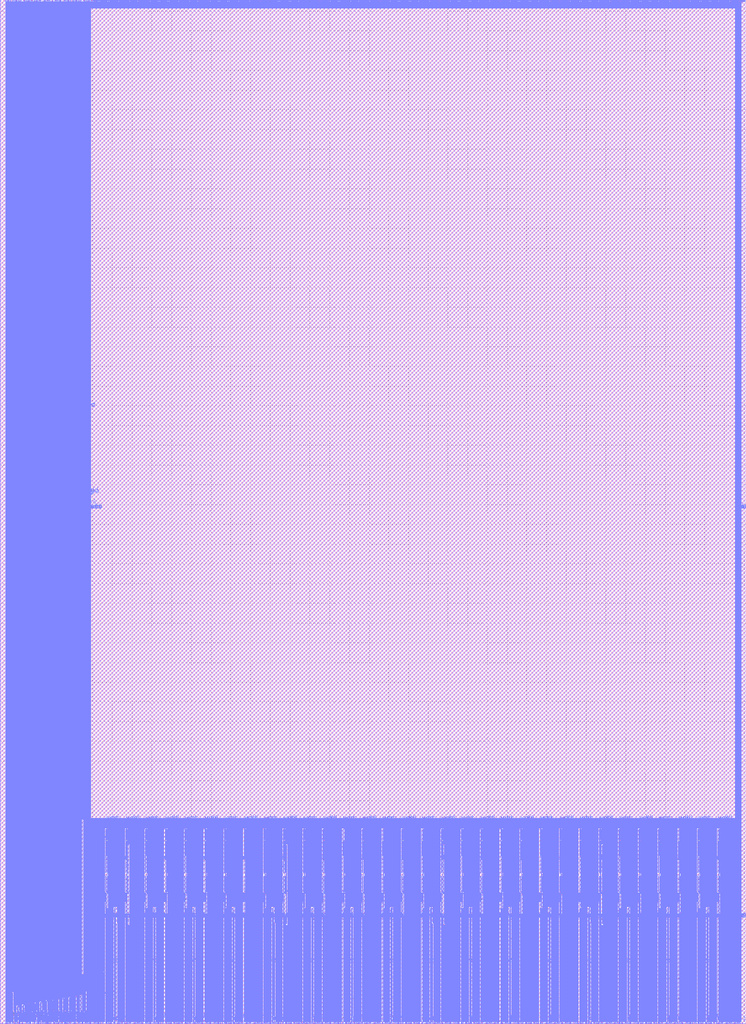
<source format=lef>
VERSION 5.8 ;
BUSBITCHARS "[]" ;
DIVIDERCHAR "/" ;

MACRO sramgen_sram_4096x32m8w8_replica_v1
  CLASS BLOCK ;
  ORIGIN 93.555 1025.97 ;
  FOREIGN sramgen_sram_4096x32m8w8_replica_v1 -93.555 -1025.97 ;
  SIZE 756.015 BY 1037.685 ;
  SYMMETRY X Y R90 ;
  PIN vdd
    DIRECTION INOUT ;
    USE POWER ;
    PORT
      LAYER met3 ;
        RECT -88.2 -1025.57 -87.8 11.315 ;
    END
    PORT
      LAYER met3 ;
        RECT -86.6 -1025.57 -86.2 11.315 ;
    END
    PORT
      LAYER met3 ;
        RECT -85 -1025.57 -84.6 11.315 ;
    END
    PORT
      LAYER met3 ;
        RECT -83.4 -1025.57 -83 11.315 ;
    END
    PORT
      LAYER met3 ;
        RECT -81.8 -993.54 -81.4 11.315 ;
    END
    PORT
      LAYER met3 ;
        RECT -80.2 -1012.62 -79.8 11.315 ;
    END
    PORT
      LAYER met3 ;
        RECT -78.6 -1025.57 -78.2 11.315 ;
    END
    PORT
      LAYER met3 ;
        RECT -77 -1007.32 -76.6 11.315 ;
    END
    PORT
      LAYER met3 ;
        RECT -77 -1025.57 -76.6 -1015.16 ;
    END
    PORT
      LAYER met3 ;
        RECT -75.4 -1008.38 -75 11.315 ;
    END
    PORT
      LAYER met3 ;
        RECT -73.8 -1012.62 -73.4 11.315 ;
    END
    PORT
      LAYER met3 ;
        RECT -73.8 -1025.57 -73.4 -1018.34 ;
    END
    PORT
      LAYER met3 ;
        RECT -72.2 -1025.57 -71.8 11.315 ;
    END
    PORT
      LAYER met3 ;
        RECT -70.6 -1006.26 -70.2 11.315 ;
    END
    PORT
      LAYER met3 ;
        RECT -70.6 -1025.57 -70.2 -1015.16 ;
    END
    PORT
      LAYER met3 ;
        RECT -69 -1012.62 -68.6 11.315 ;
    END
    PORT
      LAYER met3 ;
        RECT -67.4 -1012.62 -67 11.315 ;
    END
    PORT
      LAYER met3 ;
        RECT -67.4 -1025.57 -67 -1018.34 ;
    END
    PORT
      LAYER met3 ;
        RECT -65.8 -1025.57 -65.4 11.315 ;
    END
    PORT
      LAYER met3 ;
        RECT -64.2 -1006.26 -63.8 11.315 ;
    END
    PORT
      LAYER met3 ;
        RECT -64.2 -1025.57 -63.8 -1015.16 ;
    END
    PORT
      LAYER met3 ;
        RECT -62.6 -1012.62 -62.2 11.315 ;
    END
    PORT
      LAYER met3 ;
        RECT -61 -1025.57 -60.6 11.315 ;
    END
    PORT
      LAYER met3 ;
        RECT -59.4 -1004.14 -59 11.315 ;
    END
    PORT
      LAYER met3 ;
        RECT -59.4 -1025.57 -59 -1015.16 ;
    END
    PORT
      LAYER met3 ;
        RECT -57.8 -1012.62 -57.4 11.315 ;
    END
    PORT
      LAYER met3 ;
        RECT -56.2 -1012.62 -55.8 11.315 ;
    END
    PORT
      LAYER met3 ;
        RECT -56.2 -1025.57 -55.8 -1018.34 ;
    END
    PORT
      LAYER met3 ;
        RECT -54.6 -1025.57 -54.2 11.315 ;
    END
    PORT
      LAYER met3 ;
        RECT -53 -1003.08 -52.6 11.315 ;
    END
    PORT
      LAYER met3 ;
        RECT -53 -1025.57 -52.6 -1015.16 ;
    END
    PORT
      LAYER met3 ;
        RECT -51.4 -1012.62 -51 11.315 ;
    END
    PORT
      LAYER met3 ;
        RECT -49.8 -1012.62 -49.4 11.315 ;
    END
    PORT
      LAYER met3 ;
        RECT -49.8 -1025.57 -49.4 -1018.34 ;
    END
    PORT
      LAYER met3 ;
        RECT -48.2 -1025.57 -47.8 11.315 ;
    END
    PORT
      LAYER met3 ;
        RECT -46.6 -1003.08 -46.2 11.315 ;
    END
    PORT
      LAYER met3 ;
        RECT -46.6 -1025.57 -46.2 -1015.16 ;
    END
    PORT
      LAYER met3 ;
        RECT -45 -1012.62 -44.6 11.315 ;
    END
    PORT
      LAYER met3 ;
        RECT -45 -1025.57 -44.6 -1018.34 ;
    END
    PORT
      LAYER met3 ;
        RECT -43.4 -1025.57 -43 11.315 ;
    END
    PORT
      LAYER met3 ;
        RECT -41.8 -1002.02 -41.4 11.315 ;
    END
    PORT
      LAYER met3 ;
        RECT -41.8 -1025.57 -41.4 -1015.16 ;
    END
    PORT
      LAYER met3 ;
        RECT -40.2 -1012.62 -39.8 11.315 ;
    END
    PORT
      LAYER met3 ;
        RECT -38.6 -1012.62 -38.2 11.315 ;
    END
    PORT
      LAYER met3 ;
        RECT -38.6 -1025.57 -38.2 -1018.34 ;
    END
    PORT
      LAYER met3 ;
        RECT -37 -1025.57 -36.6 11.315 ;
    END
    PORT
      LAYER met3 ;
        RECT -35.4 -1000.96 -35 11.315 ;
    END
    PORT
      LAYER met3 ;
        RECT -35.4 -1025.57 -35 -1015.16 ;
    END
    PORT
      LAYER met3 ;
        RECT -33.8 -1012.62 -33.4 11.315 ;
    END
    PORT
      LAYER met3 ;
        RECT -32.2 -1025.57 -31.8 11.315 ;
    END
    PORT
      LAYER met3 ;
        RECT -30.6 -999.9 -30.2 11.315 ;
    END
    PORT
      LAYER met3 ;
        RECT -30.6 -1025.57 -30.2 -1015.16 ;
    END
    PORT
      LAYER met3 ;
        RECT -29 -999.9 -28.6 11.315 ;
    END
    PORT
      LAYER met3 ;
        RECT -29 -1025.57 -28.6 -1015.16 ;
    END
    PORT
      LAYER met3 ;
        RECT -27.4 -1012.62 -27 11.315 ;
    END
    PORT
      LAYER met3 ;
        RECT -27.4 -1025.57 -27 -1018.34 ;
    END
    PORT
      LAYER met3 ;
        RECT -25.8 -1025.57 -25.4 11.315 ;
    END
    PORT
      LAYER met3 ;
        RECT -24.2 -998.84 -23.8 11.315 ;
    END
    PORT
      LAYER met3 ;
        RECT -24.2 -1025.57 -23.8 -1015.16 ;
    END
    PORT
      LAYER met3 ;
        RECT -22.6 -1012.62 -22.2 11.315 ;
    END
    PORT
      LAYER met3 ;
        RECT -21 -1012.62 -20.6 11.315 ;
    END
    PORT
      LAYER met3 ;
        RECT -21 -1025.57 -20.6 -1018.34 ;
    END
    PORT
      LAYER met3 ;
        RECT -19.4 -1025.57 -19 11.315 ;
    END
    PORT
      LAYER met3 ;
        RECT -17.8 -997.78 -17.4 11.315 ;
    END
    PORT
      LAYER met3 ;
        RECT -17.8 -1025.57 -17.4 -1015.16 ;
    END
    PORT
      LAYER met3 ;
        RECT -16.2 -1012.62 -15.8 11.315 ;
    END
    PORT
      LAYER met3 ;
        RECT -14.6 -1025.57 -14.2 11.315 ;
    END
    PORT
      LAYER met3 ;
        RECT -13 -996.72 -12.6 11.315 ;
    END
    PORT
      LAYER met3 ;
        RECT -13 -1025.57 -12.6 -1015.16 ;
    END
    PORT
      LAYER met3 ;
        RECT -11.4 -996.72 -11 11.315 ;
    END
    PORT
      LAYER met3 ;
        RECT -11.4 -1025.57 -11 -1015.16 ;
    END
    PORT
      LAYER met3 ;
        RECT -9.8 -818.64 -9.4 11.315 ;
    END
    PORT
      LAYER met3 ;
        RECT -9.8 -1012.62 -9.4 -975.94 ;
    END
    PORT
      LAYER met3 ;
        RECT -9.8 -1025.57 -9.4 -1018.34 ;
    END
    PORT
      LAYER met3 ;
        RECT -8.2 -1025.57 -7.8 11.315 ;
    END
    PORT
      LAYER met3 ;
        RECT -6.6 -992.48 -6.2 11.315 ;
    END
    PORT
      LAYER met3 ;
        RECT -6.6 -1025.57 -6.2 -1015.16 ;
    END
    PORT
      LAYER met3 ;
        RECT -5 -1025.57 -4.6 11.315 ;
    END
    PORT
      LAYER met3 ;
        RECT -3.4 -1025.57 -3 11.315 ;
    END
    PORT
      LAYER met3 ;
        RECT -1.8 2.86 -1.4 11.315 ;
    END
    PORT
      LAYER met3 ;
        RECT -1.8 -1025.57 -1.4 -818 ;
    END
    PORT
      LAYER met3 ;
        RECT -0.2 2.86 0.2 11.315 ;
    END
    PORT
      LAYER met3 ;
        RECT -0.2 -1025.57 0.2 -818 ;
    END
    PORT
      LAYER met3 ;
        RECT 1.4 2.86 1.8 11.315 ;
    END
    PORT
      LAYER met3 ;
        RECT 1.4 -1025.57 1.8 -818 ;
    END
    PORT
      LAYER met3 ;
        RECT 3 2.86 3.4 11.315 ;
    END
    PORT
      LAYER met3 ;
        RECT 3 -1025.57 3.4 -818 ;
    END
    PORT
      LAYER met3 ;
        RECT 4.6 2.86 5 11.315 ;
    END
    PORT
      LAYER met3 ;
        RECT 4.6 -1025.57 5 -818 ;
    END
    PORT
      LAYER met3 ;
        RECT 6.2 2.86 6.6 11.315 ;
    END
    PORT
      LAYER met3 ;
        RECT 6.2 -1025.57 6.6 -818 ;
    END
    PORT
      LAYER met3 ;
        RECT 7.8 2.86 8.2 11.315 ;
    END
    PORT
      LAYER met3 ;
        RECT 7.8 -1025.57 8.2 -818 ;
    END
    PORT
      LAYER met3 ;
        RECT 9.4 2.86 9.8 11.315 ;
    END
    PORT
      LAYER met3 ;
        RECT 9.4 -1025.57 9.8 -818 ;
    END
    PORT
      LAYER met3 ;
        RECT 11 2.86 11.4 11.315 ;
    END
    PORT
      LAYER met3 ;
        RECT 11 -865.28 11.4 -818 ;
    END
    PORT
      LAYER met3 ;
        RECT 11 -1025.57 11.4 -973.82 ;
    END
    PORT
      LAYER met3 ;
        RECT 12.6 2.86 13 11.315 ;
    END
    PORT
      LAYER met3 ;
        RECT 12.6 -828.18 13 -818 ;
    END
    PORT
      LAYER met3 ;
        RECT 12.6 -902.38 13 -893.26 ;
    END
    PORT
      LAYER met3 ;
        RECT 14.2 2.86 14.6 11.315 ;
    END
    PORT
      LAYER met3 ;
        RECT 14.2 -839.84 14.6 -818 ;
    END
    PORT
      LAYER met3 ;
        RECT 14.2 -1025.57 14.6 -909.16 ;
    END
    PORT
      LAYER met3 ;
        RECT 15.8 2.86 16.2 11.315 ;
    END
    PORT
      LAYER met3 ;
        RECT 15.8 -1025.57 16.2 -818 ;
    END
    PORT
      LAYER met3 ;
        RECT 17.4 2.86 17.8 11.315 ;
    END
    PORT
      LAYER met3 ;
        RECT 17.4 -1025.57 17.8 -818 ;
    END
    PORT
      LAYER met3 ;
        RECT 19 2.86 19.4 11.315 ;
    END
    PORT
      LAYER met3 ;
        RECT 19 -1025.57 19.4 -818 ;
    END
    PORT
      LAYER met3 ;
        RECT 20.6 2.86 21 11.315 ;
    END
    PORT
      LAYER met3 ;
        RECT 20.6 -1025.57 21 -818 ;
    END
    PORT
      LAYER met3 ;
        RECT 22.2 2.86 22.6 11.315 ;
    END
    PORT
      LAYER met3 ;
        RECT 22.2 -907.68 22.6 -818 ;
    END
    PORT
      LAYER met3 ;
        RECT 23.8 2.86 24.2 11.315 ;
    END
    PORT
      LAYER met3 ;
        RECT 23.8 -907.68 24.2 -818 ;
    END
    PORT
      LAYER met3 ;
        RECT 25.4 2.86 25.8 11.315 ;
    END
    PORT
      LAYER met3 ;
        RECT 25.4 -1025.57 25.8 -818 ;
    END
    PORT
      LAYER met3 ;
        RECT 27 2.86 27.4 11.315 ;
    END
    PORT
      LAYER met3 ;
        RECT 27 -1025.57 27.4 -818 ;
    END
    PORT
      LAYER met3 ;
        RECT 28.6 2.86 29 11.315 ;
    END
    PORT
      LAYER met3 ;
        RECT 28.6 -1025.57 29 -818 ;
    END
    PORT
      LAYER met3 ;
        RECT 30.2 2.86 30.6 11.315 ;
    END
    PORT
      LAYER met3 ;
        RECT 30.2 -1025.57 30.6 -818 ;
    END
    PORT
      LAYER met3 ;
        RECT 31.8 2.86 32.2 11.315 ;
    END
    PORT
      LAYER met3 ;
        RECT 31.8 -1025.57 32.2 -818 ;
    END
    PORT
      LAYER met3 ;
        RECT 33.4 2.86 33.8 11.315 ;
    END
    PORT
      LAYER met3 ;
        RECT 33.4 -828.18 33.8 -818 ;
    END
    PORT
      LAYER met3 ;
        RECT 33.4 -902.38 33.8 -893.26 ;
    END
    PORT
      LAYER met3 ;
        RECT 35 2.86 35.4 11.315 ;
    END
    PORT
      LAYER met3 ;
        RECT 35 -828.18 35.4 -818 ;
    END
    PORT
      LAYER met3 ;
        RECT 35 -1025.57 35.4 -916.58 ;
    END
    PORT
      LAYER met3 ;
        RECT 36.6 2.86 37 11.315 ;
    END
    PORT
      LAYER met3 ;
        RECT 36.6 -844.08 37 -818 ;
    END
    PORT
      LAYER met3 ;
        RECT 36.6 -1025.57 37 -926.12 ;
    END
    PORT
      LAYER met3 ;
        RECT 38.2 2.86 38.6 11.315 ;
    END
    PORT
      LAYER met3 ;
        RECT 38.2 -1025.57 38.6 -818 ;
    END
    PORT
      LAYER met3 ;
        RECT 39.8 2.86 40.2 11.315 ;
    END
    PORT
      LAYER met3 ;
        RECT 39.8 -1025.57 40.2 -818 ;
    END
    PORT
      LAYER met3 ;
        RECT 41.4 2.86 41.8 11.315 ;
    END
    PORT
      LAYER met3 ;
        RECT 41.4 -1025.57 41.8 -818 ;
    END
    PORT
      LAYER met3 ;
        RECT 43 2.86 43.4 11.315 ;
    END
    PORT
      LAYER met3 ;
        RECT 43 -1025.57 43.4 -818 ;
    END
    PORT
      LAYER met3 ;
        RECT 44.6 2.86 45 11.315 ;
    END
    PORT
      LAYER met3 ;
        RECT 44.6 -1025.57 45 -818 ;
    END
    PORT
      LAYER met3 ;
        RECT 46.2 2.86 46.6 11.315 ;
    END
    PORT
      LAYER met3 ;
        RECT 46.2 -1025.57 46.6 -818 ;
    END
    PORT
      LAYER met3 ;
        RECT 47.8 2.86 48.2 11.315 ;
    END
    PORT
      LAYER met3 ;
        RECT 47.8 -1025.57 48.2 -818 ;
    END
    PORT
      LAYER met3 ;
        RECT 49.4 2.86 49.8 11.315 ;
    END
    PORT
      LAYER met3 ;
        RECT 49.4 -1025.57 49.8 -818 ;
    END
    PORT
      LAYER met3 ;
        RECT 51 2.86 51.4 11.315 ;
    END
    PORT
      LAYER met3 ;
        RECT 51 -1025.57 51.4 -818 ;
    END
    PORT
      LAYER met3 ;
        RECT 52.6 2.86 53 11.315 ;
    END
    PORT
      LAYER met3 ;
        RECT 52.6 -828.18 53 -818 ;
    END
    PORT
      LAYER met3 ;
        RECT 52.6 -902.38 53 -893.26 ;
    END
    PORT
      LAYER met3 ;
        RECT 54.2 2.86 54.6 11.315 ;
    END
    PORT
      LAYER met3 ;
        RECT 54.2 -839.84 54.6 -818 ;
    END
    PORT
      LAYER met3 ;
        RECT 54.2 -1025.57 54.6 -909.16 ;
    END
    PORT
      LAYER met3 ;
        RECT 55.8 2.86 56.2 11.315 ;
    END
    PORT
      LAYER met3 ;
        RECT 55.8 -1025.57 56.2 -818 ;
    END
    PORT
      LAYER met3 ;
        RECT 57.4 2.86 57.8 11.315 ;
    END
    PORT
      LAYER met3 ;
        RECT 57.4 -1025.57 57.8 -818 ;
    END
    PORT
      LAYER met3 ;
        RECT 59 2.86 59.4 11.315 ;
    END
    PORT
      LAYER met3 ;
        RECT 59 -1025.57 59.4 -818 ;
    END
    PORT
      LAYER met3 ;
        RECT 60.6 2.86 61 11.315 ;
    END
    PORT
      LAYER met3 ;
        RECT 60.6 -1025.57 61 -818 ;
    END
    PORT
      LAYER met3 ;
        RECT 62.2 2.86 62.6 11.315 ;
    END
    PORT
      LAYER met3 ;
        RECT 62.2 -907.68 62.6 -818 ;
    END
    PORT
      LAYER met3 ;
        RECT 63.8 2.86 64.2 11.315 ;
    END
    PORT
      LAYER met3 ;
        RECT 63.8 -907.68 64.2 -818 ;
    END
    PORT
      LAYER met3 ;
        RECT 63.8 -1025.57 64.2 -1018.34 ;
    END
    PORT
      LAYER met3 ;
        RECT 65.4 2.86 65.8 11.315 ;
    END
    PORT
      LAYER met3 ;
        RECT 65.4 -1025.57 65.8 -818 ;
    END
    PORT
      LAYER met3 ;
        RECT 67 2.86 67.4 11.315 ;
    END
    PORT
      LAYER met3 ;
        RECT 67 -1025.57 67.4 -818 ;
    END
    PORT
      LAYER met3 ;
        RECT 68.6 2.86 69 11.315 ;
    END
    PORT
      LAYER met3 ;
        RECT 68.6 -1025.57 69 -818 ;
    END
    PORT
      LAYER met3 ;
        RECT 70.2 2.86 70.6 11.315 ;
    END
    PORT
      LAYER met3 ;
        RECT 70.2 -1025.57 70.6 -818 ;
    END
    PORT
      LAYER met3 ;
        RECT 71.8 2.86 72.2 11.315 ;
    END
    PORT
      LAYER met3 ;
        RECT 71.8 -1025.57 72.2 -818 ;
    END
    PORT
      LAYER met3 ;
        RECT 73.4 2.86 73.8 11.315 ;
    END
    PORT
      LAYER met3 ;
        RECT 73.4 -828.18 73.8 -818 ;
    END
    PORT
      LAYER met3 ;
        RECT 73.4 -902.38 73.8 -893.26 ;
    END
    PORT
      LAYER met3 ;
        RECT 75 2.86 75.4 11.315 ;
    END
    PORT
      LAYER met3 ;
        RECT 75 -828.18 75.4 -818 ;
    END
    PORT
      LAYER met3 ;
        RECT 75 -1025.57 75.4 -916.58 ;
    END
    PORT
      LAYER met3 ;
        RECT 76.6 2.86 77 11.315 ;
    END
    PORT
      LAYER met3 ;
        RECT 76.6 -1025.57 77 -818 ;
    END
    PORT
      LAYER met3 ;
        RECT 78.2 2.86 78.6 11.315 ;
    END
    PORT
      LAYER met3 ;
        RECT 78.2 -1025.57 78.6 -818 ;
    END
    PORT
      LAYER met3 ;
        RECT 79.8 2.86 80.2 11.315 ;
    END
    PORT
      LAYER met3 ;
        RECT 79.8 -1025.57 80.2 -818 ;
    END
    PORT
      LAYER met3 ;
        RECT 81.4 2.86 81.8 11.315 ;
    END
    PORT
      LAYER met3 ;
        RECT 81.4 -1025.57 81.8 -818 ;
    END
    PORT
      LAYER met3 ;
        RECT 83 2.86 83.4 11.315 ;
    END
    PORT
      LAYER met3 ;
        RECT 83 -1025.57 83.4 -818 ;
    END
    PORT
      LAYER met3 ;
        RECT 84.6 2.86 85 11.315 ;
    END
    PORT
      LAYER met3 ;
        RECT 84.6 -1025.57 85 -818 ;
    END
    PORT
      LAYER met3 ;
        RECT 86.2 2.86 86.6 11.315 ;
    END
    PORT
      LAYER met3 ;
        RECT 86.2 -1025.57 86.6 -818 ;
    END
    PORT
      LAYER met3 ;
        RECT 87.8 2.86 88.2 11.315 ;
    END
    PORT
      LAYER met3 ;
        RECT 87.8 -1025.57 88.2 -818 ;
    END
    PORT
      LAYER met3 ;
        RECT 89.4 2.86 89.8 11.315 ;
    END
    PORT
      LAYER met3 ;
        RECT 89.4 -1025.57 89.8 -818 ;
    END
    PORT
      LAYER met3 ;
        RECT 91 2.86 91.4 11.315 ;
    END
    PORT
      LAYER met3 ;
        RECT 91 -1025.57 91.4 -818 ;
    END
    PORT
      LAYER met3 ;
        RECT 92.6 2.86 93 11.315 ;
    END
    PORT
      LAYER met3 ;
        RECT 92.6 -828.18 93 -818 ;
    END
    PORT
      LAYER met3 ;
        RECT 92.6 -902.38 93 -893.26 ;
    END
    PORT
      LAYER met3 ;
        RECT 94.2 2.86 94.6 11.315 ;
    END
    PORT
      LAYER met3 ;
        RECT 94.2 -839.84 94.6 -818 ;
    END
    PORT
      LAYER met3 ;
        RECT 94.2 -1025.57 94.6 -909.16 ;
    END
    PORT
      LAYER met3 ;
        RECT 95.8 2.86 96.2 11.315 ;
    END
    PORT
      LAYER met3 ;
        RECT 95.8 -1025.57 96.2 -818 ;
    END
    PORT
      LAYER met3 ;
        RECT 97.4 2.86 97.8 11.315 ;
    END
    PORT
      LAYER met3 ;
        RECT 97.4 -1025.57 97.8 -818 ;
    END
    PORT
      LAYER met3 ;
        RECT 99 2.86 99.4 11.315 ;
    END
    PORT
      LAYER met3 ;
        RECT 99 -1025.57 99.4 -818 ;
    END
    PORT
      LAYER met3 ;
        RECT 100.6 2.86 101 11.315 ;
    END
    PORT
      LAYER met3 ;
        RECT 100.6 -1025.57 101 -818 ;
    END
    PORT
      LAYER met3 ;
        RECT 102.2 2.86 102.6 11.315 ;
    END
    PORT
      LAYER met3 ;
        RECT 102.2 -907.68 102.6 -818 ;
    END
    PORT
      LAYER met3 ;
        RECT 103.8 2.86 104.2 11.315 ;
    END
    PORT
      LAYER met3 ;
        RECT 103.8 -907.68 104.2 -818 ;
    END
    PORT
      LAYER met3 ;
        RECT 103.8 -1025.57 104.2 -1018.34 ;
    END
    PORT
      LAYER met3 ;
        RECT 105.4 2.86 105.8 11.315 ;
    END
    PORT
      LAYER met3 ;
        RECT 105.4 -1025.57 105.8 -818 ;
    END
    PORT
      LAYER met3 ;
        RECT 107 2.86 107.4 11.315 ;
    END
    PORT
      LAYER met3 ;
        RECT 107 -1025.57 107.4 -818 ;
    END
    PORT
      LAYER met3 ;
        RECT 108.6 2.86 109 11.315 ;
    END
    PORT
      LAYER met3 ;
        RECT 108.6 -1025.57 109 -818 ;
    END
    PORT
      LAYER met3 ;
        RECT 110.2 2.86 110.6 11.315 ;
    END
    PORT
      LAYER met3 ;
        RECT 110.2 -1025.57 110.6 -818 ;
    END
    PORT
      LAYER met3 ;
        RECT 111.8 2.86 112.2 11.315 ;
    END
    PORT
      LAYER met3 ;
        RECT 111.8 -1025.57 112.2 -818 ;
    END
    PORT
      LAYER met3 ;
        RECT 113.4 2.86 113.8 11.315 ;
    END
    PORT
      LAYER met3 ;
        RECT 113.4 -828.18 113.8 -818 ;
    END
    PORT
      LAYER met3 ;
        RECT 113.4 -902.38 113.8 -893.26 ;
    END
    PORT
      LAYER met3 ;
        RECT 115 2.86 115.4 11.315 ;
    END
    PORT
      LAYER met3 ;
        RECT 115 -828.18 115.4 -818 ;
    END
    PORT
      LAYER met3 ;
        RECT 115 -1025.57 115.4 -916.58 ;
    END
    PORT
      LAYER met3 ;
        RECT 116.6 2.86 117 11.315 ;
    END
    PORT
      LAYER met3 ;
        RECT 116.6 -1025.57 117 -818 ;
    END
    PORT
      LAYER met3 ;
        RECT 118.2 2.86 118.6 11.315 ;
    END
    PORT
      LAYER met3 ;
        RECT 118.2 -1025.57 118.6 -818 ;
    END
    PORT
      LAYER met3 ;
        RECT 119.8 2.86 120.2 11.315 ;
    END
    PORT
      LAYER met3 ;
        RECT 119.8 -1025.57 120.2 -818 ;
    END
    PORT
      LAYER met3 ;
        RECT 121.4 2.86 121.8 11.315 ;
    END
    PORT
      LAYER met3 ;
        RECT 121.4 -1025.57 121.8 -818 ;
    END
    PORT
      LAYER met3 ;
        RECT 123 2.86 123.4 11.315 ;
    END
    PORT
      LAYER met3 ;
        RECT 123 -1025.57 123.4 -818 ;
    END
    PORT
      LAYER met3 ;
        RECT 124.6 2.86 125 11.315 ;
    END
    PORT
      LAYER met3 ;
        RECT 124.6 -1025.57 125 -818 ;
    END
    PORT
      LAYER met3 ;
        RECT 126.2 2.86 126.6 11.315 ;
    END
    PORT
      LAYER met3 ;
        RECT 126.2 -1025.57 126.6 -818 ;
    END
    PORT
      LAYER met3 ;
        RECT 127.8 2.86 128.2 11.315 ;
    END
    PORT
      LAYER met3 ;
        RECT 127.8 -1025.57 128.2 -818 ;
    END
    PORT
      LAYER met3 ;
        RECT 129.4 2.86 129.8 11.315 ;
    END
    PORT
      LAYER met3 ;
        RECT 129.4 -1025.57 129.8 -818 ;
    END
    PORT
      LAYER met3 ;
        RECT 131 2.86 131.4 11.315 ;
    END
    PORT
      LAYER met3 ;
        RECT 131 -1025.57 131.4 -818 ;
    END
    PORT
      LAYER met3 ;
        RECT 132.6 2.86 133 11.315 ;
    END
    PORT
      LAYER met3 ;
        RECT 132.6 -828.18 133 -818 ;
    END
    PORT
      LAYER met3 ;
        RECT 132.6 -902.38 133 -893.26 ;
    END
    PORT
      LAYER met3 ;
        RECT 134.2 2.86 134.6 11.315 ;
    END
    PORT
      LAYER met3 ;
        RECT 134.2 -839.84 134.6 -818 ;
    END
    PORT
      LAYER met3 ;
        RECT 134.2 -1025.57 134.6 -909.16 ;
    END
    PORT
      LAYER met3 ;
        RECT 135.8 2.86 136.2 11.315 ;
    END
    PORT
      LAYER met3 ;
        RECT 135.8 -1025.57 136.2 -818 ;
    END
    PORT
      LAYER met3 ;
        RECT 137.4 2.86 137.8 11.315 ;
    END
    PORT
      LAYER met3 ;
        RECT 137.4 -1025.57 137.8 -818 ;
    END
    PORT
      LAYER met3 ;
        RECT 139 2.86 139.4 11.315 ;
    END
    PORT
      LAYER met3 ;
        RECT 139 -1025.57 139.4 -818 ;
    END
    PORT
      LAYER met3 ;
        RECT 140.6 2.86 141 11.315 ;
    END
    PORT
      LAYER met3 ;
        RECT 140.6 -1025.57 141 -818 ;
    END
    PORT
      LAYER met3 ;
        RECT 142.2 2.86 142.6 11.315 ;
    END
    PORT
      LAYER met3 ;
        RECT 142.2 -907.68 142.6 -818 ;
    END
    PORT
      LAYER met3 ;
        RECT 143.8 2.86 144.2 11.315 ;
    END
    PORT
      LAYER met3 ;
        RECT 143.8 -907.68 144.2 -818 ;
    END
    PORT
      LAYER met3 ;
        RECT 143.8 -1025.57 144.2 -1018.34 ;
    END
    PORT
      LAYER met3 ;
        RECT 145.4 2.86 145.8 11.315 ;
    END
    PORT
      LAYER met3 ;
        RECT 145.4 -1025.57 145.8 -818 ;
    END
    PORT
      LAYER met3 ;
        RECT 147 2.86 147.4 11.315 ;
    END
    PORT
      LAYER met3 ;
        RECT 147 -1025.57 147.4 -818 ;
    END
    PORT
      LAYER met3 ;
        RECT 148.6 2.86 149 11.315 ;
    END
    PORT
      LAYER met3 ;
        RECT 148.6 -1025.57 149 -818 ;
    END
    PORT
      LAYER met3 ;
        RECT 150.2 2.86 150.6 11.315 ;
    END
    PORT
      LAYER met3 ;
        RECT 150.2 -1025.57 150.6 -818 ;
    END
    PORT
      LAYER met3 ;
        RECT 151.8 2.86 152.2 11.315 ;
    END
    PORT
      LAYER met3 ;
        RECT 151.8 -1025.57 152.2 -818 ;
    END
    PORT
      LAYER met3 ;
        RECT 153.4 2.86 153.8 11.315 ;
    END
    PORT
      LAYER met3 ;
        RECT 153.4 -828.18 153.8 -818 ;
    END
    PORT
      LAYER met3 ;
        RECT 153.4 -902.38 153.8 -893.26 ;
    END
    PORT
      LAYER met3 ;
        RECT 155 2.86 155.4 11.315 ;
    END
    PORT
      LAYER met3 ;
        RECT 155 -828.18 155.4 -818 ;
    END
    PORT
      LAYER met3 ;
        RECT 155 -1025.57 155.4 -916.58 ;
    END
    PORT
      LAYER met3 ;
        RECT 156.6 2.86 157 11.315 ;
    END
    PORT
      LAYER met3 ;
        RECT 156.6 -1025.57 157 -818 ;
    END
    PORT
      LAYER met3 ;
        RECT 158.2 2.86 158.6 11.315 ;
    END
    PORT
      LAYER met3 ;
        RECT 158.2 -1025.57 158.6 -818 ;
    END
    PORT
      LAYER met3 ;
        RECT 159.8 2.86 160.2 11.315 ;
    END
    PORT
      LAYER met3 ;
        RECT 159.8 -1025.57 160.2 -818 ;
    END
    PORT
      LAYER met3 ;
        RECT 161.4 2.86 161.8 11.315 ;
    END
    PORT
      LAYER met3 ;
        RECT 161.4 -1025.57 161.8 -818 ;
    END
    PORT
      LAYER met3 ;
        RECT 163 2.86 163.4 11.315 ;
    END
    PORT
      LAYER met3 ;
        RECT 163 -1025.57 163.4 -818 ;
    END
    PORT
      LAYER met3 ;
        RECT 164.6 2.86 165 11.315 ;
    END
    PORT
      LAYER met3 ;
        RECT 164.6 -1025.57 165 -818 ;
    END
    PORT
      LAYER met3 ;
        RECT 166.2 2.86 166.6 11.315 ;
    END
    PORT
      LAYER met3 ;
        RECT 166.2 -1025.57 166.6 -818 ;
    END
    PORT
      LAYER met3 ;
        RECT 167.8 2.86 168.2 11.315 ;
    END
    PORT
      LAYER met3 ;
        RECT 167.8 -1025.57 168.2 -818 ;
    END
    PORT
      LAYER met3 ;
        RECT 169.4 2.86 169.8 11.315 ;
    END
    PORT
      LAYER met3 ;
        RECT 169.4 -1025.57 169.8 -818 ;
    END
    PORT
      LAYER met3 ;
        RECT 171 2.86 171.4 11.315 ;
    END
    PORT
      LAYER met3 ;
        RECT 171 -1025.57 171.4 -818 ;
    END
    PORT
      LAYER met3 ;
        RECT 172.6 2.86 173 11.315 ;
    END
    PORT
      LAYER met3 ;
        RECT 172.6 -828.18 173 -818 ;
    END
    PORT
      LAYER met3 ;
        RECT 172.6 -902.38 173 -893.26 ;
    END
    PORT
      LAYER met3 ;
        RECT 174.2 2.86 174.6 11.315 ;
    END
    PORT
      LAYER met3 ;
        RECT 174.2 -839.84 174.6 -818 ;
    END
    PORT
      LAYER met3 ;
        RECT 174.2 -1025.57 174.6 -909.16 ;
    END
    PORT
      LAYER met3 ;
        RECT 175.8 2.86 176.2 11.315 ;
    END
    PORT
      LAYER met3 ;
        RECT 175.8 -1025.57 176.2 -818 ;
    END
    PORT
      LAYER met3 ;
        RECT 177.4 2.86 177.8 11.315 ;
    END
    PORT
      LAYER met3 ;
        RECT 177.4 -1025.57 177.8 -818 ;
    END
    PORT
      LAYER met3 ;
        RECT 179 2.86 179.4 11.315 ;
    END
    PORT
      LAYER met3 ;
        RECT 179 -1025.57 179.4 -818 ;
    END
    PORT
      LAYER met3 ;
        RECT 180.6 2.86 181 11.315 ;
    END
    PORT
      LAYER met3 ;
        RECT 180.6 -1025.57 181 -818 ;
    END
    PORT
      LAYER met3 ;
        RECT 182.2 2.86 182.6 11.315 ;
    END
    PORT
      LAYER met3 ;
        RECT 182.2 -907.68 182.6 -818 ;
    END
    PORT
      LAYER met3 ;
        RECT 183.8 2.86 184.2 11.315 ;
    END
    PORT
      LAYER met3 ;
        RECT 183.8 -907.68 184.2 -818 ;
    END
    PORT
      LAYER met3 ;
        RECT 185.4 2.86 185.8 11.315 ;
    END
    PORT
      LAYER met3 ;
        RECT 185.4 -1025.57 185.8 -818 ;
    END
    PORT
      LAYER met3 ;
        RECT 187 2.86 187.4 11.315 ;
    END
    PORT
      LAYER met3 ;
        RECT 187 -1025.57 187.4 -818 ;
    END
    PORT
      LAYER met3 ;
        RECT 188.6 2.86 189 11.315 ;
    END
    PORT
      LAYER met3 ;
        RECT 188.6 -1025.57 189 -818 ;
    END
    PORT
      LAYER met3 ;
        RECT 190.2 2.86 190.6 11.315 ;
    END
    PORT
      LAYER met3 ;
        RECT 190.2 -1025.57 190.6 -818 ;
    END
    PORT
      LAYER met3 ;
        RECT 191.8 2.86 192.2 11.315 ;
    END
    PORT
      LAYER met3 ;
        RECT 191.8 -1025.57 192.2 -818 ;
    END
    PORT
      LAYER met3 ;
        RECT 193.4 2.86 193.8 11.315 ;
    END
    PORT
      LAYER met3 ;
        RECT 193.4 -828.18 193.8 -818 ;
    END
    PORT
      LAYER met3 ;
        RECT 193.4 -902.38 193.8 -893.26 ;
    END
    PORT
      LAYER met3 ;
        RECT 195 2.86 195.4 11.315 ;
    END
    PORT
      LAYER met3 ;
        RECT 195 -828.18 195.4 -818 ;
    END
    PORT
      LAYER met3 ;
        RECT 195 -1025.57 195.4 -916.58 ;
    END
    PORT
      LAYER met3 ;
        RECT 196.6 2.86 197 11.315 ;
    END
    PORT
      LAYER met3 ;
        RECT 196.6 -844.08 197 -818 ;
    END
    PORT
      LAYER met3 ;
        RECT 196.6 -1025.57 197 -926.12 ;
    END
    PORT
      LAYER met3 ;
        RECT 198.2 2.86 198.6 11.315 ;
    END
    PORT
      LAYER met3 ;
        RECT 198.2 -1025.57 198.6 -818 ;
    END
    PORT
      LAYER met3 ;
        RECT 199.8 2.86 200.2 11.315 ;
    END
    PORT
      LAYER met3 ;
        RECT 199.8 -1025.57 200.2 -818 ;
    END
    PORT
      LAYER met3 ;
        RECT 201.4 2.86 201.8 11.315 ;
    END
    PORT
      LAYER met3 ;
        RECT 201.4 -1025.57 201.8 -818 ;
    END
    PORT
      LAYER met3 ;
        RECT 203 2.86 203.4 11.315 ;
    END
    PORT
      LAYER met3 ;
        RECT 203 -1025.57 203.4 -818 ;
    END
    PORT
      LAYER met3 ;
        RECT 204.6 2.86 205 11.315 ;
    END
    PORT
      LAYER met3 ;
        RECT 204.6 -1025.57 205 -818 ;
    END
    PORT
      LAYER met3 ;
        RECT 206.2 2.86 206.6 11.315 ;
    END
    PORT
      LAYER met3 ;
        RECT 206.2 -1025.57 206.6 -818 ;
    END
    PORT
      LAYER met3 ;
        RECT 207.8 2.86 208.2 11.315 ;
    END
    PORT
      LAYER met3 ;
        RECT 207.8 -1025.57 208.2 -818 ;
    END
    PORT
      LAYER met3 ;
        RECT 209.4 2.86 209.8 11.315 ;
    END
    PORT
      LAYER met3 ;
        RECT 209.4 -1025.57 209.8 -818 ;
    END
    PORT
      LAYER met3 ;
        RECT 211 2.86 211.4 11.315 ;
    END
    PORT
      LAYER met3 ;
        RECT 211 -1025.57 211.4 -818 ;
    END
    PORT
      LAYER met3 ;
        RECT 212.6 2.86 213 11.315 ;
    END
    PORT
      LAYER met3 ;
        RECT 212.6 -828.18 213 -818 ;
    END
    PORT
      LAYER met3 ;
        RECT 212.6 -902.38 213 -893.26 ;
    END
    PORT
      LAYER met3 ;
        RECT 214.2 2.86 214.6 11.315 ;
    END
    PORT
      LAYER met3 ;
        RECT 214.2 -839.84 214.6 -818 ;
    END
    PORT
      LAYER met3 ;
        RECT 214.2 -1025.57 214.6 -909.16 ;
    END
    PORT
      LAYER met3 ;
        RECT 215.8 2.86 216.2 11.315 ;
    END
    PORT
      LAYER met3 ;
        RECT 215.8 -1025.57 216.2 -818 ;
    END
    PORT
      LAYER met3 ;
        RECT 217.4 2.86 217.8 11.315 ;
    END
    PORT
      LAYER met3 ;
        RECT 217.4 -1025.57 217.8 -818 ;
    END
    PORT
      LAYER met3 ;
        RECT 219 2.86 219.4 11.315 ;
    END
    PORT
      LAYER met3 ;
        RECT 219 -1025.57 219.4 -818 ;
    END
    PORT
      LAYER met3 ;
        RECT 220.6 2.86 221 11.315 ;
    END
    PORT
      LAYER met3 ;
        RECT 220.6 -1025.57 221 -818 ;
    END
    PORT
      LAYER met3 ;
        RECT 222.2 2.86 222.6 11.315 ;
    END
    PORT
      LAYER met3 ;
        RECT 222.2 -907.68 222.6 -818 ;
    END
    PORT
      LAYER met3 ;
        RECT 223.8 2.86 224.2 11.315 ;
    END
    PORT
      LAYER met3 ;
        RECT 223.8 -907.68 224.2 -818 ;
    END
    PORT
      LAYER met3 ;
        RECT 223.8 -1025.57 224.2 -1018.34 ;
    END
    PORT
      LAYER met3 ;
        RECT 225.4 2.86 225.8 11.315 ;
    END
    PORT
      LAYER met3 ;
        RECT 225.4 -1025.57 225.8 -818 ;
    END
    PORT
      LAYER met3 ;
        RECT 227 2.86 227.4 11.315 ;
    END
    PORT
      LAYER met3 ;
        RECT 227 -1025.57 227.4 -818 ;
    END
    PORT
      LAYER met3 ;
        RECT 228.6 2.86 229 11.315 ;
    END
    PORT
      LAYER met3 ;
        RECT 228.6 -1025.57 229 -818 ;
    END
    PORT
      LAYER met3 ;
        RECT 230.2 2.86 230.6 11.315 ;
    END
    PORT
      LAYER met3 ;
        RECT 230.2 -1025.57 230.6 -818 ;
    END
    PORT
      LAYER met3 ;
        RECT 231.8 2.86 232.2 11.315 ;
    END
    PORT
      LAYER met3 ;
        RECT 231.8 -1025.57 232.2 -818 ;
    END
    PORT
      LAYER met3 ;
        RECT 233.4 2.86 233.8 11.315 ;
    END
    PORT
      LAYER met3 ;
        RECT 233.4 -828.18 233.8 -818 ;
    END
    PORT
      LAYER met3 ;
        RECT 233.4 -902.38 233.8 -893.26 ;
    END
    PORT
      LAYER met3 ;
        RECT 235 2.86 235.4 11.315 ;
    END
    PORT
      LAYER met3 ;
        RECT 235 -828.18 235.4 -818 ;
    END
    PORT
      LAYER met3 ;
        RECT 235 -1025.57 235.4 -916.58 ;
    END
    PORT
      LAYER met3 ;
        RECT 236.6 2.86 237 11.315 ;
    END
    PORT
      LAYER met3 ;
        RECT 236.6 -1025.57 237 -818 ;
    END
    PORT
      LAYER met3 ;
        RECT 238.2 2.86 238.6 11.315 ;
    END
    PORT
      LAYER met3 ;
        RECT 238.2 -1025.57 238.6 -818 ;
    END
    PORT
      LAYER met3 ;
        RECT 239.8 2.86 240.2 11.315 ;
    END
    PORT
      LAYER met3 ;
        RECT 239.8 -1025.57 240.2 -818 ;
    END
    PORT
      LAYER met3 ;
        RECT 241.4 2.86 241.8 11.315 ;
    END
    PORT
      LAYER met3 ;
        RECT 241.4 -1025.57 241.8 -818 ;
    END
    PORT
      LAYER met3 ;
        RECT 243 2.86 243.4 11.315 ;
    END
    PORT
      LAYER met3 ;
        RECT 243 -1025.57 243.4 -818 ;
    END
    PORT
      LAYER met3 ;
        RECT 244.6 2.86 245 11.315 ;
    END
    PORT
      LAYER met3 ;
        RECT 244.6 -1025.57 245 -818 ;
    END
    PORT
      LAYER met3 ;
        RECT 246.2 2.86 246.6 11.315 ;
    END
    PORT
      LAYER met3 ;
        RECT 246.2 -1025.57 246.6 -818 ;
    END
    PORT
      LAYER met3 ;
        RECT 247.8 2.86 248.2 11.315 ;
    END
    PORT
      LAYER met3 ;
        RECT 247.8 -1025.57 248.2 -818 ;
    END
    PORT
      LAYER met3 ;
        RECT 249.4 2.86 249.8 11.315 ;
    END
    PORT
      LAYER met3 ;
        RECT 249.4 -1025.57 249.8 -818 ;
    END
    PORT
      LAYER met3 ;
        RECT 251 2.86 251.4 11.315 ;
    END
    PORT
      LAYER met3 ;
        RECT 251 -1025.57 251.4 -818 ;
    END
    PORT
      LAYER met3 ;
        RECT 252.6 2.86 253 11.315 ;
    END
    PORT
      LAYER met3 ;
        RECT 252.6 -828.18 253 -818 ;
    END
    PORT
      LAYER met3 ;
        RECT 252.6 -902.38 253 -893.26 ;
    END
    PORT
      LAYER met3 ;
        RECT 254.2 2.86 254.6 11.315 ;
    END
    PORT
      LAYER met3 ;
        RECT 254.2 -839.84 254.6 -818 ;
    END
    PORT
      LAYER met3 ;
        RECT 254.2 -1025.57 254.6 -909.16 ;
    END
    PORT
      LAYER met3 ;
        RECT 255.8 2.86 256.2 11.315 ;
    END
    PORT
      LAYER met3 ;
        RECT 255.8 -1025.57 256.2 -818 ;
    END
    PORT
      LAYER met3 ;
        RECT 257.4 2.86 257.8 11.315 ;
    END
    PORT
      LAYER met3 ;
        RECT 257.4 -1025.57 257.8 -818 ;
    END
    PORT
      LAYER met3 ;
        RECT 259 2.86 259.4 11.315 ;
    END
    PORT
      LAYER met3 ;
        RECT 259 -1025.57 259.4 -818 ;
    END
    PORT
      LAYER met3 ;
        RECT 260.6 2.86 261 11.315 ;
    END
    PORT
      LAYER met3 ;
        RECT 260.6 -1025.57 261 -818 ;
    END
    PORT
      LAYER met3 ;
        RECT 262.2 2.86 262.6 11.315 ;
    END
    PORT
      LAYER met3 ;
        RECT 262.2 -907.68 262.6 -818 ;
    END
    PORT
      LAYER met3 ;
        RECT 263.8 2.86 264.2 11.315 ;
    END
    PORT
      LAYER met3 ;
        RECT 263.8 -907.68 264.2 -818 ;
    END
    PORT
      LAYER met3 ;
        RECT 263.8 -1025.57 264.2 -1018.34 ;
    END
    PORT
      LAYER met3 ;
        RECT 265.4 2.86 265.8 11.315 ;
    END
    PORT
      LAYER met3 ;
        RECT 265.4 -1025.57 265.8 -818 ;
    END
    PORT
      LAYER met3 ;
        RECT 267 2.86 267.4 11.315 ;
    END
    PORT
      LAYER met3 ;
        RECT 267 -1025.57 267.4 -818 ;
    END
    PORT
      LAYER met3 ;
        RECT 268.6 2.86 269 11.315 ;
    END
    PORT
      LAYER met3 ;
        RECT 268.6 -1025.57 269 -818 ;
    END
    PORT
      LAYER met3 ;
        RECT 270.2 2.86 270.6 11.315 ;
    END
    PORT
      LAYER met3 ;
        RECT 270.2 -1025.57 270.6 -818 ;
    END
    PORT
      LAYER met3 ;
        RECT 271.8 2.86 272.2 11.315 ;
    END
    PORT
      LAYER met3 ;
        RECT 271.8 -1025.57 272.2 -818 ;
    END
    PORT
      LAYER met3 ;
        RECT 273.4 2.86 273.8 11.315 ;
    END
    PORT
      LAYER met3 ;
        RECT 273.4 -828.18 273.8 -818 ;
    END
    PORT
      LAYER met3 ;
        RECT 273.4 -902.38 273.8 -893.26 ;
    END
    PORT
      LAYER met3 ;
        RECT 275 2.86 275.4 11.315 ;
    END
    PORT
      LAYER met3 ;
        RECT 275 -828.18 275.4 -818 ;
    END
    PORT
      LAYER met3 ;
        RECT 275 -1025.57 275.4 -916.58 ;
    END
    PORT
      LAYER met3 ;
        RECT 276.6 2.86 277 11.315 ;
    END
    PORT
      LAYER met3 ;
        RECT 276.6 -1025.57 277 -818 ;
    END
    PORT
      LAYER met3 ;
        RECT 278.2 2.86 278.6 11.315 ;
    END
    PORT
      LAYER met3 ;
        RECT 278.2 -1025.57 278.6 -818 ;
    END
    PORT
      LAYER met3 ;
        RECT 279.8 2.86 280.2 11.315 ;
    END
    PORT
      LAYER met3 ;
        RECT 279.8 -1025.57 280.2 -818 ;
    END
    PORT
      LAYER met3 ;
        RECT 281.4 2.86 281.8 11.315 ;
    END
    PORT
      LAYER met3 ;
        RECT 281.4 -1025.57 281.8 -818 ;
    END
    PORT
      LAYER met3 ;
        RECT 283 2.86 283.4 11.315 ;
    END
    PORT
      LAYER met3 ;
        RECT 283 -1025.57 283.4 -818 ;
    END
    PORT
      LAYER met3 ;
        RECT 284.6 2.86 285 11.315 ;
    END
    PORT
      LAYER met3 ;
        RECT 284.6 -1025.57 285 -818 ;
    END
    PORT
      LAYER met3 ;
        RECT 286.2 2.86 286.6 11.315 ;
    END
    PORT
      LAYER met3 ;
        RECT 286.2 -1025.57 286.6 -818 ;
    END
    PORT
      LAYER met3 ;
        RECT 287.8 2.86 288.2 11.315 ;
    END
    PORT
      LAYER met3 ;
        RECT 287.8 -1025.57 288.2 -818 ;
    END
    PORT
      LAYER met3 ;
        RECT 289.4 2.86 289.8 11.315 ;
    END
    PORT
      LAYER met3 ;
        RECT 289.4 -1025.57 289.8 -818 ;
    END
    PORT
      LAYER met3 ;
        RECT 291 2.86 291.4 11.315 ;
    END
    PORT
      LAYER met3 ;
        RECT 291 -1025.57 291.4 -818 ;
    END
    PORT
      LAYER met3 ;
        RECT 292.6 2.86 293 11.315 ;
    END
    PORT
      LAYER met3 ;
        RECT 292.6 -828.18 293 -818 ;
    END
    PORT
      LAYER met3 ;
        RECT 292.6 -902.38 293 -893.26 ;
    END
    PORT
      LAYER met3 ;
        RECT 294.2 2.86 294.6 11.315 ;
    END
    PORT
      LAYER met3 ;
        RECT 294.2 -839.84 294.6 -818 ;
    END
    PORT
      LAYER met3 ;
        RECT 294.2 -1025.57 294.6 -909.16 ;
    END
    PORT
      LAYER met3 ;
        RECT 295.8 2.86 296.2 11.315 ;
    END
    PORT
      LAYER met3 ;
        RECT 295.8 -1025.57 296.2 -818 ;
    END
    PORT
      LAYER met3 ;
        RECT 297.4 2.86 297.8 11.315 ;
    END
    PORT
      LAYER met3 ;
        RECT 297.4 -1025.57 297.8 -818 ;
    END
    PORT
      LAYER met3 ;
        RECT 299 2.86 299.4 11.315 ;
    END
    PORT
      LAYER met3 ;
        RECT 299 -1025.57 299.4 -818 ;
    END
    PORT
      LAYER met3 ;
        RECT 300.6 2.86 301 11.315 ;
    END
    PORT
      LAYER met3 ;
        RECT 300.6 -1025.57 301 -818 ;
    END
    PORT
      LAYER met3 ;
        RECT 302.2 2.86 302.6 11.315 ;
    END
    PORT
      LAYER met3 ;
        RECT 302.2 -907.68 302.6 -818 ;
    END
    PORT
      LAYER met3 ;
        RECT 303.8 2.86 304.2 11.315 ;
    END
    PORT
      LAYER met3 ;
        RECT 303.8 -907.68 304.2 -818 ;
    END
    PORT
      LAYER met3 ;
        RECT 303.8 -1025.57 304.2 -1018.34 ;
    END
    PORT
      LAYER met3 ;
        RECT 305.4 2.86 305.8 11.315 ;
    END
    PORT
      LAYER met3 ;
        RECT 305.4 -1025.57 305.8 -818 ;
    END
    PORT
      LAYER met3 ;
        RECT 307 2.86 307.4 11.315 ;
    END
    PORT
      LAYER met3 ;
        RECT 307 -1025.57 307.4 -818 ;
    END
    PORT
      LAYER met3 ;
        RECT 308.6 2.86 309 11.315 ;
    END
    PORT
      LAYER met3 ;
        RECT 308.6 -1025.57 309 -818 ;
    END
    PORT
      LAYER met3 ;
        RECT 310.2 2.86 310.6 11.315 ;
    END
    PORT
      LAYER met3 ;
        RECT 310.2 -1025.57 310.6 -818 ;
    END
    PORT
      LAYER met3 ;
        RECT 311.8 2.86 312.2 11.315 ;
    END
    PORT
      LAYER met3 ;
        RECT 311.8 -1025.57 312.2 -818 ;
    END
    PORT
      LAYER met3 ;
        RECT 313.4 2.86 313.8 11.315 ;
    END
    PORT
      LAYER met3 ;
        RECT 313.4 -828.18 313.8 -818 ;
    END
    PORT
      LAYER met3 ;
        RECT 313.4 -902.38 313.8 -893.26 ;
    END
    PORT
      LAYER met3 ;
        RECT 315 2.86 315.4 11.315 ;
    END
    PORT
      LAYER met3 ;
        RECT 315 -828.18 315.4 -818 ;
    END
    PORT
      LAYER met3 ;
        RECT 315 -1025.57 315.4 -916.58 ;
    END
    PORT
      LAYER met3 ;
        RECT 316.6 2.86 317 11.315 ;
    END
    PORT
      LAYER met3 ;
        RECT 316.6 -1025.57 317 -818 ;
    END
    PORT
      LAYER met3 ;
        RECT 318.2 2.86 318.6 11.315 ;
    END
    PORT
      LAYER met3 ;
        RECT 318.2 -1025.57 318.6 -818 ;
    END
    PORT
      LAYER met3 ;
        RECT 319.8 2.86 320.2 11.315 ;
    END
    PORT
      LAYER met3 ;
        RECT 319.8 -1025.57 320.2 -818 ;
    END
    PORT
      LAYER met3 ;
        RECT 321.4 2.86 321.8 11.315 ;
    END
    PORT
      LAYER met3 ;
        RECT 321.4 -1025.57 321.8 -818 ;
    END
    PORT
      LAYER met3 ;
        RECT 323 2.86 323.4 11.315 ;
    END
    PORT
      LAYER met3 ;
        RECT 323 -1025.57 323.4 -818 ;
    END
    PORT
      LAYER met3 ;
        RECT 324.6 2.86 325 11.315 ;
    END
    PORT
      LAYER met3 ;
        RECT 324.6 -1025.57 325 -818 ;
    END
    PORT
      LAYER met3 ;
        RECT 326.2 2.86 326.6 11.315 ;
    END
    PORT
      LAYER met3 ;
        RECT 326.2 -1025.57 326.6 -818 ;
    END
    PORT
      LAYER met3 ;
        RECT 327.8 2.86 328.2 11.315 ;
    END
    PORT
      LAYER met3 ;
        RECT 327.8 -1025.57 328.2 -818 ;
    END
    PORT
      LAYER met3 ;
        RECT 329.4 2.86 329.8 11.315 ;
    END
    PORT
      LAYER met3 ;
        RECT 329.4 -1025.57 329.8 -818 ;
    END
    PORT
      LAYER met3 ;
        RECT 331 2.86 331.4 11.315 ;
    END
    PORT
      LAYER met3 ;
        RECT 331 -1025.57 331.4 -818 ;
    END
    PORT
      LAYER met3 ;
        RECT 332.6 2.86 333 11.315 ;
    END
    PORT
      LAYER met3 ;
        RECT 332.6 -828.18 333 -818 ;
    END
    PORT
      LAYER met3 ;
        RECT 332.6 -902.38 333 -893.26 ;
    END
    PORT
      LAYER met3 ;
        RECT 334.2 2.86 334.6 11.315 ;
    END
    PORT
      LAYER met3 ;
        RECT 334.2 -839.84 334.6 -818 ;
    END
    PORT
      LAYER met3 ;
        RECT 334.2 -1025.57 334.6 -909.16 ;
    END
    PORT
      LAYER met3 ;
        RECT 335.8 2.86 336.2 11.315 ;
    END
    PORT
      LAYER met3 ;
        RECT 335.8 -1025.57 336.2 -818 ;
    END
    PORT
      LAYER met3 ;
        RECT 337.4 2.86 337.8 11.315 ;
    END
    PORT
      LAYER met3 ;
        RECT 337.4 -1025.57 337.8 -818 ;
    END
    PORT
      LAYER met3 ;
        RECT 339 2.86 339.4 11.315 ;
    END
    PORT
      LAYER met3 ;
        RECT 339 -1025.57 339.4 -818 ;
    END
    PORT
      LAYER met3 ;
        RECT 340.6 2.86 341 11.315 ;
    END
    PORT
      LAYER met3 ;
        RECT 340.6 -1025.57 341 -818 ;
    END
    PORT
      LAYER met3 ;
        RECT 342.2 2.86 342.6 11.315 ;
    END
    PORT
      LAYER met3 ;
        RECT 342.2 -907.68 342.6 -818 ;
    END
    PORT
      LAYER met3 ;
        RECT 343.8 2.86 344.2 11.315 ;
    END
    PORT
      LAYER met3 ;
        RECT 343.8 -907.68 344.2 -818 ;
    END
    PORT
      LAYER met3 ;
        RECT 345.4 2.86 345.8 11.315 ;
    END
    PORT
      LAYER met3 ;
        RECT 345.4 -1025.57 345.8 -818 ;
    END
    PORT
      LAYER met3 ;
        RECT 347 2.86 347.4 11.315 ;
    END
    PORT
      LAYER met3 ;
        RECT 347 -1025.57 347.4 -818 ;
    END
    PORT
      LAYER met3 ;
        RECT 348.6 2.86 349 11.315 ;
    END
    PORT
      LAYER met3 ;
        RECT 348.6 -1025.57 349 -818 ;
    END
    PORT
      LAYER met3 ;
        RECT 350.2 2.86 350.6 11.315 ;
    END
    PORT
      LAYER met3 ;
        RECT 350.2 -1025.57 350.6 -818 ;
    END
    PORT
      LAYER met3 ;
        RECT 351.8 2.86 352.2 11.315 ;
    END
    PORT
      LAYER met3 ;
        RECT 351.8 -1025.57 352.2 -818 ;
    END
    PORT
      LAYER met3 ;
        RECT 353.4 2.86 353.8 11.315 ;
    END
    PORT
      LAYER met3 ;
        RECT 353.4 -828.18 353.8 -818 ;
    END
    PORT
      LAYER met3 ;
        RECT 353.4 -902.38 353.8 -893.26 ;
    END
    PORT
      LAYER met3 ;
        RECT 355 2.86 355.4 11.315 ;
    END
    PORT
      LAYER met3 ;
        RECT 355 -828.18 355.4 -818 ;
    END
    PORT
      LAYER met3 ;
        RECT 355 -1025.57 355.4 -916.58 ;
    END
    PORT
      LAYER met3 ;
        RECT 356.6 2.86 357 11.315 ;
    END
    PORT
      LAYER met3 ;
        RECT 356.6 -844.08 357 -818 ;
    END
    PORT
      LAYER met3 ;
        RECT 356.6 -1025.57 357 -926.12 ;
    END
    PORT
      LAYER met3 ;
        RECT 358.2 2.86 358.6 11.315 ;
    END
    PORT
      LAYER met3 ;
        RECT 358.2 -1025.57 358.6 -818 ;
    END
    PORT
      LAYER met3 ;
        RECT 359.8 2.86 360.2 11.315 ;
    END
    PORT
      LAYER met3 ;
        RECT 359.8 -1025.57 360.2 -818 ;
    END
    PORT
      LAYER met3 ;
        RECT 361.4 2.86 361.8 11.315 ;
    END
    PORT
      LAYER met3 ;
        RECT 361.4 -1025.57 361.8 -818 ;
    END
    PORT
      LAYER met3 ;
        RECT 363 2.86 363.4 11.315 ;
    END
    PORT
      LAYER met3 ;
        RECT 363 -1025.57 363.4 -818 ;
    END
    PORT
      LAYER met3 ;
        RECT 364.6 2.86 365 11.315 ;
    END
    PORT
      LAYER met3 ;
        RECT 364.6 -1025.57 365 -818 ;
    END
    PORT
      LAYER met3 ;
        RECT 366.2 2.86 366.6 11.315 ;
    END
    PORT
      LAYER met3 ;
        RECT 366.2 -1025.57 366.6 -818 ;
    END
    PORT
      LAYER met3 ;
        RECT 367.8 2.86 368.2 11.315 ;
    END
    PORT
      LAYER met3 ;
        RECT 367.8 -1025.57 368.2 -818 ;
    END
    PORT
      LAYER met3 ;
        RECT 369.4 2.86 369.8 11.315 ;
    END
    PORT
      LAYER met3 ;
        RECT 369.4 -1025.57 369.8 -818 ;
    END
    PORT
      LAYER met3 ;
        RECT 371 2.86 371.4 11.315 ;
    END
    PORT
      LAYER met3 ;
        RECT 371 -1025.57 371.4 -818 ;
    END
    PORT
      LAYER met3 ;
        RECT 372.6 2.86 373 11.315 ;
    END
    PORT
      LAYER met3 ;
        RECT 372.6 -828.18 373 -818 ;
    END
    PORT
      LAYER met3 ;
        RECT 372.6 -902.38 373 -893.26 ;
    END
    PORT
      LAYER met3 ;
        RECT 374.2 2.86 374.6 11.315 ;
    END
    PORT
      LAYER met3 ;
        RECT 374.2 -839.84 374.6 -818 ;
    END
    PORT
      LAYER met3 ;
        RECT 374.2 -1025.57 374.6 -909.16 ;
    END
    PORT
      LAYER met3 ;
        RECT 375.8 2.86 376.2 11.315 ;
    END
    PORT
      LAYER met3 ;
        RECT 375.8 -1025.57 376.2 -818 ;
    END
    PORT
      LAYER met3 ;
        RECT 377.4 2.86 377.8 11.315 ;
    END
    PORT
      LAYER met3 ;
        RECT 377.4 -1025.57 377.8 -818 ;
    END
    PORT
      LAYER met3 ;
        RECT 379 2.86 379.4 11.315 ;
    END
    PORT
      LAYER met3 ;
        RECT 379 -1025.57 379.4 -818 ;
    END
    PORT
      LAYER met3 ;
        RECT 380.6 2.86 381 11.315 ;
    END
    PORT
      LAYER met3 ;
        RECT 380.6 -1025.57 381 -818 ;
    END
    PORT
      LAYER met3 ;
        RECT 382.2 2.86 382.6 11.315 ;
    END
    PORT
      LAYER met3 ;
        RECT 382.2 -907.68 382.6 -818 ;
    END
    PORT
      LAYER met3 ;
        RECT 383.8 2.86 384.2 11.315 ;
    END
    PORT
      LAYER met3 ;
        RECT 383.8 -907.68 384.2 -818 ;
    END
    PORT
      LAYER met3 ;
        RECT 383.8 -1025.57 384.2 -1018.34 ;
    END
    PORT
      LAYER met3 ;
        RECT 385.4 2.86 385.8 11.315 ;
    END
    PORT
      LAYER met3 ;
        RECT 385.4 -1025.57 385.8 -818 ;
    END
    PORT
      LAYER met3 ;
        RECT 387 2.86 387.4 11.315 ;
    END
    PORT
      LAYER met3 ;
        RECT 387 -1025.57 387.4 -818 ;
    END
    PORT
      LAYER met3 ;
        RECT 388.6 2.86 389 11.315 ;
    END
    PORT
      LAYER met3 ;
        RECT 388.6 -1025.57 389 -818 ;
    END
    PORT
      LAYER met3 ;
        RECT 390.2 2.86 390.6 11.315 ;
    END
    PORT
      LAYER met3 ;
        RECT 390.2 -1025.57 390.6 -818 ;
    END
    PORT
      LAYER met3 ;
        RECT 391.8 2.86 392.2 11.315 ;
    END
    PORT
      LAYER met3 ;
        RECT 391.8 -1025.57 392.2 -818 ;
    END
    PORT
      LAYER met3 ;
        RECT 393.4 2.86 393.8 11.315 ;
    END
    PORT
      LAYER met3 ;
        RECT 393.4 -828.18 393.8 -818 ;
    END
    PORT
      LAYER met3 ;
        RECT 393.4 -902.38 393.8 -893.26 ;
    END
    PORT
      LAYER met3 ;
        RECT 395 2.86 395.4 11.315 ;
    END
    PORT
      LAYER met3 ;
        RECT 395 -828.18 395.4 -818 ;
    END
    PORT
      LAYER met3 ;
        RECT 395 -1025.57 395.4 -916.58 ;
    END
    PORT
      LAYER met3 ;
        RECT 396.6 2.86 397 11.315 ;
    END
    PORT
      LAYER met3 ;
        RECT 396.6 -1025.57 397 -818 ;
    END
    PORT
      LAYER met3 ;
        RECT 398.2 2.86 398.6 11.315 ;
    END
    PORT
      LAYER met3 ;
        RECT 398.2 -1025.57 398.6 -818 ;
    END
    PORT
      LAYER met3 ;
        RECT 399.8 2.86 400.2 11.315 ;
    END
    PORT
      LAYER met3 ;
        RECT 399.8 -1025.57 400.2 -818 ;
    END
    PORT
      LAYER met3 ;
        RECT 401.4 2.86 401.8 11.315 ;
    END
    PORT
      LAYER met3 ;
        RECT 401.4 -1025.57 401.8 -818 ;
    END
    PORT
      LAYER met3 ;
        RECT 403 2.86 403.4 11.315 ;
    END
    PORT
      LAYER met3 ;
        RECT 403 -1025.57 403.4 -818 ;
    END
    PORT
      LAYER met3 ;
        RECT 404.6 2.86 405 11.315 ;
    END
    PORT
      LAYER met3 ;
        RECT 404.6 -1025.57 405 -818 ;
    END
    PORT
      LAYER met3 ;
        RECT 406.2 2.86 406.6 11.315 ;
    END
    PORT
      LAYER met3 ;
        RECT 406.2 -1025.57 406.6 -818 ;
    END
    PORT
      LAYER met3 ;
        RECT 407.8 2.86 408.2 11.315 ;
    END
    PORT
      LAYER met3 ;
        RECT 407.8 -1025.57 408.2 -818 ;
    END
    PORT
      LAYER met3 ;
        RECT 409.4 2.86 409.8 11.315 ;
    END
    PORT
      LAYER met3 ;
        RECT 409.4 -1025.57 409.8 -818 ;
    END
    PORT
      LAYER met3 ;
        RECT 411 2.86 411.4 11.315 ;
    END
    PORT
      LAYER met3 ;
        RECT 411 -1025.57 411.4 -818 ;
    END
    PORT
      LAYER met3 ;
        RECT 412.6 2.86 413 11.315 ;
    END
    PORT
      LAYER met3 ;
        RECT 412.6 -828.18 413 -818 ;
    END
    PORT
      LAYER met3 ;
        RECT 412.6 -902.38 413 -893.26 ;
    END
    PORT
      LAYER met3 ;
        RECT 414.2 2.86 414.6 11.315 ;
    END
    PORT
      LAYER met3 ;
        RECT 414.2 -839.84 414.6 -818 ;
    END
    PORT
      LAYER met3 ;
        RECT 414.2 -1025.57 414.6 -909.16 ;
    END
    PORT
      LAYER met3 ;
        RECT 415.8 2.86 416.2 11.315 ;
    END
    PORT
      LAYER met3 ;
        RECT 415.8 -1025.57 416.2 -818 ;
    END
    PORT
      LAYER met3 ;
        RECT 417.4 2.86 417.8 11.315 ;
    END
    PORT
      LAYER met3 ;
        RECT 417.4 -1025.57 417.8 -818 ;
    END
    PORT
      LAYER met3 ;
        RECT 419 2.86 419.4 11.315 ;
    END
    PORT
      LAYER met3 ;
        RECT 419 -1025.57 419.4 -818 ;
    END
    PORT
      LAYER met3 ;
        RECT 420.6 2.86 421 11.315 ;
    END
    PORT
      LAYER met3 ;
        RECT 420.6 -1025.57 421 -818 ;
    END
    PORT
      LAYER met3 ;
        RECT 422.2 2.86 422.6 11.315 ;
    END
    PORT
      LAYER met3 ;
        RECT 422.2 -907.68 422.6 -818 ;
    END
    PORT
      LAYER met3 ;
        RECT 423.8 2.86 424.2 11.315 ;
    END
    PORT
      LAYER met3 ;
        RECT 423.8 -907.68 424.2 -818 ;
    END
    PORT
      LAYER met3 ;
        RECT 423.8 -1025.57 424.2 -1018.34 ;
    END
    PORT
      LAYER met3 ;
        RECT 425.4 2.86 425.8 11.315 ;
    END
    PORT
      LAYER met3 ;
        RECT 425.4 -1025.57 425.8 -818 ;
    END
    PORT
      LAYER met3 ;
        RECT 427 2.86 427.4 11.315 ;
    END
    PORT
      LAYER met3 ;
        RECT 427 -1025.57 427.4 -818 ;
    END
    PORT
      LAYER met3 ;
        RECT 428.6 2.86 429 11.315 ;
    END
    PORT
      LAYER met3 ;
        RECT 428.6 -1025.57 429 -818 ;
    END
    PORT
      LAYER met3 ;
        RECT 430.2 2.86 430.6 11.315 ;
    END
    PORT
      LAYER met3 ;
        RECT 430.2 -1025.57 430.6 -818 ;
    END
    PORT
      LAYER met3 ;
        RECT 431.8 2.86 432.2 11.315 ;
    END
    PORT
      LAYER met3 ;
        RECT 431.8 -1025.57 432.2 -818 ;
    END
    PORT
      LAYER met3 ;
        RECT 433.4 2.86 433.8 11.315 ;
    END
    PORT
      LAYER met3 ;
        RECT 433.4 -828.18 433.8 -818 ;
    END
    PORT
      LAYER met3 ;
        RECT 433.4 -902.38 433.8 -893.26 ;
    END
    PORT
      LAYER met3 ;
        RECT 435 2.86 435.4 11.315 ;
    END
    PORT
      LAYER met3 ;
        RECT 435 -828.18 435.4 -818 ;
    END
    PORT
      LAYER met3 ;
        RECT 435 -1025.57 435.4 -916.58 ;
    END
    PORT
      LAYER met3 ;
        RECT 436.6 2.86 437 11.315 ;
    END
    PORT
      LAYER met3 ;
        RECT 436.6 -1025.57 437 -818 ;
    END
    PORT
      LAYER met3 ;
        RECT 438.2 2.86 438.6 11.315 ;
    END
    PORT
      LAYER met3 ;
        RECT 438.2 -1025.57 438.6 -818 ;
    END
    PORT
      LAYER met3 ;
        RECT 439.8 2.86 440.2 11.315 ;
    END
    PORT
      LAYER met3 ;
        RECT 439.8 -1025.57 440.2 -818 ;
    END
    PORT
      LAYER met3 ;
        RECT 441.4 2.86 441.8 11.315 ;
    END
    PORT
      LAYER met3 ;
        RECT 441.4 -1025.57 441.8 -818 ;
    END
    PORT
      LAYER met3 ;
        RECT 443 2.86 443.4 11.315 ;
    END
    PORT
      LAYER met3 ;
        RECT 443 -1025.57 443.4 -818 ;
    END
    PORT
      LAYER met3 ;
        RECT 444.6 2.86 445 11.315 ;
    END
    PORT
      LAYER met3 ;
        RECT 444.6 -1025.57 445 -818 ;
    END
    PORT
      LAYER met3 ;
        RECT 446.2 2.86 446.6 11.315 ;
    END
    PORT
      LAYER met3 ;
        RECT 446.2 -1025.57 446.6 -818 ;
    END
    PORT
      LAYER met3 ;
        RECT 447.8 2.86 448.2 11.315 ;
    END
    PORT
      LAYER met3 ;
        RECT 447.8 -1025.57 448.2 -818 ;
    END
    PORT
      LAYER met3 ;
        RECT 449.4 2.86 449.8 11.315 ;
    END
    PORT
      LAYER met3 ;
        RECT 449.4 -1025.57 449.8 -818 ;
    END
    PORT
      LAYER met3 ;
        RECT 451 2.86 451.4 11.315 ;
    END
    PORT
      LAYER met3 ;
        RECT 451 -1025.57 451.4 -818 ;
    END
    PORT
      LAYER met3 ;
        RECT 452.6 2.86 453 11.315 ;
    END
    PORT
      LAYER met3 ;
        RECT 452.6 -828.18 453 -818 ;
    END
    PORT
      LAYER met3 ;
        RECT 452.6 -902.38 453 -893.26 ;
    END
    PORT
      LAYER met3 ;
        RECT 454.2 2.86 454.6 11.315 ;
    END
    PORT
      LAYER met3 ;
        RECT 454.2 -839.84 454.6 -818 ;
    END
    PORT
      LAYER met3 ;
        RECT 454.2 -1025.57 454.6 -909.16 ;
    END
    PORT
      LAYER met3 ;
        RECT 455.8 2.86 456.2 11.315 ;
    END
    PORT
      LAYER met3 ;
        RECT 455.8 -1025.57 456.2 -818 ;
    END
    PORT
      LAYER met3 ;
        RECT 457.4 2.86 457.8 11.315 ;
    END
    PORT
      LAYER met3 ;
        RECT 457.4 -1025.57 457.8 -818 ;
    END
    PORT
      LAYER met3 ;
        RECT 459 2.86 459.4 11.315 ;
    END
    PORT
      LAYER met3 ;
        RECT 459 -1025.57 459.4 -818 ;
    END
    PORT
      LAYER met3 ;
        RECT 460.6 2.86 461 11.315 ;
    END
    PORT
      LAYER met3 ;
        RECT 460.6 -1025.57 461 -818 ;
    END
    PORT
      LAYER met3 ;
        RECT 462.2 2.86 462.6 11.315 ;
    END
    PORT
      LAYER met3 ;
        RECT 462.2 -907.68 462.6 -818 ;
    END
    PORT
      LAYER met3 ;
        RECT 463.8 2.86 464.2 11.315 ;
    END
    PORT
      LAYER met3 ;
        RECT 463.8 -907.68 464.2 -818 ;
    END
    PORT
      LAYER met3 ;
        RECT 463.8 -1025.57 464.2 -1018.34 ;
    END
    PORT
      LAYER met3 ;
        RECT 465.4 2.86 465.8 11.315 ;
    END
    PORT
      LAYER met3 ;
        RECT 465.4 -1025.57 465.8 -818 ;
    END
    PORT
      LAYER met3 ;
        RECT 467 2.86 467.4 11.315 ;
    END
    PORT
      LAYER met3 ;
        RECT 467 -1025.57 467.4 -818 ;
    END
    PORT
      LAYER met3 ;
        RECT 468.6 2.86 469 11.315 ;
    END
    PORT
      LAYER met3 ;
        RECT 468.6 -1025.57 469 -818 ;
    END
    PORT
      LAYER met3 ;
        RECT 470.2 2.86 470.6 11.315 ;
    END
    PORT
      LAYER met3 ;
        RECT 470.2 -1025.57 470.6 -818 ;
    END
    PORT
      LAYER met3 ;
        RECT 471.8 2.86 472.2 11.315 ;
    END
    PORT
      LAYER met3 ;
        RECT 471.8 -1025.57 472.2 -818 ;
    END
    PORT
      LAYER met3 ;
        RECT 473.4 2.86 473.8 11.315 ;
    END
    PORT
      LAYER met3 ;
        RECT 473.4 -828.18 473.8 -818 ;
    END
    PORT
      LAYER met3 ;
        RECT 473.4 -902.38 473.8 -893.26 ;
    END
    PORT
      LAYER met3 ;
        RECT 475 2.86 475.4 11.315 ;
    END
    PORT
      LAYER met3 ;
        RECT 475 -828.18 475.4 -818 ;
    END
    PORT
      LAYER met3 ;
        RECT 475 -1025.57 475.4 -916.58 ;
    END
    PORT
      LAYER met3 ;
        RECT 476.6 2.86 477 11.315 ;
    END
    PORT
      LAYER met3 ;
        RECT 476.6 -1025.57 477 -818 ;
    END
    PORT
      LAYER met3 ;
        RECT 478.2 2.86 478.6 11.315 ;
    END
    PORT
      LAYER met3 ;
        RECT 478.2 -1025.57 478.6 -818 ;
    END
    PORT
      LAYER met3 ;
        RECT 479.8 2.86 480.2 11.315 ;
    END
    PORT
      LAYER met3 ;
        RECT 479.8 -1025.57 480.2 -818 ;
    END
    PORT
      LAYER met3 ;
        RECT 481.4 2.86 481.8 11.315 ;
    END
    PORT
      LAYER met3 ;
        RECT 481.4 -1025.57 481.8 -818 ;
    END
    PORT
      LAYER met3 ;
        RECT 483 2.86 483.4 11.315 ;
    END
    PORT
      LAYER met3 ;
        RECT 483 -1025.57 483.4 -818 ;
    END
    PORT
      LAYER met3 ;
        RECT 484.6 2.86 485 11.315 ;
    END
    PORT
      LAYER met3 ;
        RECT 484.6 -1025.57 485 -818 ;
    END
    PORT
      LAYER met3 ;
        RECT 486.2 2.86 486.6 11.315 ;
    END
    PORT
      LAYER met3 ;
        RECT 486.2 -1025.57 486.6 -818 ;
    END
    PORT
      LAYER met3 ;
        RECT 487.8 2.86 488.2 11.315 ;
    END
    PORT
      LAYER met3 ;
        RECT 487.8 -1025.57 488.2 -818 ;
        RECT 487.75 -905.075 488.2 -904.745 ;
        RECT 487.75 -919.215 488.2 -918.885 ;
    END
    PORT
      LAYER met3 ;
        RECT 489.4 2.86 489.8 11.315 ;
    END
    PORT
      LAYER met3 ;
        RECT 489.4 -1025.57 489.8 -818 ;
    END
    PORT
      LAYER met3 ;
        RECT 491 2.86 491.4 11.315 ;
    END
    PORT
      LAYER met3 ;
        RECT 491 -1025.57 491.4 -818 ;
    END
    PORT
      LAYER met3 ;
        RECT 492.6 2.86 493 11.315 ;
    END
    PORT
      LAYER met3 ;
        RECT 492.6 -828.18 493 -818 ;
    END
    PORT
      LAYER met3 ;
        RECT 492.6 -902.38 493 -893.26 ;
    END
    PORT
      LAYER met3 ;
        RECT 494.2 2.86 494.6 11.315 ;
    END
    PORT
      LAYER met3 ;
        RECT 494.2 -839.84 494.6 -818 ;
    END
    PORT
      LAYER met3 ;
        RECT 494.2 -1025.57 494.6 -909.16 ;
    END
    PORT
      LAYER met3 ;
        RECT 495.8 2.86 496.2 11.315 ;
    END
    PORT
      LAYER met3 ;
        RECT 495.8 -1025.57 496.2 -818 ;
    END
    PORT
      LAYER met3 ;
        RECT 497.4 2.86 497.8 11.315 ;
    END
    PORT
      LAYER met3 ;
        RECT 497.4 -1025.57 497.8 -818 ;
    END
    PORT
      LAYER met3 ;
        RECT 499 2.86 499.4 11.315 ;
    END
    PORT
      LAYER met3 ;
        RECT 499 -1025.57 499.4 -818 ;
    END
    PORT
      LAYER met3 ;
        RECT 500.6 2.86 501 11.315 ;
    END
    PORT
      LAYER met3 ;
        RECT 500.6 -1025.57 501 -818 ;
    END
    PORT
      LAYER met3 ;
        RECT 502.2 2.86 502.6 11.315 ;
    END
    PORT
      LAYER met3 ;
        RECT 502.2 -907.68 502.6 -818 ;
    END
    PORT
      LAYER met3 ;
        RECT 503.8 2.86 504.2 11.315 ;
    END
    PORT
      LAYER met3 ;
        RECT 503.8 -907.68 504.2 -818 ;
    END
    PORT
      LAYER met3 ;
        RECT 505.4 2.86 505.8 11.315 ;
    END
    PORT
      LAYER met3 ;
        RECT 505.4 -1025.57 505.8 -818 ;
    END
    PORT
      LAYER met3 ;
        RECT 507 2.86 507.4 11.315 ;
    END
    PORT
      LAYER met3 ;
        RECT 507 -1025.57 507.4 -818 ;
    END
    PORT
      LAYER met3 ;
        RECT 508.6 2.86 509 11.315 ;
    END
    PORT
      LAYER met3 ;
        RECT 508.6 -1025.57 509 -818 ;
    END
    PORT
      LAYER met3 ;
        RECT 510.2 2.86 510.6 11.315 ;
    END
    PORT
      LAYER met3 ;
        RECT 510.2 -1025.57 510.6 -818 ;
    END
    PORT
      LAYER met3 ;
        RECT 511.8 2.86 512.2 11.315 ;
    END
    PORT
      LAYER met3 ;
        RECT 511.8 -1025.57 512.2 -818 ;
    END
    PORT
      LAYER met3 ;
        RECT 513.4 2.86 513.8 11.315 ;
    END
    PORT
      LAYER met3 ;
        RECT 513.4 -828.18 513.8 -818 ;
    END
    PORT
      LAYER met3 ;
        RECT 513.4 -902.38 513.8 -893.26 ;
    END
    PORT
      LAYER met3 ;
        RECT 515 2.86 515.4 11.315 ;
    END
    PORT
      LAYER met3 ;
        RECT 515 -828.18 515.4 -818 ;
    END
    PORT
      LAYER met3 ;
        RECT 515 -1025.57 515.4 -916.58 ;
    END
    PORT
      LAYER met3 ;
        RECT 516.6 2.86 517 11.315 ;
    END
    PORT
      LAYER met3 ;
        RECT 516.6 -844.08 517 -818 ;
    END
    PORT
      LAYER met3 ;
        RECT 516.6 -1025.57 517 -926.12 ;
    END
    PORT
      LAYER met3 ;
        RECT 518.2 2.86 518.6 11.315 ;
    END
    PORT
      LAYER met3 ;
        RECT 518.2 -1025.57 518.6 -818 ;
    END
    PORT
      LAYER met3 ;
        RECT 519.8 2.86 520.2 11.315 ;
    END
    PORT
      LAYER met3 ;
        RECT 519.8 -1025.57 520.2 -818 ;
    END
    PORT
      LAYER met3 ;
        RECT 521.4 2.86 521.8 11.315 ;
    END
    PORT
      LAYER met3 ;
        RECT 521.4 -1025.57 521.8 -818 ;
    END
    PORT
      LAYER met3 ;
        RECT 523 2.86 523.4 11.315 ;
    END
    PORT
      LAYER met3 ;
        RECT 523 -1025.57 523.4 -818 ;
    END
    PORT
      LAYER met3 ;
        RECT 524.6 2.86 525 11.315 ;
    END
    PORT
      LAYER met3 ;
        RECT 524.6 -1025.57 525 -818 ;
    END
    PORT
      LAYER met3 ;
        RECT 526.2 2.86 526.6 11.315 ;
    END
    PORT
      LAYER met3 ;
        RECT 526.2 -1025.57 526.6 -818 ;
    END
    PORT
      LAYER met3 ;
        RECT 527.8 2.86 528.2 11.315 ;
    END
    PORT
      LAYER met3 ;
        RECT 527.8 -1025.57 528.2 -818 ;
    END
    PORT
      LAYER met3 ;
        RECT 529.4 2.86 529.8 11.315 ;
    END
    PORT
      LAYER met3 ;
        RECT 529.4 -1025.57 529.8 -818 ;
    END
    PORT
      LAYER met3 ;
        RECT 531 2.86 531.4 11.315 ;
    END
    PORT
      LAYER met3 ;
        RECT 531 -1025.57 531.4 -818 ;
    END
    PORT
      LAYER met3 ;
        RECT 532.6 2.86 533 11.315 ;
    END
    PORT
      LAYER met3 ;
        RECT 532.6 -828.18 533 -818 ;
    END
    PORT
      LAYER met3 ;
        RECT 532.6 -902.38 533 -893.26 ;
    END
    PORT
      LAYER met3 ;
        RECT 534.2 2.86 534.6 11.315 ;
    END
    PORT
      LAYER met3 ;
        RECT 534.2 -839.84 534.6 -818 ;
    END
    PORT
      LAYER met3 ;
        RECT 534.2 -1025.57 534.6 -909.16 ;
    END
    PORT
      LAYER met3 ;
        RECT 535.8 2.86 536.2 11.315 ;
    END
    PORT
      LAYER met3 ;
        RECT 535.8 -1025.57 536.2 -818 ;
    END
    PORT
      LAYER met3 ;
        RECT 537.4 2.86 537.8 11.315 ;
    END
    PORT
      LAYER met3 ;
        RECT 537.4 -1025.57 537.8 -818 ;
    END
    PORT
      LAYER met3 ;
        RECT 539 2.86 539.4 11.315 ;
    END
    PORT
      LAYER met3 ;
        RECT 539 -1025.57 539.4 -818 ;
    END
    PORT
      LAYER met3 ;
        RECT 540.6 2.86 541 11.315 ;
    END
    PORT
      LAYER met3 ;
        RECT 540.6 -1025.57 541 -818 ;
    END
    PORT
      LAYER met3 ;
        RECT 542.2 2.86 542.6 11.315 ;
    END
    PORT
      LAYER met3 ;
        RECT 542.2 -907.68 542.6 -818 ;
    END
    PORT
      LAYER met3 ;
        RECT 543.8 2.86 544.2 11.315 ;
    END
    PORT
      LAYER met3 ;
        RECT 543.8 -907.68 544.2 -818 ;
    END
    PORT
      LAYER met3 ;
        RECT 543.8 -1025.57 544.2 -1018.34 ;
    END
    PORT
      LAYER met3 ;
        RECT 545.4 2.86 545.8 11.315 ;
    END
    PORT
      LAYER met3 ;
        RECT 545.4 -1025.57 545.8 -818 ;
    END
    PORT
      LAYER met3 ;
        RECT 547 2.86 547.4 11.315 ;
    END
    PORT
      LAYER met3 ;
        RECT 547 -1025.57 547.4 -818 ;
    END
    PORT
      LAYER met3 ;
        RECT 548.6 2.86 549 11.315 ;
    END
    PORT
      LAYER met3 ;
        RECT 548.6 -1025.57 549 -818 ;
    END
    PORT
      LAYER met3 ;
        RECT 550.2 2.86 550.6 11.315 ;
    END
    PORT
      LAYER met3 ;
        RECT 550.2 -1025.57 550.6 -818 ;
    END
    PORT
      LAYER met3 ;
        RECT 551.8 2.86 552.2 11.315 ;
    END
    PORT
      LAYER met3 ;
        RECT 551.8 -1025.57 552.2 -818 ;
    END
    PORT
      LAYER met3 ;
        RECT 553.4 2.86 553.8 11.315 ;
    END
    PORT
      LAYER met3 ;
        RECT 553.4 -828.18 553.8 -818 ;
    END
    PORT
      LAYER met3 ;
        RECT 553.4 -902.38 553.8 -893.26 ;
    END
    PORT
      LAYER met3 ;
        RECT 555 2.86 555.4 11.315 ;
    END
    PORT
      LAYER met3 ;
        RECT 555 -828.18 555.4 -818 ;
    END
    PORT
      LAYER met3 ;
        RECT 555 -1025.57 555.4 -916.58 ;
    END
    PORT
      LAYER met3 ;
        RECT 556.6 2.86 557 11.315 ;
    END
    PORT
      LAYER met3 ;
        RECT 556.6 -1025.57 557 -818 ;
    END
    PORT
      LAYER met3 ;
        RECT 558.2 2.86 558.6 11.315 ;
    END
    PORT
      LAYER met3 ;
        RECT 558.2 -1025.57 558.6 -818 ;
    END
    PORT
      LAYER met3 ;
        RECT 559.8 2.86 560.2 11.315 ;
    END
    PORT
      LAYER met3 ;
        RECT 559.8 -1025.57 560.2 -818 ;
    END
    PORT
      LAYER met3 ;
        RECT 561.4 2.86 561.8 11.315 ;
    END
    PORT
      LAYER met3 ;
        RECT 561.4 -1025.57 561.8 -818 ;
    END
    PORT
      LAYER met3 ;
        RECT 563 2.86 563.4 11.315 ;
    END
    PORT
      LAYER met3 ;
        RECT 563 -1025.57 563.4 -818 ;
    END
    PORT
      LAYER met3 ;
        RECT 564.6 2.86 565 11.315 ;
    END
    PORT
      LAYER met3 ;
        RECT 564.6 -1025.57 565 -818 ;
    END
    PORT
      LAYER met3 ;
        RECT 566.2 2.86 566.6 11.315 ;
    END
    PORT
      LAYER met3 ;
        RECT 566.2 -1025.57 566.6 -818 ;
    END
    PORT
      LAYER met3 ;
        RECT 567.8 2.86 568.2 11.315 ;
    END
    PORT
      LAYER met3 ;
        RECT 567.8 -1025.57 568.2 -818 ;
    END
    PORT
      LAYER met3 ;
        RECT 569.4 2.86 569.8 11.315 ;
    END
    PORT
      LAYER met3 ;
        RECT 569.4 -1025.57 569.8 -818 ;
    END
    PORT
      LAYER met3 ;
        RECT 571 2.86 571.4 11.315 ;
    END
    PORT
      LAYER met3 ;
        RECT 571 -1025.57 571.4 -818 ;
    END
    PORT
      LAYER met3 ;
        RECT 572.6 2.86 573 11.315 ;
    END
    PORT
      LAYER met3 ;
        RECT 572.6 -828.18 573 -818 ;
    END
    PORT
      LAYER met3 ;
        RECT 572.6 -902.38 573 -893.26 ;
    END
    PORT
      LAYER met3 ;
        RECT 574.2 2.86 574.6 11.315 ;
    END
    PORT
      LAYER met3 ;
        RECT 574.2 -839.84 574.6 -818 ;
    END
    PORT
      LAYER met3 ;
        RECT 574.2 -1025.57 574.6 -909.16 ;
    END
    PORT
      LAYER met3 ;
        RECT 575.8 2.86 576.2 11.315 ;
    END
    PORT
      LAYER met3 ;
        RECT 575.8 -1025.57 576.2 -818 ;
    END
    PORT
      LAYER met3 ;
        RECT 577.4 2.86 577.8 11.315 ;
    END
    PORT
      LAYER met3 ;
        RECT 577.4 -1025.57 577.8 -818 ;
    END
    PORT
      LAYER met3 ;
        RECT 579 2.86 579.4 11.315 ;
    END
    PORT
      LAYER met3 ;
        RECT 579 -1025.57 579.4 -818 ;
    END
    PORT
      LAYER met3 ;
        RECT 580.6 2.86 581 11.315 ;
    END
    PORT
      LAYER met3 ;
        RECT 580.6 -1025.57 581 -818 ;
    END
    PORT
      LAYER met3 ;
        RECT 582.2 2.86 582.6 11.315 ;
    END
    PORT
      LAYER met3 ;
        RECT 582.2 -907.68 582.6 -818 ;
    END
    PORT
      LAYER met3 ;
        RECT 583.8 2.86 584.2 11.315 ;
    END
    PORT
      LAYER met3 ;
        RECT 583.8 -907.68 584.2 -818 ;
    END
    PORT
      LAYER met3 ;
        RECT 583.8 -1025.57 584.2 -1018.34 ;
    END
    PORT
      LAYER met3 ;
        RECT 585.4 2.86 585.8 11.315 ;
    END
    PORT
      LAYER met3 ;
        RECT 585.4 -1025.57 585.8 -818 ;
    END
    PORT
      LAYER met3 ;
        RECT 587 2.86 587.4 11.315 ;
    END
    PORT
      LAYER met3 ;
        RECT 587 -1025.57 587.4 -818 ;
    END
    PORT
      LAYER met3 ;
        RECT 588.6 2.86 589 11.315 ;
    END
    PORT
      LAYER met3 ;
        RECT 588.6 -1025.57 589 -818 ;
    END
    PORT
      LAYER met3 ;
        RECT 590.2 2.86 590.6 11.315 ;
    END
    PORT
      LAYER met3 ;
        RECT 590.2 -1025.57 590.6 -818 ;
    END
    PORT
      LAYER met3 ;
        RECT 591.8 2.86 592.2 11.315 ;
    END
    PORT
      LAYER met3 ;
        RECT 591.8 -1025.57 592.2 -818 ;
    END
    PORT
      LAYER met3 ;
        RECT 593.4 2.86 593.8 11.315 ;
    END
    PORT
      LAYER met3 ;
        RECT 593.4 -828.18 593.8 -818 ;
    END
    PORT
      LAYER met3 ;
        RECT 593.4 -902.38 593.8 -893.26 ;
    END
    PORT
      LAYER met3 ;
        RECT 595 2.86 595.4 11.315 ;
    END
    PORT
      LAYER met3 ;
        RECT 595 -828.18 595.4 -818 ;
    END
    PORT
      LAYER met3 ;
        RECT 595 -1025.57 595.4 -916.58 ;
    END
    PORT
      LAYER met3 ;
        RECT 596.6 2.86 597 11.315 ;
    END
    PORT
      LAYER met3 ;
        RECT 596.6 -1025.57 597 -818 ;
    END
    PORT
      LAYER met3 ;
        RECT 598.2 2.86 598.6 11.315 ;
    END
    PORT
      LAYER met3 ;
        RECT 598.2 -1025.57 598.6 -818 ;
    END
    PORT
      LAYER met3 ;
        RECT 599.8 2.86 600.2 11.315 ;
    END
    PORT
      LAYER met3 ;
        RECT 599.8 -1025.57 600.2 -818 ;
    END
    PORT
      LAYER met3 ;
        RECT 601.4 2.86 601.8 11.315 ;
    END
    PORT
      LAYER met3 ;
        RECT 601.4 -1025.57 601.8 -818 ;
    END
    PORT
      LAYER met3 ;
        RECT 603 2.86 603.4 11.315 ;
    END
    PORT
      LAYER met3 ;
        RECT 603 -1025.57 603.4 -818 ;
    END
    PORT
      LAYER met3 ;
        RECT 604.6 2.86 605 11.315 ;
    END
    PORT
      LAYER met3 ;
        RECT 604.6 -1025.57 605 -818 ;
    END
    PORT
      LAYER met3 ;
        RECT 606.2 2.86 606.6 11.315 ;
    END
    PORT
      LAYER met3 ;
        RECT 606.2 -1025.57 606.6 -818 ;
    END
    PORT
      LAYER met3 ;
        RECT 607.8 2.86 608.2 11.315 ;
    END
    PORT
      LAYER met3 ;
        RECT 607.8 -1025.57 608.2 -818 ;
    END
    PORT
      LAYER met3 ;
        RECT 609.4 2.86 609.8 11.315 ;
    END
    PORT
      LAYER met3 ;
        RECT 609.4 -1025.57 609.8 -818 ;
    END
    PORT
      LAYER met3 ;
        RECT 611 2.86 611.4 11.315 ;
    END
    PORT
      LAYER met3 ;
        RECT 611 -1025.57 611.4 -818 ;
    END
    PORT
      LAYER met3 ;
        RECT 612.6 2.86 613 11.315 ;
    END
    PORT
      LAYER met3 ;
        RECT 612.6 -828.18 613 -818 ;
    END
    PORT
      LAYER met3 ;
        RECT 612.6 -902.38 613 -893.26 ;
    END
    PORT
      LAYER met3 ;
        RECT 614.2 2.86 614.6 11.315 ;
    END
    PORT
      LAYER met3 ;
        RECT 614.2 -839.84 614.6 -818 ;
    END
    PORT
      LAYER met3 ;
        RECT 614.2 -1025.57 614.6 -909.16 ;
    END
    PORT
      LAYER met3 ;
        RECT 615.8 2.86 616.2 11.315 ;
    END
    PORT
      LAYER met3 ;
        RECT 615.8 -1025.57 616.2 -818 ;
    END
    PORT
      LAYER met3 ;
        RECT 617.4 2.86 617.8 11.315 ;
    END
    PORT
      LAYER met3 ;
        RECT 617.4 -1025.57 617.8 -818 ;
    END
    PORT
      LAYER met3 ;
        RECT 619 2.86 619.4 11.315 ;
    END
    PORT
      LAYER met3 ;
        RECT 619 -1025.57 619.4 -818 ;
    END
    PORT
      LAYER met3 ;
        RECT 620.6 2.86 621 11.315 ;
    END
    PORT
      LAYER met3 ;
        RECT 620.6 -1025.57 621 -818 ;
    END
    PORT
      LAYER met3 ;
        RECT 622.2 2.86 622.6 11.315 ;
    END
    PORT
      LAYER met3 ;
        RECT 622.2 -907.68 622.6 -818 ;
    END
    PORT
      LAYER met3 ;
        RECT 623.8 2.86 624.2 11.315 ;
    END
    PORT
      LAYER met3 ;
        RECT 623.8 -907.68 624.2 -818 ;
    END
    PORT
      LAYER met3 ;
        RECT 623.8 -1025.57 624.2 -1018.34 ;
    END
    PORT
      LAYER met3 ;
        RECT 625.4 2.86 625.8 11.315 ;
    END
    PORT
      LAYER met3 ;
        RECT 625.4 -1025.57 625.8 -818 ;
    END
    PORT
      LAYER met3 ;
        RECT 627 2.86 627.4 11.315 ;
    END
    PORT
      LAYER met3 ;
        RECT 627 -1025.57 627.4 -818 ;
    END
    PORT
      LAYER met3 ;
        RECT 628.6 2.86 629 11.315 ;
    END
    PORT
      LAYER met3 ;
        RECT 628.6 -1025.57 629 -818 ;
    END
    PORT
      LAYER met3 ;
        RECT 630.2 2.86 630.6 11.315 ;
    END
    PORT
      LAYER met3 ;
        RECT 630.2 -1025.57 630.6 -818 ;
    END
    PORT
      LAYER met3 ;
        RECT 631.8 2.86 632.2 11.315 ;
    END
    PORT
      LAYER met3 ;
        RECT 631.8 -1025.57 632.2 -818 ;
    END
    PORT
      LAYER met3 ;
        RECT 633.4 2.86 633.8 11.315 ;
    END
    PORT
      LAYER met3 ;
        RECT 633.4 -828.18 633.8 -818 ;
    END
    PORT
      LAYER met3 ;
        RECT 633.4 -902.38 633.8 -893.26 ;
    END
    PORT
      LAYER met3 ;
        RECT 635 2.86 635.4 11.315 ;
    END
    PORT
      LAYER met3 ;
        RECT 635 -828.18 635.4 -818 ;
    END
    PORT
      LAYER met3 ;
        RECT 635 -1025.57 635.4 -916.58 ;
    END
    PORT
      LAYER met3 ;
        RECT 636.6 2.86 637 11.315 ;
    END
    PORT
      LAYER met3 ;
        RECT 636.6 -1025.57 637 -818 ;
    END
    PORT
      LAYER met3 ;
        RECT 638.2 2.86 638.6 11.315 ;
    END
    PORT
      LAYER met3 ;
        RECT 638.2 -1025.57 638.6 -818 ;
    END
    PORT
      LAYER met3 ;
        RECT 639.8 2.86 640.2 11.315 ;
    END
    PORT
      LAYER met3 ;
        RECT 639.8 -1025.57 640.2 -818 ;
    END
    PORT
      LAYER met3 ;
        RECT 641.4 2.86 641.8 11.315 ;
    END
    PORT
      LAYER met3 ;
        RECT 641.4 -1025.57 641.8 -818 ;
    END
    PORT
      LAYER met3 ;
        RECT 643 2.86 643.4 11.315 ;
    END
    PORT
      LAYER met3 ;
        RECT 643 -1025.57 643.4 -818 ;
    END
    PORT
      LAYER met3 ;
        RECT 644.6 2.86 645 11.315 ;
    END
    PORT
      LAYER met3 ;
        RECT 644.6 -1025.57 645 -818 ;
    END
    PORT
      LAYER met3 ;
        RECT 646.2 2.86 646.6 11.315 ;
    END
    PORT
      LAYER met3 ;
        RECT 646.2 -1025.57 646.6 -818 ;
    END
    PORT
      LAYER met3 ;
        RECT 647.8 2.86 648.2 11.315 ;
    END
    PORT
      LAYER met3 ;
        RECT 647.8 -1025.57 648.2 -818 ;
    END
    PORT
      LAYER met3 ;
        RECT 649.4 2.86 649.8 11.315 ;
    END
    PORT
      LAYER met3 ;
        RECT 649.4 -1025.57 649.8 -818 ;
    END
    PORT
      LAYER met3 ;
        RECT 651 -1025.57 651.4 11.315 ;
    END
    PORT
      LAYER met3 ;
        RECT 652.6 -1025.57 653 11.315 ;
    END
    PORT
      LAYER met3 ;
        RECT 654.2 -1025.57 654.6 11.315 ;
    END
    PORT
      LAYER met3 ;
        RECT 655.8 -1025.57 656.2 11.315 ;
    END
  END vdd
  PIN vss
    DIRECTION INOUT ;
    USE GROUND ;
    PORT
      LAYER met3 ;
        RECT -87.4 -1024.03 -87 9.775 ;
    END
    PORT
      LAYER met3 ;
        RECT -85.8 -1024.03 -85.4 9.775 ;
    END
    PORT
      LAYER met3 ;
        RECT -84.2 -1024.03 -83.8 9.775 ;
    END
    PORT
      LAYER met3 ;
        RECT -82.6 -1024.03 -82.2 9.775 ;
    END
    PORT
      LAYER met3 ;
        RECT -81 -993.54 -80.6 9.775 ;
    END
    PORT
      LAYER met3 ;
        RECT -79.4 -1012.62 -79 9.775 ;
    END
    PORT
      LAYER met3 ;
        RECT -79.4 -1024.03 -79 -1018.34 ;
    END
    PORT
      LAYER met3 ;
        RECT -77.8 -1024.03 -77.4 9.775 ;
    END
    PORT
      LAYER met3 ;
        RECT -76.2 -1007.32 -75.8 9.775 ;
    END
    PORT
      LAYER met3 ;
        RECT -76.2 -1024.03 -75.8 -1015.16 ;
    END
    PORT
      LAYER met3 ;
        RECT -74.6 -1012.62 -74.2 9.775 ;
    END
    PORT
      LAYER met3 ;
        RECT -73 -1024.03 -72.6 9.775 ;
    END
    PORT
      LAYER met3 ;
        RECT -71.4 -1006.26 -71 9.775 ;
    END
    PORT
      LAYER met3 ;
        RECT -71.4 -1024.03 -71 -1015.16 ;
    END
    PORT
      LAYER met3 ;
        RECT -69.8 -1007.32 -69.4 9.775 ;
    END
    PORT
      LAYER met3 ;
        RECT -69.8 -1024.03 -69.4 -1015.16 ;
    END
    PORT
      LAYER met3 ;
        RECT -68.2 -1012.62 -67.8 9.775 ;
    END
    PORT
      LAYER met3 ;
        RECT -68.2 -1024.03 -67.8 -1018.34 ;
    END
    PORT
      LAYER met3 ;
        RECT -66.6 -1024.03 -66.2 9.775 ;
    END
    PORT
      LAYER met3 ;
        RECT -65 -1005.2 -64.6 9.775 ;
    END
    PORT
      LAYER met3 ;
        RECT -65 -1024.03 -64.6 -1015.16 ;
    END
    PORT
      LAYER met3 ;
        RECT -63.4 -1012.62 -63 9.775 ;
    END
    PORT
      LAYER met3 ;
        RECT -61.8 -1012.62 -61.4 9.775 ;
    END
    PORT
      LAYER met3 ;
        RECT -61.8 -1024.03 -61.4 -1018.34 ;
    END
    PORT
      LAYER met3 ;
        RECT -60.2 -1024.03 -59.8 9.775 ;
    END
    PORT
      LAYER met3 ;
        RECT -58.6 -1004.14 -58.2 9.775 ;
    END
    PORT
      LAYER met3 ;
        RECT -58.6 -1024.03 -58.2 -1015.16 ;
    END
    PORT
      LAYER met3 ;
        RECT -57 -1012.62 -56.6 9.775 ;
    END
    PORT
      LAYER met3 ;
        RECT -55.4 -1024.03 -55 9.775 ;
    END
    PORT
      LAYER met3 ;
        RECT -53.8 -1003.08 -53.4 9.775 ;
    END
    PORT
      LAYER met3 ;
        RECT -53.8 -1024.03 -53.4 -1015.16 ;
    END
    PORT
      LAYER met3 ;
        RECT -52.2 -1004.14 -51.8 9.775 ;
    END
    PORT
      LAYER met3 ;
        RECT -50.6 -1012.62 -50.2 9.775 ;
    END
    PORT
      LAYER met3 ;
        RECT -50.6 -1024.03 -50.2 -1018.34 ;
    END
    PORT
      LAYER met3 ;
        RECT -49 -1024.03 -48.6 9.775 ;
    END
    PORT
      LAYER met3 ;
        RECT -47.4 -1002.02 -47 9.775 ;
    END
    PORT
      LAYER met3 ;
        RECT -47.4 -1024.03 -47 -1015.16 ;
    END
    PORT
      LAYER met3 ;
        RECT -45.8 -1012.62 -45.4 9.775 ;
    END
    PORT
      LAYER met3 ;
        RECT -44.2 -1012.62 -43.8 9.775 ;
    END
    PORT
      LAYER met3 ;
        RECT -44.2 -1024.03 -43.8 -1018.34 ;
    END
    PORT
      LAYER met3 ;
        RECT -42.6 -1024.03 -42.2 9.775 ;
    END
    PORT
      LAYER met3 ;
        RECT -41 -1002.02 -40.6 9.775 ;
    END
    PORT
      LAYER met3 ;
        RECT -41 -1024.03 -40.6 -1015.16 ;
    END
    PORT
      LAYER met3 ;
        RECT -39.4 -1012.62 -39 9.775 ;
    END
    PORT
      LAYER met3 ;
        RECT -37.8 -1024.03 -37.4 9.775 ;
    END
    PORT
      LAYER met3 ;
        RECT -36.2 -1000.96 -35.8 9.775 ;
    END
    PORT
      LAYER met3 ;
        RECT -36.2 -1024.03 -35.8 -1015.16 ;
    END
    PORT
      LAYER met3 ;
        RECT -34.6 -1000.96 -34.2 9.775 ;
    END
    PORT
      LAYER met3 ;
        RECT -33 -1012.62 -32.6 9.775 ;
    END
    PORT
      LAYER met3 ;
        RECT -33 -1024.03 -32.6 -1018.34 ;
    END
    PORT
      LAYER met3 ;
        RECT -31.4 -1024.03 -31 9.775 ;
    END
    PORT
      LAYER met3 ;
        RECT -29.8 -999.9 -29.4 9.775 ;
    END
    PORT
      LAYER met3 ;
        RECT -29.8 -1024.03 -29.4 -1015.16 ;
    END
    PORT
      LAYER met3 ;
        RECT -28.2 -1012.62 -27.8 9.775 ;
    END
    PORT
      LAYER met3 ;
        RECT -26.6 -1012.62 -26.2 9.775 ;
    END
    PORT
      LAYER met3 ;
        RECT -26.6 -1024.03 -26.2 -1018.34 ;
    END
    PORT
      LAYER met3 ;
        RECT -25 -1024.03 -24.6 9.775 ;
    END
    PORT
      LAYER met3 ;
        RECT -23.4 -998.84 -23 9.775 ;
    END
    PORT
      LAYER met3 ;
        RECT -23.4 -1024.03 -23 -1015.16 ;
    END
    PORT
      LAYER met3 ;
        RECT -21.8 -1012.62 -21.4 9.775 ;
    END
    PORT
      LAYER met3 ;
        RECT -20.2 -1024.03 -19.8 9.775 ;
    END
    PORT
      LAYER met3 ;
        RECT -18.6 -997.78 -18.2 9.775 ;
    END
    PORT
      LAYER met3 ;
        RECT -18.6 -1024.03 -18.2 -1015.16 ;
    END
    PORT
      LAYER met3 ;
        RECT -17 -997.78 -16.6 9.775 ;
    END
    PORT
      LAYER met3 ;
        RECT -15.4 -1012.62 -15 9.775 ;
    END
    PORT
      LAYER met3 ;
        RECT -15.4 -1024.03 -15 -1018.34 ;
    END
    PORT
      LAYER met3 ;
        RECT -13.8 -1024.03 -13.4 9.775 ;
    END
    PORT
      LAYER met3 ;
        RECT -12.2 -996.72 -11.8 9.775 ;
    END
    PORT
      LAYER met3 ;
        RECT -12.2 -1024.03 -11.8 -1015.16 ;
    END
    PORT
      LAYER met3 ;
        RECT -10.6 -818.64 -10.2 9.775 ;
    END
    PORT
      LAYER met3 ;
        RECT -10.6 -1012.62 -10.2 -975.94 ;
    END
    PORT
      LAYER met3 ;
        RECT -9 -1012.62 -8.6 9.775 ;
    END
    PORT
      LAYER met3 ;
        RECT -9 -1024.03 -8.6 -1018.34 ;
    END
    PORT
      LAYER met3 ;
        RECT -7.4 -1024.03 -7 9.775 ;
    END
    PORT
      LAYER met3 ;
        RECT -5.8 -992.48 -5.4 9.775 ;
    END
    PORT
      LAYER met3 ;
        RECT -5.8 -1024.03 -5.4 -1015.16 ;
        RECT -5.825 -1017.025 -5.4 -1016.695 ;
    END
    PORT
      LAYER met3 ;
        RECT -4.2 -1024.03 -3.8 9.775 ;
    END
    PORT
      LAYER met3 ;
        RECT -2.6 -1024.03 -2.2 9.775 ;
    END
    PORT
      LAYER met3 ;
        RECT -1 2.86 -0.6 9.775 ;
    END
    PORT
      LAYER met3 ;
        RECT -1 -1024.03 -0.6 -818 ;
    END
    PORT
      LAYER met3 ;
        RECT 0.6 2.86 1 9.775 ;
    END
    PORT
      LAYER met3 ;
        RECT 0.6 -1024.03 1 -818 ;
    END
    PORT
      LAYER met3 ;
        RECT 2.2 2.86 2.6 9.775 ;
    END
    PORT
      LAYER met3 ;
        RECT 2.2 -1024.03 2.6 -818 ;
    END
    PORT
      LAYER met3 ;
        RECT 3.8 2.86 4.2 9.775 ;
    END
    PORT
      LAYER met3 ;
        RECT 3.8 -1024.03 4.2 -818 ;
    END
    PORT
      LAYER met3 ;
        RECT 5.4 2.86 5.8 9.775 ;
    END
    PORT
      LAYER met3 ;
        RECT 5.4 -1024.03 5.8 -818 ;
    END
    PORT
      LAYER met3 ;
        RECT 7 2.86 7.4 9.775 ;
    END
    PORT
      LAYER met3 ;
        RECT 7 -1024.03 7.4 -818 ;
    END
    PORT
      LAYER met3 ;
        RECT 8.6 2.86 9 9.775 ;
    END
    PORT
      LAYER met3 ;
        RECT 8.6 -1024.03 9 -818 ;
    END
    PORT
      LAYER met3 ;
        RECT 10.2 2.86 10.6 9.775 ;
    END
    PORT
      LAYER met3 ;
        RECT 10.2 -1024.03 10.6 -818 ;
    END
    PORT
      LAYER met3 ;
        RECT 11.8 2.86 12.2 9.775 ;
    END
    PORT
      LAYER met3 ;
        RECT 11.8 -1024.03 12.2 -818 ;
    END
    PORT
      LAYER met3 ;
        RECT 13.4 2.86 13.8 9.775 ;
    END
    PORT
      LAYER met3 ;
        RECT 13.4 -828.18 13.8 -818 ;
    END
    PORT
      LAYER met3 ;
        RECT 13.4 -902.38 13.8 -893.26 ;
    END
    PORT
      LAYER met3 ;
        RECT 15 2.86 15.4 9.775 ;
    END
    PORT
      LAYER met3 ;
        RECT 15 -828.18 15.4 -818 ;
    END
    PORT
      LAYER met3 ;
        RECT 15 -1024.03 15.4 -909.16 ;
    END
    PORT
      LAYER met3 ;
        RECT 16.6 2.86 17 9.775 ;
    END
    PORT
      LAYER met3 ;
        RECT 16.6 -1024.03 17 -818 ;
    END
    PORT
      LAYER met3 ;
        RECT 18.2 2.86 18.6 9.775 ;
    END
    PORT
      LAYER met3 ;
        RECT 18.2 -1024.03 18.6 -818 ;
    END
    PORT
      LAYER met3 ;
        RECT 19.8 2.86 20.2 9.775 ;
    END
    PORT
      LAYER met3 ;
        RECT 19.8 -1024.03 20.2 -818 ;
    END
    PORT
      LAYER met3 ;
        RECT 21.4 2.86 21.8 9.775 ;
    END
    PORT
      LAYER met3 ;
        RECT 21.4 -907.68 21.8 -818 ;
    END
    PORT
      LAYER met3 ;
        RECT 23 2.86 23.4 9.775 ;
    END
    PORT
      LAYER met3 ;
        RECT 23 -907.68 23.4 -818 ;
    END
    PORT
      LAYER met3 ;
        RECT 24.6 2.86 25 9.775 ;
    END
    PORT
      LAYER met3 ;
        RECT 24.6 -923.58 25 -818 ;
    END
    PORT
      LAYER met3 ;
        RECT 26.2 2.86 26.6 9.775 ;
    END
    PORT
      LAYER met3 ;
        RECT 26.2 -1024.03 26.6 -818 ;
    END
    PORT
      LAYER met3 ;
        RECT 27.8 2.86 28.2 9.775 ;
    END
    PORT
      LAYER met3 ;
        RECT 27.8 -1024.03 28.2 -818 ;
    END
    PORT
      LAYER met3 ;
        RECT 29.4 2.86 29.8 9.775 ;
    END
    PORT
      LAYER met3 ;
        RECT 29.4 -1024.03 29.8 -818 ;
    END
    PORT
      LAYER met3 ;
        RECT 31 2.86 31.4 9.775 ;
    END
    PORT
      LAYER met3 ;
        RECT 31 -1024.03 31.4 -818 ;
    END
    PORT
      LAYER met3 ;
        RECT 32.6 2.86 33 9.775 ;
    END
    PORT
      LAYER met3 ;
        RECT 32.6 -828.18 33 -818 ;
    END
    PORT
      LAYER met3 ;
        RECT 32.6 -902.38 33 -893.26 ;
    END
    PORT
      LAYER met3 ;
        RECT 34.2 2.86 34.6 9.775 ;
    END
    PORT
      LAYER met3 ;
        RECT 34.2 -839.84 34.6 -818 ;
    END
    PORT
      LAYER met3 ;
        RECT 34.2 -1024.03 34.6 -916.58 ;
    END
    PORT
      LAYER met3 ;
        RECT 35.8 2.86 36.2 9.775 ;
    END
    PORT
      LAYER met3 ;
        RECT 35.8 -844.08 36.2 -818 ;
    END
    PORT
      LAYER met3 ;
        RECT 35.8 -1024.03 36.2 -926.12 ;
    END
    PORT
      LAYER met3 ;
        RECT 37.4 2.86 37.8 9.775 ;
    END
    PORT
      LAYER met3 ;
        RECT 37.4 -1024.03 37.8 -818 ;
    END
    PORT
      LAYER met3 ;
        RECT 39 2.86 39.4 9.775 ;
    END
    PORT
      LAYER met3 ;
        RECT 39 -1024.03 39.4 -818 ;
    END
    PORT
      LAYER met3 ;
        RECT 40.6 2.86 41 9.775 ;
    END
    PORT
      LAYER met3 ;
        RECT 40.6 -1024.03 41 -818 ;
    END
    PORT
      LAYER met3 ;
        RECT 42.2 2.86 42.6 9.775 ;
    END
    PORT
      LAYER met3 ;
        RECT 42.2 -1024.03 42.6 -818 ;
    END
    PORT
      LAYER met3 ;
        RECT 43.8 2.86 44.2 9.775 ;
    END
    PORT
      LAYER met3 ;
        RECT 43.8 -1024.03 44.2 -818 ;
    END
    PORT
      LAYER met3 ;
        RECT 45.4 2.86 45.8 9.775 ;
    END
    PORT
      LAYER met3 ;
        RECT 45.4 -1024.03 45.8 -818 ;
    END
    PORT
      LAYER met3 ;
        RECT 47 2.86 47.4 9.775 ;
    END
    PORT
      LAYER met3 ;
        RECT 47 -1024.03 47.4 -818 ;
    END
    PORT
      LAYER met3 ;
        RECT 48.6 2.86 49 9.775 ;
    END
    PORT
      LAYER met3 ;
        RECT 48.6 -1024.03 49 -818 ;
    END
    PORT
      LAYER met3 ;
        RECT 50.2 2.86 50.6 9.775 ;
    END
    PORT
      LAYER met3 ;
        RECT 50.2 -1024.03 50.6 -818 ;
    END
    PORT
      LAYER met3 ;
        RECT 51.8 2.86 52.2 9.775 ;
    END
    PORT
      LAYER met3 ;
        RECT 51.8 -1024.03 52.2 -818 ;
    END
    PORT
      LAYER met3 ;
        RECT 53.4 2.86 53.8 9.775 ;
    END
    PORT
      LAYER met3 ;
        RECT 53.4 -828.18 53.8 -818 ;
    END
    PORT
      LAYER met3 ;
        RECT 53.4 -902.38 53.8 -893.26 ;
    END
    PORT
      LAYER met3 ;
        RECT 55 2.86 55.4 9.775 ;
    END
    PORT
      LAYER met3 ;
        RECT 55 -828.18 55.4 -818 ;
    END
    PORT
      LAYER met3 ;
        RECT 55 -1024.03 55.4 -909.16 ;
    END
    PORT
      LAYER met3 ;
        RECT 56.6 2.86 57 9.775 ;
    END
    PORT
      LAYER met3 ;
        RECT 56.6 -1024.03 57 -818 ;
    END
    PORT
      LAYER met3 ;
        RECT 58.2 2.86 58.6 9.775 ;
    END
    PORT
      LAYER met3 ;
        RECT 58.2 -1024.03 58.6 -818 ;
    END
    PORT
      LAYER met3 ;
        RECT 59.8 2.86 60.2 9.775 ;
    END
    PORT
      LAYER met3 ;
        RECT 59.8 -1024.03 60.2 -818 ;
    END
    PORT
      LAYER met3 ;
        RECT 61.4 2.86 61.8 9.775 ;
    END
    PORT
      LAYER met3 ;
        RECT 61.4 -907.68 61.8 -818 ;
    END
    PORT
      LAYER met3 ;
        RECT 63 2.86 63.4 9.775 ;
    END
    PORT
      LAYER met3 ;
        RECT 63 -907.68 63.4 -818 ;
    END
    PORT
      LAYER met3 ;
        RECT 64.6 2.86 65 9.775 ;
    END
    PORT
      LAYER met3 ;
        RECT 64.6 -1024.03 65 -818 ;
    END
    PORT
      LAYER met3 ;
        RECT 66.2 2.86 66.6 9.775 ;
    END
    PORT
      LAYER met3 ;
        RECT 66.2 -1024.03 66.6 -818 ;
    END
    PORT
      LAYER met3 ;
        RECT 67.8 2.86 68.2 9.775 ;
    END
    PORT
      LAYER met3 ;
        RECT 67.8 -1024.03 68.2 -818 ;
    END
    PORT
      LAYER met3 ;
        RECT 69.4 2.86 69.8 9.775 ;
    END
    PORT
      LAYER met3 ;
        RECT 69.4 -1024.03 69.8 -818 ;
    END
    PORT
      LAYER met3 ;
        RECT 71 2.86 71.4 9.775 ;
    END
    PORT
      LAYER met3 ;
        RECT 71 -1024.03 71.4 -818 ;
    END
    PORT
      LAYER met3 ;
        RECT 72.6 2.86 73 9.775 ;
    END
    PORT
      LAYER met3 ;
        RECT 72.6 -828.18 73 -818 ;
    END
    PORT
      LAYER met3 ;
        RECT 72.6 -902.38 73 -893.26 ;
    END
    PORT
      LAYER met3 ;
        RECT 74.2 2.86 74.6 9.775 ;
    END
    PORT
      LAYER met3 ;
        RECT 74.2 -839.84 74.6 -818 ;
    END
    PORT
      LAYER met3 ;
        RECT 74.2 -1024.03 74.6 -916.58 ;
    END
    PORT
      LAYER met3 ;
        RECT 75.8 2.86 76.2 9.775 ;
    END
    PORT
      LAYER met3 ;
        RECT 75.8 -1024.03 76.2 -818 ;
    END
    PORT
      LAYER met3 ;
        RECT 77.4 2.86 77.8 9.775 ;
    END
    PORT
      LAYER met3 ;
        RECT 77.4 -1024.03 77.8 -818 ;
    END
    PORT
      LAYER met3 ;
        RECT 79 2.86 79.4 9.775 ;
    END
    PORT
      LAYER met3 ;
        RECT 79 -1024.03 79.4 -818 ;
    END
    PORT
      LAYER met3 ;
        RECT 80.6 2.86 81 9.775 ;
    END
    PORT
      LAYER met3 ;
        RECT 80.6 -1024.03 81 -818 ;
    END
    PORT
      LAYER met3 ;
        RECT 82.2 2.86 82.6 9.775 ;
    END
    PORT
      LAYER met3 ;
        RECT 82.2 -1024.03 82.6 -818 ;
    END
    PORT
      LAYER met3 ;
        RECT 83.8 2.86 84.2 9.775 ;
    END
    PORT
      LAYER met3 ;
        RECT 83.8 -1024.03 84.2 -818 ;
    END
    PORT
      LAYER met3 ;
        RECT 85.4 2.86 85.8 9.775 ;
    END
    PORT
      LAYER met3 ;
        RECT 85.4 -1024.03 85.8 -818 ;
    END
    PORT
      LAYER met3 ;
        RECT 87 2.86 87.4 9.775 ;
    END
    PORT
      LAYER met3 ;
        RECT 87 -1024.03 87.4 -818 ;
    END
    PORT
      LAYER met3 ;
        RECT 88.6 2.86 89 9.775 ;
    END
    PORT
      LAYER met3 ;
        RECT 88.6 -1024.03 89 -818 ;
    END
    PORT
      LAYER met3 ;
        RECT 90.2 2.86 90.6 9.775 ;
    END
    PORT
      LAYER met3 ;
        RECT 90.2 -1024.03 90.6 -818 ;
    END
    PORT
      LAYER met3 ;
        RECT 91.8 2.86 92.2 9.775 ;
    END
    PORT
      LAYER met3 ;
        RECT 91.8 -1024.03 92.2 -818 ;
    END
    PORT
      LAYER met3 ;
        RECT 93.4 2.86 93.8 9.775 ;
    END
    PORT
      LAYER met3 ;
        RECT 93.4 -828.18 93.8 -818 ;
    END
    PORT
      LAYER met3 ;
        RECT 93.4 -902.38 93.8 -893.26 ;
    END
    PORT
      LAYER met3 ;
        RECT 95 2.86 95.4 9.775 ;
    END
    PORT
      LAYER met3 ;
        RECT 95 -828.18 95.4 -818 ;
    END
    PORT
      LAYER met3 ;
        RECT 95 -1024.03 95.4 -909.16 ;
    END
    PORT
      LAYER met3 ;
        RECT 96.6 2.86 97 9.775 ;
    END
    PORT
      LAYER met3 ;
        RECT 96.6 -1024.03 97 -818 ;
    END
    PORT
      LAYER met3 ;
        RECT 98.2 2.86 98.6 9.775 ;
    END
    PORT
      LAYER met3 ;
        RECT 98.2 -1024.03 98.6 -818 ;
    END
    PORT
      LAYER met3 ;
        RECT 99.8 2.86 100.2 9.775 ;
    END
    PORT
      LAYER met3 ;
        RECT 99.8 -1024.03 100.2 -818 ;
    END
    PORT
      LAYER met3 ;
        RECT 101.4 2.86 101.8 9.775 ;
    END
    PORT
      LAYER met3 ;
        RECT 101.4 -907.68 101.8 -818 ;
    END
    PORT
      LAYER met3 ;
        RECT 103 2.86 103.4 9.775 ;
    END
    PORT
      LAYER met3 ;
        RECT 103 -907.68 103.4 -818 ;
    END
    PORT
      LAYER met3 ;
        RECT 104.6 2.86 105 9.775 ;
    END
    PORT
      LAYER met3 ;
        RECT 104.6 -1024.03 105 -818 ;
    END
    PORT
      LAYER met3 ;
        RECT 106.2 2.86 106.6 9.775 ;
    END
    PORT
      LAYER met3 ;
        RECT 106.2 -1024.03 106.6 -818 ;
    END
    PORT
      LAYER met3 ;
        RECT 107.8 2.86 108.2 9.775 ;
    END
    PORT
      LAYER met3 ;
        RECT 107.8 -1024.03 108.2 -818 ;
    END
    PORT
      LAYER met3 ;
        RECT 109.4 2.86 109.8 9.775 ;
    END
    PORT
      LAYER met3 ;
        RECT 109.4 -1024.03 109.8 -818 ;
    END
    PORT
      LAYER met3 ;
        RECT 111 2.86 111.4 9.775 ;
    END
    PORT
      LAYER met3 ;
        RECT 111 -1024.03 111.4 -818 ;
    END
    PORT
      LAYER met3 ;
        RECT 112.6 2.86 113 9.775 ;
    END
    PORT
      LAYER met3 ;
        RECT 112.6 -828.18 113 -818 ;
    END
    PORT
      LAYER met3 ;
        RECT 112.6 -902.38 113 -893.26 ;
    END
    PORT
      LAYER met3 ;
        RECT 114.2 2.86 114.6 9.775 ;
    END
    PORT
      LAYER met3 ;
        RECT 114.2 -839.84 114.6 -818 ;
    END
    PORT
      LAYER met3 ;
        RECT 114.2 -1024.03 114.6 -916.58 ;
    END
    PORT
      LAYER met3 ;
        RECT 115.8 2.86 116.2 9.775 ;
    END
    PORT
      LAYER met3 ;
        RECT 115.8 -1024.03 116.2 -818 ;
    END
    PORT
      LAYER met3 ;
        RECT 117.4 2.86 117.8 9.775 ;
    END
    PORT
      LAYER met3 ;
        RECT 117.4 -1024.03 117.8 -818 ;
    END
    PORT
      LAYER met3 ;
        RECT 119 2.86 119.4 9.775 ;
    END
    PORT
      LAYER met3 ;
        RECT 119 -1024.03 119.4 -818 ;
    END
    PORT
      LAYER met3 ;
        RECT 120.6 2.86 121 9.775 ;
    END
    PORT
      LAYER met3 ;
        RECT 120.6 -1024.03 121 -818 ;
    END
    PORT
      LAYER met3 ;
        RECT 122.2 2.86 122.6 9.775 ;
    END
    PORT
      LAYER met3 ;
        RECT 122.2 -1024.03 122.6 -818 ;
    END
    PORT
      LAYER met3 ;
        RECT 123.8 2.86 124.2 9.775 ;
    END
    PORT
      LAYER met3 ;
        RECT 123.8 -1024.03 124.2 -818 ;
    END
    PORT
      LAYER met3 ;
        RECT 125.4 2.86 125.8 9.775 ;
    END
    PORT
      LAYER met3 ;
        RECT 125.4 -1024.03 125.8 -818 ;
    END
    PORT
      LAYER met3 ;
        RECT 127 2.86 127.4 9.775 ;
    END
    PORT
      LAYER met3 ;
        RECT 127 -1024.03 127.4 -818 ;
    END
    PORT
      LAYER met3 ;
        RECT 128.6 2.86 129 9.775 ;
    END
    PORT
      LAYER met3 ;
        RECT 128.6 -1024.03 129 -818 ;
    END
    PORT
      LAYER met3 ;
        RECT 130.2 2.86 130.6 9.775 ;
    END
    PORT
      LAYER met3 ;
        RECT 130.2 -1024.03 130.6 -818 ;
    END
    PORT
      LAYER met3 ;
        RECT 131.8 2.86 132.2 9.775 ;
    END
    PORT
      LAYER met3 ;
        RECT 131.8 -1024.03 132.2 -818 ;
    END
    PORT
      LAYER met3 ;
        RECT 133.4 2.86 133.8 9.775 ;
    END
    PORT
      LAYER met3 ;
        RECT 133.4 -828.18 133.8 -818 ;
    END
    PORT
      LAYER met3 ;
        RECT 133.4 -902.38 133.8 -893.26 ;
    END
    PORT
      LAYER met3 ;
        RECT 135 2.86 135.4 9.775 ;
    END
    PORT
      LAYER met3 ;
        RECT 135 -828.18 135.4 -818 ;
    END
    PORT
      LAYER met3 ;
        RECT 135 -1024.03 135.4 -909.16 ;
    END
    PORT
      LAYER met3 ;
        RECT 136.6 2.86 137 9.775 ;
    END
    PORT
      LAYER met3 ;
        RECT 136.6 -1024.03 137 -818 ;
    END
    PORT
      LAYER met3 ;
        RECT 138.2 2.86 138.6 9.775 ;
    END
    PORT
      LAYER met3 ;
        RECT 138.2 -1024.03 138.6 -818 ;
    END
    PORT
      LAYER met3 ;
        RECT 139.8 2.86 140.2 9.775 ;
    END
    PORT
      LAYER met3 ;
        RECT 139.8 -1024.03 140.2 -818 ;
    END
    PORT
      LAYER met3 ;
        RECT 141.4 2.86 141.8 9.775 ;
    END
    PORT
      LAYER met3 ;
        RECT 141.4 -907.68 141.8 -818 ;
    END
    PORT
      LAYER met3 ;
        RECT 143 2.86 143.4 9.775 ;
    END
    PORT
      LAYER met3 ;
        RECT 143 -907.68 143.4 -818 ;
    END
    PORT
      LAYER met3 ;
        RECT 144.6 2.86 145 9.775 ;
    END
    PORT
      LAYER met3 ;
        RECT 144.6 -1024.03 145 -818 ;
    END
    PORT
      LAYER met3 ;
        RECT 146.2 2.86 146.6 9.775 ;
    END
    PORT
      LAYER met3 ;
        RECT 146.2 -1024.03 146.6 -818 ;
    END
    PORT
      LAYER met3 ;
        RECT 147.8 2.86 148.2 9.775 ;
    END
    PORT
      LAYER met3 ;
        RECT 147.8 -1024.03 148.2 -818 ;
    END
    PORT
      LAYER met3 ;
        RECT 149.4 2.86 149.8 9.775 ;
    END
    PORT
      LAYER met3 ;
        RECT 149.4 -1024.03 149.8 -818 ;
    END
    PORT
      LAYER met3 ;
        RECT 151 2.86 151.4 9.775 ;
    END
    PORT
      LAYER met3 ;
        RECT 151 -1024.03 151.4 -818 ;
    END
    PORT
      LAYER met3 ;
        RECT 152.6 2.86 153 9.775 ;
    END
    PORT
      LAYER met3 ;
        RECT 152.6 -828.18 153 -818 ;
    END
    PORT
      LAYER met3 ;
        RECT 152.6 -902.38 153 -893.26 ;
    END
    PORT
      LAYER met3 ;
        RECT 154.2 2.86 154.6 9.775 ;
    END
    PORT
      LAYER met3 ;
        RECT 154.2 -839.84 154.6 -818 ;
    END
    PORT
      LAYER met3 ;
        RECT 154.2 -1024.03 154.6 -916.58 ;
    END
    PORT
      LAYER met3 ;
        RECT 155.8 2.86 156.2 9.775 ;
    END
    PORT
      LAYER met3 ;
        RECT 155.8 -1024.03 156.2 -818 ;
    END
    PORT
      LAYER met3 ;
        RECT 157.4 2.86 157.8 9.775 ;
    END
    PORT
      LAYER met3 ;
        RECT 157.4 -1024.03 157.8 -818 ;
    END
    PORT
      LAYER met3 ;
        RECT 159 2.86 159.4 9.775 ;
    END
    PORT
      LAYER met3 ;
        RECT 159 -1024.03 159.4 -818 ;
    END
    PORT
      LAYER met3 ;
        RECT 160.6 2.86 161 9.775 ;
    END
    PORT
      LAYER met3 ;
        RECT 160.6 -1024.03 161 -818 ;
    END
    PORT
      LAYER met3 ;
        RECT 162.2 2.86 162.6 9.775 ;
    END
    PORT
      LAYER met3 ;
        RECT 162.2 -1024.03 162.6 -818 ;
    END
    PORT
      LAYER met3 ;
        RECT 163.8 2.86 164.2 9.775 ;
    END
    PORT
      LAYER met3 ;
        RECT 163.8 -1024.03 164.2 -818 ;
    END
    PORT
      LAYER met3 ;
        RECT 165.4 2.86 165.8 9.775 ;
    END
    PORT
      LAYER met3 ;
        RECT 165.4 -1024.03 165.8 -818 ;
    END
    PORT
      LAYER met3 ;
        RECT 167 2.86 167.4 9.775 ;
    END
    PORT
      LAYER met3 ;
        RECT 167 -1024.03 167.4 -818 ;
    END
    PORT
      LAYER met3 ;
        RECT 168.6 2.86 169 9.775 ;
    END
    PORT
      LAYER met3 ;
        RECT 168.6 -1024.03 169 -818 ;
    END
    PORT
      LAYER met3 ;
        RECT 170.2 2.86 170.6 9.775 ;
    END
    PORT
      LAYER met3 ;
        RECT 170.2 -1024.03 170.6 -818 ;
    END
    PORT
      LAYER met3 ;
        RECT 171.8 2.86 172.2 9.775 ;
    END
    PORT
      LAYER met3 ;
        RECT 171.8 -1024.03 172.2 -818 ;
    END
    PORT
      LAYER met3 ;
        RECT 173.4 2.86 173.8 9.775 ;
    END
    PORT
      LAYER met3 ;
        RECT 173.4 -828.18 173.8 -818 ;
    END
    PORT
      LAYER met3 ;
        RECT 173.4 -902.38 173.8 -893.26 ;
    END
    PORT
      LAYER met3 ;
        RECT 175 2.86 175.4 9.775 ;
    END
    PORT
      LAYER met3 ;
        RECT 175 -828.18 175.4 -818 ;
    END
    PORT
      LAYER met3 ;
        RECT 175 -1024.03 175.4 -909.16 ;
    END
    PORT
      LAYER met3 ;
        RECT 176.6 2.86 177 9.775 ;
    END
    PORT
      LAYER met3 ;
        RECT 176.6 -1024.03 177 -818 ;
    END
    PORT
      LAYER met3 ;
        RECT 178.2 2.86 178.6 9.775 ;
    END
    PORT
      LAYER met3 ;
        RECT 178.2 -1024.03 178.6 -818 ;
    END
    PORT
      LAYER met3 ;
        RECT 179.8 2.86 180.2 9.775 ;
    END
    PORT
      LAYER met3 ;
        RECT 179.8 -1024.03 180.2 -818 ;
    END
    PORT
      LAYER met3 ;
        RECT 181.4 2.86 181.8 9.775 ;
    END
    PORT
      LAYER met3 ;
        RECT 181.4 -907.68 181.8 -818 ;
    END
    PORT
      LAYER met3 ;
        RECT 183 2.86 183.4 9.775 ;
    END
    PORT
      LAYER met3 ;
        RECT 183 -907.68 183.4 -818 ;
    END
    PORT
      LAYER met3 ;
        RECT 184.6 2.86 185 9.775 ;
    END
    PORT
      LAYER met3 ;
        RECT 184.6 -923.58 185 -818 ;
    END
    PORT
      LAYER met3 ;
        RECT 186.2 2.86 186.6 9.775 ;
    END
    PORT
      LAYER met3 ;
        RECT 186.2 -1024.03 186.6 -818 ;
    END
    PORT
      LAYER met3 ;
        RECT 187.8 2.86 188.2 9.775 ;
    END
    PORT
      LAYER met3 ;
        RECT 187.8 -1024.03 188.2 -818 ;
    END
    PORT
      LAYER met3 ;
        RECT 189.4 2.86 189.8 9.775 ;
    END
    PORT
      LAYER met3 ;
        RECT 189.4 -1024.03 189.8 -818 ;
    END
    PORT
      LAYER met3 ;
        RECT 191 2.86 191.4 9.775 ;
    END
    PORT
      LAYER met3 ;
        RECT 191 -1024.03 191.4 -818 ;
    END
    PORT
      LAYER met3 ;
        RECT 192.6 2.86 193 9.775 ;
    END
    PORT
      LAYER met3 ;
        RECT 192.6 -828.18 193 -818 ;
    END
    PORT
      LAYER met3 ;
        RECT 192.6 -902.38 193 -893.26 ;
    END
    PORT
      LAYER met3 ;
        RECT 194.2 2.86 194.6 9.775 ;
    END
    PORT
      LAYER met3 ;
        RECT 194.2 -839.84 194.6 -818 ;
    END
    PORT
      LAYER met3 ;
        RECT 194.2 -1024.03 194.6 -916.58 ;
    END
    PORT
      LAYER met3 ;
        RECT 195.8 2.86 196.2 9.775 ;
    END
    PORT
      LAYER met3 ;
        RECT 195.8 -844.08 196.2 -818 ;
    END
    PORT
      LAYER met3 ;
        RECT 195.8 -1024.03 196.2 -926.12 ;
    END
    PORT
      LAYER met3 ;
        RECT 197.4 2.86 197.8 9.775 ;
    END
    PORT
      LAYER met3 ;
        RECT 197.4 -1024.03 197.8 -818 ;
    END
    PORT
      LAYER met3 ;
        RECT 199 2.86 199.4 9.775 ;
    END
    PORT
      LAYER met3 ;
        RECT 199 -1024.03 199.4 -818 ;
    END
    PORT
      LAYER met3 ;
        RECT 200.6 2.86 201 9.775 ;
    END
    PORT
      LAYER met3 ;
        RECT 200.6 -1024.03 201 -818 ;
    END
    PORT
      LAYER met3 ;
        RECT 202.2 2.86 202.6 9.775 ;
    END
    PORT
      LAYER met3 ;
        RECT 202.2 -1024.03 202.6 -818 ;
    END
    PORT
      LAYER met3 ;
        RECT 203.8 2.86 204.2 9.775 ;
    END
    PORT
      LAYER met3 ;
        RECT 203.8 -1024.03 204.2 -818 ;
    END
    PORT
      LAYER met3 ;
        RECT 205.4 2.86 205.8 9.775 ;
    END
    PORT
      LAYER met3 ;
        RECT 205.4 -1024.03 205.8 -818 ;
    END
    PORT
      LAYER met3 ;
        RECT 207 2.86 207.4 9.775 ;
    END
    PORT
      LAYER met3 ;
        RECT 207 -1024.03 207.4 -818 ;
    END
    PORT
      LAYER met3 ;
        RECT 208.6 2.86 209 9.775 ;
    END
    PORT
      LAYER met3 ;
        RECT 208.6 -1024.03 209 -818 ;
    END
    PORT
      LAYER met3 ;
        RECT 210.2 2.86 210.6 9.775 ;
    END
    PORT
      LAYER met3 ;
        RECT 210.2 -1024.03 210.6 -818 ;
    END
    PORT
      LAYER met3 ;
        RECT 211.8 2.86 212.2 9.775 ;
    END
    PORT
      LAYER met3 ;
        RECT 211.8 -1024.03 212.2 -818 ;
    END
    PORT
      LAYER met3 ;
        RECT 213.4 2.86 213.8 9.775 ;
    END
    PORT
      LAYER met3 ;
        RECT 213.4 -828.18 213.8 -818 ;
    END
    PORT
      LAYER met3 ;
        RECT 213.4 -902.38 213.8 -893.26 ;
    END
    PORT
      LAYER met3 ;
        RECT 215 2.86 215.4 9.775 ;
    END
    PORT
      LAYER met3 ;
        RECT 215 -828.18 215.4 -818 ;
    END
    PORT
      LAYER met3 ;
        RECT 215 -1024.03 215.4 -909.16 ;
    END
    PORT
      LAYER met3 ;
        RECT 216.6 2.86 217 9.775 ;
    END
    PORT
      LAYER met3 ;
        RECT 216.6 -1024.03 217 -818 ;
    END
    PORT
      LAYER met3 ;
        RECT 218.2 2.86 218.6 9.775 ;
    END
    PORT
      LAYER met3 ;
        RECT 218.2 -1024.03 218.6 -818 ;
    END
    PORT
      LAYER met3 ;
        RECT 219.8 2.86 220.2 9.775 ;
    END
    PORT
      LAYER met3 ;
        RECT 219.8 -1024.03 220.2 -818 ;
    END
    PORT
      LAYER met3 ;
        RECT 221.4 2.86 221.8 9.775 ;
    END
    PORT
      LAYER met3 ;
        RECT 221.4 -907.68 221.8 -818 ;
    END
    PORT
      LAYER met3 ;
        RECT 223 2.86 223.4 9.775 ;
    END
    PORT
      LAYER met3 ;
        RECT 223 -907.68 223.4 -818 ;
    END
    PORT
      LAYER met3 ;
        RECT 224.6 2.86 225 9.775 ;
    END
    PORT
      LAYER met3 ;
        RECT 224.6 -1024.03 225 -818 ;
    END
    PORT
      LAYER met3 ;
        RECT 226.2 2.86 226.6 9.775 ;
    END
    PORT
      LAYER met3 ;
        RECT 226.2 -1024.03 226.6 -818 ;
    END
    PORT
      LAYER met3 ;
        RECT 227.8 2.86 228.2 9.775 ;
    END
    PORT
      LAYER met3 ;
        RECT 227.8 -1024.03 228.2 -818 ;
    END
    PORT
      LAYER met3 ;
        RECT 229.4 2.86 229.8 9.775 ;
    END
    PORT
      LAYER met3 ;
        RECT 229.4 -1024.03 229.8 -818 ;
    END
    PORT
      LAYER met3 ;
        RECT 231 2.86 231.4 9.775 ;
    END
    PORT
      LAYER met3 ;
        RECT 231 -1024.03 231.4 -818 ;
    END
    PORT
      LAYER met3 ;
        RECT 232.6 2.86 233 9.775 ;
    END
    PORT
      LAYER met3 ;
        RECT 232.6 -828.18 233 -818 ;
    END
    PORT
      LAYER met3 ;
        RECT 232.6 -902.38 233 -893.26 ;
    END
    PORT
      LAYER met3 ;
        RECT 234.2 2.86 234.6 9.775 ;
    END
    PORT
      LAYER met3 ;
        RECT 234.2 -839.84 234.6 -818 ;
    END
    PORT
      LAYER met3 ;
        RECT 234.2 -1024.03 234.6 -916.58 ;
    END
    PORT
      LAYER met3 ;
        RECT 235.8 2.86 236.2 9.775 ;
    END
    PORT
      LAYER met3 ;
        RECT 235.8 -1024.03 236.2 -818 ;
    END
    PORT
      LAYER met3 ;
        RECT 237.4 2.86 237.8 9.775 ;
    END
    PORT
      LAYER met3 ;
        RECT 237.4 -1024.03 237.8 -818 ;
    END
    PORT
      LAYER met3 ;
        RECT 239 2.86 239.4 9.775 ;
    END
    PORT
      LAYER met3 ;
        RECT 239 -1024.03 239.4 -818 ;
    END
    PORT
      LAYER met3 ;
        RECT 240.6 2.86 241 9.775 ;
    END
    PORT
      LAYER met3 ;
        RECT 240.6 -1024.03 241 -818 ;
    END
    PORT
      LAYER met3 ;
        RECT 242.2 2.86 242.6 9.775 ;
    END
    PORT
      LAYER met3 ;
        RECT 242.2 -1024.03 242.6 -818 ;
    END
    PORT
      LAYER met3 ;
        RECT 243.8 2.86 244.2 9.775 ;
    END
    PORT
      LAYER met3 ;
        RECT 243.8 -1024.03 244.2 -818 ;
    END
    PORT
      LAYER met3 ;
        RECT 245.4 2.86 245.8 9.775 ;
    END
    PORT
      LAYER met3 ;
        RECT 245.4 -1024.03 245.8 -818 ;
    END
    PORT
      LAYER met3 ;
        RECT 247 2.86 247.4 9.775 ;
    END
    PORT
      LAYER met3 ;
        RECT 247 -1024.03 247.4 -818 ;
    END
    PORT
      LAYER met3 ;
        RECT 248.6 2.86 249 9.775 ;
    END
    PORT
      LAYER met3 ;
        RECT 248.6 -1024.03 249 -818 ;
    END
    PORT
      LAYER met3 ;
        RECT 250.2 2.86 250.6 9.775 ;
    END
    PORT
      LAYER met3 ;
        RECT 250.2 -1024.03 250.6 -818 ;
    END
    PORT
      LAYER met3 ;
        RECT 251.8 2.86 252.2 9.775 ;
    END
    PORT
      LAYER met3 ;
        RECT 251.8 -1024.03 252.2 -818 ;
    END
    PORT
      LAYER met3 ;
        RECT 253.4 2.86 253.8 9.775 ;
    END
    PORT
      LAYER met3 ;
        RECT 253.4 -828.18 253.8 -818 ;
    END
    PORT
      LAYER met3 ;
        RECT 253.4 -902.38 253.8 -893.26 ;
    END
    PORT
      LAYER met3 ;
        RECT 255 2.86 255.4 9.775 ;
    END
    PORT
      LAYER met3 ;
        RECT 255 -828.18 255.4 -818 ;
    END
    PORT
      LAYER met3 ;
        RECT 255 -1024.03 255.4 -909.16 ;
    END
    PORT
      LAYER met3 ;
        RECT 256.6 2.86 257 9.775 ;
    END
    PORT
      LAYER met3 ;
        RECT 256.6 -1024.03 257 -818 ;
    END
    PORT
      LAYER met3 ;
        RECT 258.2 2.86 258.6 9.775 ;
    END
    PORT
      LAYER met3 ;
        RECT 258.2 -1024.03 258.6 -818 ;
    END
    PORT
      LAYER met3 ;
        RECT 259.8 2.86 260.2 9.775 ;
    END
    PORT
      LAYER met3 ;
        RECT 259.8 -1024.03 260.2 -818 ;
    END
    PORT
      LAYER met3 ;
        RECT 261.4 2.86 261.8 9.775 ;
    END
    PORT
      LAYER met3 ;
        RECT 261.4 -907.68 261.8 -818 ;
    END
    PORT
      LAYER met3 ;
        RECT 263 2.86 263.4 9.775 ;
    END
    PORT
      LAYER met3 ;
        RECT 263 -907.68 263.4 -818 ;
    END
    PORT
      LAYER met3 ;
        RECT 264.6 2.86 265 9.775 ;
    END
    PORT
      LAYER met3 ;
        RECT 264.6 -1024.03 265 -818 ;
    END
    PORT
      LAYER met3 ;
        RECT 266.2 2.86 266.6 9.775 ;
    END
    PORT
      LAYER met3 ;
        RECT 266.2 -1024.03 266.6 -818 ;
    END
    PORT
      LAYER met3 ;
        RECT 267.8 2.86 268.2 9.775 ;
    END
    PORT
      LAYER met3 ;
        RECT 267.8 -1024.03 268.2 -818 ;
    END
    PORT
      LAYER met3 ;
        RECT 269.4 2.86 269.8 9.775 ;
    END
    PORT
      LAYER met3 ;
        RECT 269.4 -1024.03 269.8 -818 ;
    END
    PORT
      LAYER met3 ;
        RECT 271 2.86 271.4 9.775 ;
    END
    PORT
      LAYER met3 ;
        RECT 271 -1024.03 271.4 -818 ;
    END
    PORT
      LAYER met3 ;
        RECT 272.6 2.86 273 9.775 ;
    END
    PORT
      LAYER met3 ;
        RECT 272.6 -828.18 273 -818 ;
    END
    PORT
      LAYER met3 ;
        RECT 272.6 -902.38 273 -893.26 ;
    END
    PORT
      LAYER met3 ;
        RECT 274.2 2.86 274.6 9.775 ;
    END
    PORT
      LAYER met3 ;
        RECT 274.2 -839.84 274.6 -818 ;
    END
    PORT
      LAYER met3 ;
        RECT 274.2 -1024.03 274.6 -916.58 ;
    END
    PORT
      LAYER met3 ;
        RECT 275.8 2.86 276.2 9.775 ;
    END
    PORT
      LAYER met3 ;
        RECT 275.8 -1024.03 276.2 -818 ;
    END
    PORT
      LAYER met3 ;
        RECT 277.4 2.86 277.8 9.775 ;
    END
    PORT
      LAYER met3 ;
        RECT 277.4 -1024.03 277.8 -818 ;
    END
    PORT
      LAYER met3 ;
        RECT 279 2.86 279.4 9.775 ;
    END
    PORT
      LAYER met3 ;
        RECT 279 -1024.03 279.4 -818 ;
    END
    PORT
      LAYER met3 ;
        RECT 280.6 2.86 281 9.775 ;
    END
    PORT
      LAYER met3 ;
        RECT 280.6 -1024.03 281 -818 ;
    END
    PORT
      LAYER met3 ;
        RECT 282.2 2.86 282.6 9.775 ;
    END
    PORT
      LAYER met3 ;
        RECT 282.2 -1024.03 282.6 -818 ;
    END
    PORT
      LAYER met3 ;
        RECT 283.8 2.86 284.2 9.775 ;
    END
    PORT
      LAYER met3 ;
        RECT 283.8 -1024.03 284.2 -818 ;
    END
    PORT
      LAYER met3 ;
        RECT 285.4 2.86 285.8 9.775 ;
    END
    PORT
      LAYER met3 ;
        RECT 285.4 -1024.03 285.8 -818 ;
    END
    PORT
      LAYER met3 ;
        RECT 287 2.86 287.4 9.775 ;
    END
    PORT
      LAYER met3 ;
        RECT 287 -1024.03 287.4 -818 ;
    END
    PORT
      LAYER met3 ;
        RECT 288.6 2.86 289 9.775 ;
    END
    PORT
      LAYER met3 ;
        RECT 288.6 -1024.03 289 -818 ;
    END
    PORT
      LAYER met3 ;
        RECT 290.2 2.86 290.6 9.775 ;
    END
    PORT
      LAYER met3 ;
        RECT 290.2 -1024.03 290.6 -818 ;
    END
    PORT
      LAYER met3 ;
        RECT 291.8 2.86 292.2 9.775 ;
    END
    PORT
      LAYER met3 ;
        RECT 291.8 -1024.03 292.2 -818 ;
    END
    PORT
      LAYER met3 ;
        RECT 293.4 2.86 293.8 9.775 ;
    END
    PORT
      LAYER met3 ;
        RECT 293.4 -828.18 293.8 -818 ;
    END
    PORT
      LAYER met3 ;
        RECT 293.4 -902.38 293.8 -893.26 ;
    END
    PORT
      LAYER met3 ;
        RECT 295 2.86 295.4 9.775 ;
    END
    PORT
      LAYER met3 ;
        RECT 295 -828.18 295.4 -818 ;
    END
    PORT
      LAYER met3 ;
        RECT 295 -1024.03 295.4 -909.16 ;
    END
    PORT
      LAYER met3 ;
        RECT 296.6 2.86 297 9.775 ;
    END
    PORT
      LAYER met3 ;
        RECT 296.6 -1024.03 297 -818 ;
    END
    PORT
      LAYER met3 ;
        RECT 298.2 2.86 298.6 9.775 ;
    END
    PORT
      LAYER met3 ;
        RECT 298.2 -1024.03 298.6 -818 ;
    END
    PORT
      LAYER met3 ;
        RECT 299.8 2.86 300.2 9.775 ;
    END
    PORT
      LAYER met3 ;
        RECT 299.8 -1024.03 300.2 -818 ;
    END
    PORT
      LAYER met3 ;
        RECT 301.4 2.86 301.8 9.775 ;
    END
    PORT
      LAYER met3 ;
        RECT 301.4 -907.68 301.8 -818 ;
    END
    PORT
      LAYER met3 ;
        RECT 303 2.86 303.4 9.775 ;
    END
    PORT
      LAYER met3 ;
        RECT 303 -907.68 303.4 -818 ;
    END
    PORT
      LAYER met3 ;
        RECT 304.6 2.86 305 9.775 ;
    END
    PORT
      LAYER met3 ;
        RECT 304.6 -1024.03 305 -818 ;
    END
    PORT
      LAYER met3 ;
        RECT 306.2 2.86 306.6 9.775 ;
    END
    PORT
      LAYER met3 ;
        RECT 306.2 -1024.03 306.6 -818 ;
    END
    PORT
      LAYER met3 ;
        RECT 307.8 2.86 308.2 9.775 ;
    END
    PORT
      LAYER met3 ;
        RECT 307.8 -1024.03 308.2 -818 ;
    END
    PORT
      LAYER met3 ;
        RECT 309.4 2.86 309.8 9.775 ;
    END
    PORT
      LAYER met3 ;
        RECT 309.4 -1024.03 309.8 -818 ;
    END
    PORT
      LAYER met3 ;
        RECT 311 2.86 311.4 9.775 ;
    END
    PORT
      LAYER met3 ;
        RECT 311 -1024.03 311.4 -818 ;
    END
    PORT
      LAYER met3 ;
        RECT 312.6 2.86 313 9.775 ;
    END
    PORT
      LAYER met3 ;
        RECT 312.6 -828.18 313 -818 ;
    END
    PORT
      LAYER met3 ;
        RECT 312.6 -902.38 313 -893.26 ;
    END
    PORT
      LAYER met3 ;
        RECT 314.2 2.86 314.6 9.775 ;
    END
    PORT
      LAYER met3 ;
        RECT 314.2 -839.84 314.6 -818 ;
    END
    PORT
      LAYER met3 ;
        RECT 314.2 -1024.03 314.6 -916.58 ;
    END
    PORT
      LAYER met3 ;
        RECT 315.8 2.86 316.2 9.775 ;
    END
    PORT
      LAYER met3 ;
        RECT 315.8 -1024.03 316.2 -818 ;
    END
    PORT
      LAYER met3 ;
        RECT 317.4 2.86 317.8 9.775 ;
    END
    PORT
      LAYER met3 ;
        RECT 317.4 -1024.03 317.8 -818 ;
    END
    PORT
      LAYER met3 ;
        RECT 319 2.86 319.4 9.775 ;
    END
    PORT
      LAYER met3 ;
        RECT 319 -1024.03 319.4 -818 ;
    END
    PORT
      LAYER met3 ;
        RECT 320.6 2.86 321 9.775 ;
    END
    PORT
      LAYER met3 ;
        RECT 320.6 -1024.03 321 -818 ;
    END
    PORT
      LAYER met3 ;
        RECT 322.2 2.86 322.6 9.775 ;
    END
    PORT
      LAYER met3 ;
        RECT 322.2 -1024.03 322.6 -818 ;
    END
    PORT
      LAYER met3 ;
        RECT 323.8 2.86 324.2 9.775 ;
    END
    PORT
      LAYER met3 ;
        RECT 323.8 -1024.03 324.2 -818 ;
    END
    PORT
      LAYER met3 ;
        RECT 325.4 2.86 325.8 9.775 ;
    END
    PORT
      LAYER met3 ;
        RECT 325.4 -1024.03 325.8 -818 ;
    END
    PORT
      LAYER met3 ;
        RECT 327 2.86 327.4 9.775 ;
    END
    PORT
      LAYER met3 ;
        RECT 327 -1024.03 327.4 -818 ;
    END
    PORT
      LAYER met3 ;
        RECT 328.6 2.86 329 9.775 ;
    END
    PORT
      LAYER met3 ;
        RECT 328.6 -1024.03 329 -818 ;
    END
    PORT
      LAYER met3 ;
        RECT 330.2 2.86 330.6 9.775 ;
    END
    PORT
      LAYER met3 ;
        RECT 330.2 -1024.03 330.6 -818 ;
    END
    PORT
      LAYER met3 ;
        RECT 331.8 2.86 332.2 9.775 ;
    END
    PORT
      LAYER met3 ;
        RECT 331.8 -1024.03 332.2 -818 ;
    END
    PORT
      LAYER met3 ;
        RECT 333.4 2.86 333.8 9.775 ;
    END
    PORT
      LAYER met3 ;
        RECT 333.4 -828.18 333.8 -818 ;
    END
    PORT
      LAYER met3 ;
        RECT 333.4 -902.38 333.8 -893.26 ;
    END
    PORT
      LAYER met3 ;
        RECT 335 2.86 335.4 9.775 ;
    END
    PORT
      LAYER met3 ;
        RECT 335 -828.18 335.4 -818 ;
    END
    PORT
      LAYER met3 ;
        RECT 335 -1024.03 335.4 -909.16 ;
    END
    PORT
      LAYER met3 ;
        RECT 336.6 2.86 337 9.775 ;
    END
    PORT
      LAYER met3 ;
        RECT 336.6 -1024.03 337 -818 ;
    END
    PORT
      LAYER met3 ;
        RECT 338.2 2.86 338.6 9.775 ;
    END
    PORT
      LAYER met3 ;
        RECT 338.2 -1024.03 338.6 -818 ;
    END
    PORT
      LAYER met3 ;
        RECT 339.8 2.86 340.2 9.775 ;
    END
    PORT
      LAYER met3 ;
        RECT 339.8 -1024.03 340.2 -818 ;
    END
    PORT
      LAYER met3 ;
        RECT 341.4 2.86 341.8 9.775 ;
    END
    PORT
      LAYER met3 ;
        RECT 341.4 -907.68 341.8 -818 ;
    END
    PORT
      LAYER met3 ;
        RECT 343 2.86 343.4 9.775 ;
    END
    PORT
      LAYER met3 ;
        RECT 343 -907.68 343.4 -818 ;
    END
    PORT
      LAYER met3 ;
        RECT 344.6 2.86 345 9.775 ;
    END
    PORT
      LAYER met3 ;
        RECT 344.6 -923.58 345 -818 ;
    END
    PORT
      LAYER met3 ;
        RECT 346.2 2.86 346.6 9.775 ;
    END
    PORT
      LAYER met3 ;
        RECT 346.2 -1024.03 346.6 -818 ;
    END
    PORT
      LAYER met3 ;
        RECT 347.8 2.86 348.2 9.775 ;
    END
    PORT
      LAYER met3 ;
        RECT 347.8 -1024.03 348.2 -818 ;
    END
    PORT
      LAYER met3 ;
        RECT 349.4 2.86 349.8 9.775 ;
    END
    PORT
      LAYER met3 ;
        RECT 349.4 -1024.03 349.8 -818 ;
    END
    PORT
      LAYER met3 ;
        RECT 351 2.86 351.4 9.775 ;
    END
    PORT
      LAYER met3 ;
        RECT 351 -1024.03 351.4 -818 ;
    END
    PORT
      LAYER met3 ;
        RECT 352.6 2.86 353 9.775 ;
    END
    PORT
      LAYER met3 ;
        RECT 352.6 -828.18 353 -818 ;
    END
    PORT
      LAYER met3 ;
        RECT 352.6 -902.38 353 -893.26 ;
    END
    PORT
      LAYER met3 ;
        RECT 354.2 2.86 354.6 9.775 ;
    END
    PORT
      LAYER met3 ;
        RECT 354.2 -839.84 354.6 -818 ;
    END
    PORT
      LAYER met3 ;
        RECT 354.2 -1024.03 354.6 -916.58 ;
    END
    PORT
      LAYER met3 ;
        RECT 355.8 2.86 356.2 9.775 ;
    END
    PORT
      LAYER met3 ;
        RECT 355.8 -844.08 356.2 -818 ;
    END
    PORT
      LAYER met3 ;
        RECT 355.8 -1024.03 356.2 -926.12 ;
    END
    PORT
      LAYER met3 ;
        RECT 357.4 2.86 357.8 9.775 ;
    END
    PORT
      LAYER met3 ;
        RECT 357.4 -1024.03 357.8 -818 ;
    END
    PORT
      LAYER met3 ;
        RECT 359 2.86 359.4 9.775 ;
    END
    PORT
      LAYER met3 ;
        RECT 359 -1024.03 359.4 -818 ;
    END
    PORT
      LAYER met3 ;
        RECT 360.6 2.86 361 9.775 ;
    END
    PORT
      LAYER met3 ;
        RECT 360.6 -1024.03 361 -818 ;
    END
    PORT
      LAYER met3 ;
        RECT 362.2 2.86 362.6 9.775 ;
    END
    PORT
      LAYER met3 ;
        RECT 362.2 -1024.03 362.6 -818 ;
    END
    PORT
      LAYER met3 ;
        RECT 363.8 2.86 364.2 9.775 ;
    END
    PORT
      LAYER met3 ;
        RECT 363.8 -1024.03 364.2 -818 ;
    END
    PORT
      LAYER met3 ;
        RECT 365.4 2.86 365.8 9.775 ;
    END
    PORT
      LAYER met3 ;
        RECT 365.4 -1024.03 365.8 -818 ;
    END
    PORT
      LAYER met3 ;
        RECT 367 2.86 367.4 9.775 ;
    END
    PORT
      LAYER met3 ;
        RECT 367 -1024.03 367.4 -818 ;
    END
    PORT
      LAYER met3 ;
        RECT 368.6 2.86 369 9.775 ;
    END
    PORT
      LAYER met3 ;
        RECT 368.6 -1024.03 369 -818 ;
    END
    PORT
      LAYER met3 ;
        RECT 370.2 2.86 370.6 9.775 ;
    END
    PORT
      LAYER met3 ;
        RECT 370.2 -1024.03 370.6 -818 ;
    END
    PORT
      LAYER met3 ;
        RECT 371.8 2.86 372.2 9.775 ;
    END
    PORT
      LAYER met3 ;
        RECT 371.8 -1024.03 372.2 -818 ;
    END
    PORT
      LAYER met3 ;
        RECT 373.4 2.86 373.8 9.775 ;
    END
    PORT
      LAYER met3 ;
        RECT 373.4 -828.18 373.8 -818 ;
    END
    PORT
      LAYER met3 ;
        RECT 373.4 -902.38 373.8 -893.26 ;
    END
    PORT
      LAYER met3 ;
        RECT 375 2.86 375.4 9.775 ;
    END
    PORT
      LAYER met3 ;
        RECT 375 -828.18 375.4 -818 ;
    END
    PORT
      LAYER met3 ;
        RECT 375 -1024.03 375.4 -909.16 ;
    END
    PORT
      LAYER met3 ;
        RECT 376.6 2.86 377 9.775 ;
    END
    PORT
      LAYER met3 ;
        RECT 376.6 -1024.03 377 -818 ;
    END
    PORT
      LAYER met3 ;
        RECT 378.2 2.86 378.6 9.775 ;
    END
    PORT
      LAYER met3 ;
        RECT 378.2 -1024.03 378.6 -818 ;
    END
    PORT
      LAYER met3 ;
        RECT 379.8 2.86 380.2 9.775 ;
    END
    PORT
      LAYER met3 ;
        RECT 379.8 -1024.03 380.2 -818 ;
    END
    PORT
      LAYER met3 ;
        RECT 381.4 2.86 381.8 9.775 ;
    END
    PORT
      LAYER met3 ;
        RECT 381.4 -907.68 381.8 -818 ;
    END
    PORT
      LAYER met3 ;
        RECT 383 2.86 383.4 9.775 ;
    END
    PORT
      LAYER met3 ;
        RECT 383 -907.68 383.4 -818 ;
    END
    PORT
      LAYER met3 ;
        RECT 384.6 2.86 385 9.775 ;
    END
    PORT
      LAYER met3 ;
        RECT 384.6 -1024.03 385 -818 ;
    END
    PORT
      LAYER met3 ;
        RECT 386.2 2.86 386.6 9.775 ;
    END
    PORT
      LAYER met3 ;
        RECT 386.2 -1024.03 386.6 -818 ;
    END
    PORT
      LAYER met3 ;
        RECT 387.8 2.86 388.2 9.775 ;
    END
    PORT
      LAYER met3 ;
        RECT 387.8 -1024.03 388.2 -818 ;
    END
    PORT
      LAYER met3 ;
        RECT 389.4 2.86 389.8 9.775 ;
    END
    PORT
      LAYER met3 ;
        RECT 389.4 -1024.03 389.8 -818 ;
    END
    PORT
      LAYER met3 ;
        RECT 391 2.86 391.4 9.775 ;
    END
    PORT
      LAYER met3 ;
        RECT 391 -1024.03 391.4 -818 ;
    END
    PORT
      LAYER met3 ;
        RECT 392.6 2.86 393 9.775 ;
    END
    PORT
      LAYER met3 ;
        RECT 392.6 -828.18 393 -818 ;
    END
    PORT
      LAYER met3 ;
        RECT 392.6 -902.38 393 -893.26 ;
    END
    PORT
      LAYER met3 ;
        RECT 394.2 2.86 394.6 9.775 ;
    END
    PORT
      LAYER met3 ;
        RECT 394.2 -839.84 394.6 -818 ;
    END
    PORT
      LAYER met3 ;
        RECT 394.2 -1024.03 394.6 -916.58 ;
    END
    PORT
      LAYER met3 ;
        RECT 395.8 2.86 396.2 9.775 ;
    END
    PORT
      LAYER met3 ;
        RECT 395.8 -1024.03 396.2 -818 ;
    END
    PORT
      LAYER met3 ;
        RECT 397.4 2.86 397.8 9.775 ;
    END
    PORT
      LAYER met3 ;
        RECT 397.4 -1024.03 397.8 -818 ;
    END
    PORT
      LAYER met3 ;
        RECT 399 2.86 399.4 9.775 ;
    END
    PORT
      LAYER met3 ;
        RECT 399 -1024.03 399.4 -818 ;
    END
    PORT
      LAYER met3 ;
        RECT 400.6 2.86 401 9.775 ;
    END
    PORT
      LAYER met3 ;
        RECT 400.6 -1024.03 401 -818 ;
    END
    PORT
      LAYER met3 ;
        RECT 402.2 2.86 402.6 9.775 ;
    END
    PORT
      LAYER met3 ;
        RECT 402.2 -1024.03 402.6 -818 ;
    END
    PORT
      LAYER met3 ;
        RECT 403.8 2.86 404.2 9.775 ;
    END
    PORT
      LAYER met3 ;
        RECT 403.8 -1024.03 404.2 -818 ;
    END
    PORT
      LAYER met3 ;
        RECT 405.4 2.86 405.8 9.775 ;
    END
    PORT
      LAYER met3 ;
        RECT 405.4 -1024.03 405.8 -818 ;
    END
    PORT
      LAYER met3 ;
        RECT 407 2.86 407.4 9.775 ;
    END
    PORT
      LAYER met3 ;
        RECT 407 -1024.03 407.4 -818 ;
    END
    PORT
      LAYER met3 ;
        RECT 408.6 2.86 409 9.775 ;
    END
    PORT
      LAYER met3 ;
        RECT 408.6 -1024.03 409 -818 ;
    END
    PORT
      LAYER met3 ;
        RECT 410.2 2.86 410.6 9.775 ;
    END
    PORT
      LAYER met3 ;
        RECT 410.2 -1024.03 410.6 -818 ;
    END
    PORT
      LAYER met3 ;
        RECT 411.8 2.86 412.2 9.775 ;
    END
    PORT
      LAYER met3 ;
        RECT 411.8 -1024.03 412.2 -818 ;
    END
    PORT
      LAYER met3 ;
        RECT 413.4 2.86 413.8 9.775 ;
    END
    PORT
      LAYER met3 ;
        RECT 413.4 -828.18 413.8 -818 ;
    END
    PORT
      LAYER met3 ;
        RECT 413.4 -902.38 413.8 -893.26 ;
    END
    PORT
      LAYER met3 ;
        RECT 415 2.86 415.4 9.775 ;
    END
    PORT
      LAYER met3 ;
        RECT 415 -828.18 415.4 -818 ;
    END
    PORT
      LAYER met3 ;
        RECT 415 -1024.03 415.4 -909.16 ;
    END
    PORT
      LAYER met3 ;
        RECT 416.6 2.86 417 9.775 ;
    END
    PORT
      LAYER met3 ;
        RECT 416.6 -1024.03 417 -818 ;
    END
    PORT
      LAYER met3 ;
        RECT 418.2 2.86 418.6 9.775 ;
    END
    PORT
      LAYER met3 ;
        RECT 418.2 -1024.03 418.6 -818 ;
    END
    PORT
      LAYER met3 ;
        RECT 419.8 2.86 420.2 9.775 ;
    END
    PORT
      LAYER met3 ;
        RECT 419.8 -1024.03 420.2 -818 ;
    END
    PORT
      LAYER met3 ;
        RECT 421.4 2.86 421.8 9.775 ;
    END
    PORT
      LAYER met3 ;
        RECT 421.4 -907.68 421.8 -818 ;
    END
    PORT
      LAYER met3 ;
        RECT 423 2.86 423.4 9.775 ;
    END
    PORT
      LAYER met3 ;
        RECT 423 -907.68 423.4 -818 ;
    END
    PORT
      LAYER met3 ;
        RECT 424.6 2.86 425 9.775 ;
    END
    PORT
      LAYER met3 ;
        RECT 424.6 -1024.03 425 -818 ;
    END
    PORT
      LAYER met3 ;
        RECT 426.2 2.86 426.6 9.775 ;
    END
    PORT
      LAYER met3 ;
        RECT 426.2 -1024.03 426.6 -818 ;
    END
    PORT
      LAYER met3 ;
        RECT 427.8 2.86 428.2 9.775 ;
    END
    PORT
      LAYER met3 ;
        RECT 427.8 -1024.03 428.2 -818 ;
        RECT 427.75 -928.085 428.2 -927.755 ;
    END
    PORT
      LAYER met3 ;
        RECT 429.4 2.86 429.8 9.775 ;
    END
    PORT
      LAYER met3 ;
        RECT 429.4 -1024.03 429.8 -818 ;
    END
    PORT
      LAYER met3 ;
        RECT 431 2.86 431.4 9.775 ;
    END
    PORT
      LAYER met3 ;
        RECT 431 -1024.03 431.4 -818 ;
    END
    PORT
      LAYER met3 ;
        RECT 432.6 2.86 433 9.775 ;
    END
    PORT
      LAYER met3 ;
        RECT 432.6 -828.18 433 -818 ;
    END
    PORT
      LAYER met3 ;
        RECT 432.6 -902.38 433 -893.26 ;
    END
    PORT
      LAYER met3 ;
        RECT 434.2 2.86 434.6 9.775 ;
    END
    PORT
      LAYER met3 ;
        RECT 434.2 -839.84 434.6 -818 ;
    END
    PORT
      LAYER met3 ;
        RECT 434.2 -1024.03 434.6 -916.58 ;
    END
    PORT
      LAYER met3 ;
        RECT 435.8 2.86 436.2 9.775 ;
    END
    PORT
      LAYER met3 ;
        RECT 435.8 -1024.03 436.2 -818 ;
    END
    PORT
      LAYER met3 ;
        RECT 437.4 2.86 437.8 9.775 ;
    END
    PORT
      LAYER met3 ;
        RECT 437.4 -1024.03 437.8 -818 ;
    END
    PORT
      LAYER met3 ;
        RECT 439 2.86 439.4 9.775 ;
    END
    PORT
      LAYER met3 ;
        RECT 439 -1024.03 439.4 -818 ;
    END
    PORT
      LAYER met3 ;
        RECT 440.6 2.86 441 9.775 ;
    END
    PORT
      LAYER met3 ;
        RECT 440.6 -1024.03 441 -818 ;
    END
    PORT
      LAYER met3 ;
        RECT 442.2 2.86 442.6 9.775 ;
    END
    PORT
      LAYER met3 ;
        RECT 442.2 -1024.03 442.6 -818 ;
    END
    PORT
      LAYER met3 ;
        RECT 443.8 2.86 444.2 9.775 ;
    END
    PORT
      LAYER met3 ;
        RECT 443.8 -1024.03 444.2 -818 ;
    END
    PORT
      LAYER met3 ;
        RECT 445.4 2.86 445.8 9.775 ;
    END
    PORT
      LAYER met3 ;
        RECT 445.4 -1024.03 445.8 -818 ;
    END
    PORT
      LAYER met3 ;
        RECT 447 2.86 447.4 9.775 ;
    END
    PORT
      LAYER met3 ;
        RECT 447 -1024.03 447.4 -818 ;
    END
    PORT
      LAYER met3 ;
        RECT 448.6 2.86 449 9.775 ;
    END
    PORT
      LAYER met3 ;
        RECT 448.6 -1024.03 449 -818 ;
    END
    PORT
      LAYER met3 ;
        RECT 450.2 2.86 450.6 9.775 ;
    END
    PORT
      LAYER met3 ;
        RECT 450.2 -1024.03 450.6 -818 ;
    END
    PORT
      LAYER met3 ;
        RECT 451.8 2.86 452.2 9.775 ;
    END
    PORT
      LAYER met3 ;
        RECT 451.8 -1024.03 452.2 -818 ;
    END
    PORT
      LAYER met3 ;
        RECT 453.4 2.86 453.8 9.775 ;
    END
    PORT
      LAYER met3 ;
        RECT 453.4 -828.18 453.8 -818 ;
    END
    PORT
      LAYER met3 ;
        RECT 453.4 -902.38 453.8 -893.26 ;
    END
    PORT
      LAYER met3 ;
        RECT 455 2.86 455.4 9.775 ;
    END
    PORT
      LAYER met3 ;
        RECT 455 -828.18 455.4 -818 ;
    END
    PORT
      LAYER met3 ;
        RECT 455 -1024.03 455.4 -909.16 ;
    END
    PORT
      LAYER met3 ;
        RECT 456.6 2.86 457 9.775 ;
    END
    PORT
      LAYER met3 ;
        RECT 456.6 -1024.03 457 -818 ;
    END
    PORT
      LAYER met3 ;
        RECT 458.2 2.86 458.6 9.775 ;
    END
    PORT
      LAYER met3 ;
        RECT 458.2 -1024.03 458.6 -818 ;
    END
    PORT
      LAYER met3 ;
        RECT 459.8 2.86 460.2 9.775 ;
    END
    PORT
      LAYER met3 ;
        RECT 459.8 -1024.03 460.2 -818 ;
    END
    PORT
      LAYER met3 ;
        RECT 461.4 2.86 461.8 9.775 ;
    END
    PORT
      LAYER met3 ;
        RECT 461.4 -907.68 461.8 -818 ;
    END
    PORT
      LAYER met3 ;
        RECT 463 2.86 463.4 9.775 ;
    END
    PORT
      LAYER met3 ;
        RECT 463 -907.68 463.4 -818 ;
    END
    PORT
      LAYER met3 ;
        RECT 464.6 2.86 465 9.775 ;
    END
    PORT
      LAYER met3 ;
        RECT 464.6 -1024.03 465 -818 ;
    END
    PORT
      LAYER met3 ;
        RECT 466.2 2.86 466.6 9.775 ;
    END
    PORT
      LAYER met3 ;
        RECT 466.2 -1024.03 466.6 -818 ;
    END
    PORT
      LAYER met3 ;
        RECT 467.8 2.86 468.2 9.775 ;
    END
    PORT
      LAYER met3 ;
        RECT 467.8 -1024.03 468.2 -818 ;
    END
    PORT
      LAYER met3 ;
        RECT 469.4 2.86 469.8 9.775 ;
    END
    PORT
      LAYER met3 ;
        RECT 469.4 -1024.03 469.8 -818 ;
    END
    PORT
      LAYER met3 ;
        RECT 471 2.86 471.4 9.775 ;
    END
    PORT
      LAYER met3 ;
        RECT 471 -1024.03 471.4 -818 ;
    END
    PORT
      LAYER met3 ;
        RECT 472.6 2.86 473 9.775 ;
    END
    PORT
      LAYER met3 ;
        RECT 472.6 -828.18 473 -818 ;
    END
    PORT
      LAYER met3 ;
        RECT 472.6 -902.38 473 -893.26 ;
    END
    PORT
      LAYER met3 ;
        RECT 474.2 2.86 474.6 9.775 ;
    END
    PORT
      LAYER met3 ;
        RECT 474.2 -839.84 474.6 -818 ;
    END
    PORT
      LAYER met3 ;
        RECT 474.2 -1024.03 474.6 -916.58 ;
    END
    PORT
      LAYER met3 ;
        RECT 475.8 2.86 476.2 9.775 ;
    END
    PORT
      LAYER met3 ;
        RECT 475.8 -1024.03 476.2 -818 ;
    END
    PORT
      LAYER met3 ;
        RECT 477.4 2.86 477.8 9.775 ;
    END
    PORT
      LAYER met3 ;
        RECT 477.4 -1024.03 477.8 -818 ;
    END
    PORT
      LAYER met3 ;
        RECT 479 2.86 479.4 9.775 ;
    END
    PORT
      LAYER met3 ;
        RECT 479 -1024.03 479.4 -818 ;
    END
    PORT
      LAYER met3 ;
        RECT 480.6 2.86 481 9.775 ;
    END
    PORT
      LAYER met3 ;
        RECT 480.6 -1024.03 481 -818 ;
    END
    PORT
      LAYER met3 ;
        RECT 482.2 2.86 482.6 9.775 ;
    END
    PORT
      LAYER met3 ;
        RECT 482.2 -1024.03 482.6 -818 ;
    END
    PORT
      LAYER met3 ;
        RECT 483.8 2.86 484.2 9.775 ;
    END
    PORT
      LAYER met3 ;
        RECT 483.8 -1024.03 484.2 -818 ;
    END
    PORT
      LAYER met3 ;
        RECT 485.4 2.86 485.8 9.775 ;
    END
    PORT
      LAYER met3 ;
        RECT 485.4 -1024.03 485.8 -818 ;
    END
    PORT
      LAYER met3 ;
        RECT 487 2.86 487.4 9.775 ;
    END
    PORT
      LAYER met3 ;
        RECT 487 -1024.03 487.4 -818 ;
    END
    PORT
      LAYER met3 ;
        RECT 488.6 2.86 489 9.775 ;
    END
    PORT
      LAYER met3 ;
        RECT 488.6 -1024.03 489 -818 ;
    END
    PORT
      LAYER met3 ;
        RECT 490.2 2.86 490.6 9.775 ;
    END
    PORT
      LAYER met3 ;
        RECT 490.2 -1024.03 490.6 -818 ;
    END
    PORT
      LAYER met3 ;
        RECT 491.8 2.86 492.2 9.775 ;
    END
    PORT
      LAYER met3 ;
        RECT 491.8 -1024.03 492.2 -818 ;
    END
    PORT
      LAYER met3 ;
        RECT 493.4 2.86 493.8 9.775 ;
    END
    PORT
      LAYER met3 ;
        RECT 493.4 -828.18 493.8 -818 ;
    END
    PORT
      LAYER met3 ;
        RECT 493.4 -902.38 493.8 -893.26 ;
    END
    PORT
      LAYER met3 ;
        RECT 495 2.86 495.4 9.775 ;
    END
    PORT
      LAYER met3 ;
        RECT 495 -828.18 495.4 -818 ;
    END
    PORT
      LAYER met3 ;
        RECT 495 -1024.03 495.4 -909.16 ;
    END
    PORT
      LAYER met3 ;
        RECT 496.6 2.86 497 9.775 ;
    END
    PORT
      LAYER met3 ;
        RECT 496.6 -1024.03 497 -818 ;
    END
    PORT
      LAYER met3 ;
        RECT 498.2 2.86 498.6 9.775 ;
    END
    PORT
      LAYER met3 ;
        RECT 498.2 -1024.03 498.6 -818 ;
    END
    PORT
      LAYER met3 ;
        RECT 499.8 2.86 500.2 9.775 ;
    END
    PORT
      LAYER met3 ;
        RECT 499.8 -1024.03 500.2 -818 ;
    END
    PORT
      LAYER met3 ;
        RECT 501.4 2.86 501.8 9.775 ;
    END
    PORT
      LAYER met3 ;
        RECT 501.4 -907.68 501.8 -818 ;
    END
    PORT
      LAYER met3 ;
        RECT 503 2.86 503.4 9.775 ;
    END
    PORT
      LAYER met3 ;
        RECT 503 -907.68 503.4 -818 ;
    END
    PORT
      LAYER met3 ;
        RECT 504.6 2.86 505 9.775 ;
    END
    PORT
      LAYER met3 ;
        RECT 504.6 -923.58 505 -818 ;
    END
    PORT
      LAYER met3 ;
        RECT 506.2 2.86 506.6 9.775 ;
    END
    PORT
      LAYER met3 ;
        RECT 506.2 -1024.03 506.6 -818 ;
    END
    PORT
      LAYER met3 ;
        RECT 507.8 2.86 508.2 9.775 ;
    END
    PORT
      LAYER met3 ;
        RECT 507.8 -1024.03 508.2 -818 ;
    END
    PORT
      LAYER met3 ;
        RECT 509.4 2.86 509.8 9.775 ;
    END
    PORT
      LAYER met3 ;
        RECT 509.4 -1024.03 509.8 -818 ;
    END
    PORT
      LAYER met3 ;
        RECT 511 2.86 511.4 9.775 ;
    END
    PORT
      LAYER met3 ;
        RECT 511 -1024.03 511.4 -818 ;
    END
    PORT
      LAYER met3 ;
        RECT 512.6 2.86 513 9.775 ;
    END
    PORT
      LAYER met3 ;
        RECT 512.6 -828.18 513 -818 ;
    END
    PORT
      LAYER met3 ;
        RECT 512.6 -902.38 513 -893.26 ;
    END
    PORT
      LAYER met3 ;
        RECT 514.2 2.86 514.6 9.775 ;
    END
    PORT
      LAYER met3 ;
        RECT 514.2 -839.84 514.6 -818 ;
    END
    PORT
      LAYER met3 ;
        RECT 514.2 -1024.03 514.6 -916.58 ;
    END
    PORT
      LAYER met3 ;
        RECT 515.8 2.86 516.2 9.775 ;
    END
    PORT
      LAYER met3 ;
        RECT 515.8 -844.08 516.2 -818 ;
    END
    PORT
      LAYER met3 ;
        RECT 515.8 -1024.03 516.2 -926.12 ;
    END
    PORT
      LAYER met3 ;
        RECT 517.4 2.86 517.8 9.775 ;
    END
    PORT
      LAYER met3 ;
        RECT 517.4 -1024.03 517.8 -818 ;
    END
    PORT
      LAYER met3 ;
        RECT 519 2.86 519.4 9.775 ;
    END
    PORT
      LAYER met3 ;
        RECT 519 -1024.03 519.4 -818 ;
    END
    PORT
      LAYER met3 ;
        RECT 520.6 2.86 521 9.775 ;
    END
    PORT
      LAYER met3 ;
        RECT 520.6 -1024.03 521 -818 ;
    END
    PORT
      LAYER met3 ;
        RECT 522.2 2.86 522.6 9.775 ;
    END
    PORT
      LAYER met3 ;
        RECT 522.2 -1024.03 522.6 -818 ;
    END
    PORT
      LAYER met3 ;
        RECT 523.8 2.86 524.2 9.775 ;
    END
    PORT
      LAYER met3 ;
        RECT 523.8 -1024.03 524.2 -818 ;
    END
    PORT
      LAYER met3 ;
        RECT 525.4 2.86 525.8 9.775 ;
    END
    PORT
      LAYER met3 ;
        RECT 525.4 -1024.03 525.8 -818 ;
    END
    PORT
      LAYER met3 ;
        RECT 527 2.86 527.4 9.775 ;
    END
    PORT
      LAYER met3 ;
        RECT 527 -1024.03 527.4 -818 ;
    END
    PORT
      LAYER met3 ;
        RECT 528.6 2.86 529 9.775 ;
    END
    PORT
      LAYER met3 ;
        RECT 528.6 -1024.03 529 -818 ;
    END
    PORT
      LAYER met3 ;
        RECT 530.2 2.86 530.6 9.775 ;
    END
    PORT
      LAYER met3 ;
        RECT 530.2 -1024.03 530.6 -818 ;
    END
    PORT
      LAYER met3 ;
        RECT 531.8 2.86 532.2 9.775 ;
    END
    PORT
      LAYER met3 ;
        RECT 531.8 -1024.03 532.2 -818 ;
    END
    PORT
      LAYER met3 ;
        RECT 533.4 2.86 533.8 9.775 ;
    END
    PORT
      LAYER met3 ;
        RECT 533.4 -828.18 533.8 -818 ;
    END
    PORT
      LAYER met3 ;
        RECT 533.4 -902.38 533.8 -893.26 ;
    END
    PORT
      LAYER met3 ;
        RECT 535 2.86 535.4 9.775 ;
    END
    PORT
      LAYER met3 ;
        RECT 535 -828.18 535.4 -818 ;
    END
    PORT
      LAYER met3 ;
        RECT 535 -1024.03 535.4 -909.16 ;
    END
    PORT
      LAYER met3 ;
        RECT 536.6 2.86 537 9.775 ;
    END
    PORT
      LAYER met3 ;
        RECT 536.6 -1024.03 537 -818 ;
    END
    PORT
      LAYER met3 ;
        RECT 538.2 2.86 538.6 9.775 ;
    END
    PORT
      LAYER met3 ;
        RECT 538.2 -1024.03 538.6 -818 ;
    END
    PORT
      LAYER met3 ;
        RECT 539.8 2.86 540.2 9.775 ;
    END
    PORT
      LAYER met3 ;
        RECT 539.8 -1024.03 540.2 -818 ;
    END
    PORT
      LAYER met3 ;
        RECT 541.4 2.86 541.8 9.775 ;
    END
    PORT
      LAYER met3 ;
        RECT 541.4 -907.68 541.8 -818 ;
    END
    PORT
      LAYER met3 ;
        RECT 543 2.86 543.4 9.775 ;
    END
    PORT
      LAYER met3 ;
        RECT 543 -907.68 543.4 -818 ;
    END
    PORT
      LAYER met3 ;
        RECT 544.6 2.86 545 9.775 ;
    END
    PORT
      LAYER met3 ;
        RECT 544.6 -1024.03 545 -818 ;
    END
    PORT
      LAYER met3 ;
        RECT 546.2 2.86 546.6 9.775 ;
    END
    PORT
      LAYER met3 ;
        RECT 546.2 -1024.03 546.6 -818 ;
    END
    PORT
      LAYER met3 ;
        RECT 547.8 2.86 548.2 9.775 ;
    END
    PORT
      LAYER met3 ;
        RECT 547.8 -1024.03 548.2 -818 ;
    END
    PORT
      LAYER met3 ;
        RECT 549.4 2.86 549.8 9.775 ;
    END
    PORT
      LAYER met3 ;
        RECT 549.4 -1024.03 549.8 -818 ;
    END
    PORT
      LAYER met3 ;
        RECT 551 2.86 551.4 9.775 ;
    END
    PORT
      LAYER met3 ;
        RECT 551 -1024.03 551.4 -818 ;
    END
    PORT
      LAYER met3 ;
        RECT 552.6 2.86 553 9.775 ;
    END
    PORT
      LAYER met3 ;
        RECT 552.6 -828.18 553 -818 ;
    END
    PORT
      LAYER met3 ;
        RECT 552.6 -902.38 553 -893.26 ;
    END
    PORT
      LAYER met3 ;
        RECT 554.2 2.86 554.6 9.775 ;
    END
    PORT
      LAYER met3 ;
        RECT 554.2 -839.84 554.6 -818 ;
    END
    PORT
      LAYER met3 ;
        RECT 554.2 -1024.03 554.6 -916.58 ;
    END
    PORT
      LAYER met3 ;
        RECT 555.8 2.86 556.2 9.775 ;
    END
    PORT
      LAYER met3 ;
        RECT 555.8 -1024.03 556.2 -818 ;
    END
    PORT
      LAYER met3 ;
        RECT 557.4 2.86 557.8 9.775 ;
    END
    PORT
      LAYER met3 ;
        RECT 557.4 -1024.03 557.8 -818 ;
    END
    PORT
      LAYER met3 ;
        RECT 559 2.86 559.4 9.775 ;
    END
    PORT
      LAYER met3 ;
        RECT 559 -1024.03 559.4 -818 ;
    END
    PORT
      LAYER met3 ;
        RECT 560.6 2.86 561 9.775 ;
    END
    PORT
      LAYER met3 ;
        RECT 560.6 -1024.03 561 -818 ;
    END
    PORT
      LAYER met3 ;
        RECT 562.2 2.86 562.6 9.775 ;
    END
    PORT
      LAYER met3 ;
        RECT 562.2 -1024.03 562.6 -818 ;
    END
    PORT
      LAYER met3 ;
        RECT 563.8 2.86 564.2 9.775 ;
    END
    PORT
      LAYER met3 ;
        RECT 563.8 -1024.03 564.2 -818 ;
    END
    PORT
      LAYER met3 ;
        RECT 565.4 2.86 565.8 9.775 ;
    END
    PORT
      LAYER met3 ;
        RECT 565.4 -1024.03 565.8 -818 ;
    END
    PORT
      LAYER met3 ;
        RECT 567 2.86 567.4 9.775 ;
    END
    PORT
      LAYER met3 ;
        RECT 567 -1024.03 567.4 -818 ;
    END
    PORT
      LAYER met3 ;
        RECT 568.6 2.86 569 9.775 ;
    END
    PORT
      LAYER met3 ;
        RECT 568.6 -1024.03 569 -818 ;
    END
    PORT
      LAYER met3 ;
        RECT 570.2 2.86 570.6 9.775 ;
    END
    PORT
      LAYER met3 ;
        RECT 570.2 -1024.03 570.6 -818 ;
    END
    PORT
      LAYER met3 ;
        RECT 571.8 2.86 572.2 9.775 ;
    END
    PORT
      LAYER met3 ;
        RECT 571.8 -1024.03 572.2 -818 ;
    END
    PORT
      LAYER met3 ;
        RECT 573.4 2.86 573.8 9.775 ;
    END
    PORT
      LAYER met3 ;
        RECT 573.4 -828.18 573.8 -818 ;
    END
    PORT
      LAYER met3 ;
        RECT 573.4 -902.38 573.8 -893.26 ;
    END
    PORT
      LAYER met3 ;
        RECT 575 2.86 575.4 9.775 ;
    END
    PORT
      LAYER met3 ;
        RECT 575 -828.18 575.4 -818 ;
    END
    PORT
      LAYER met3 ;
        RECT 575 -1024.03 575.4 -909.16 ;
    END
    PORT
      LAYER met3 ;
        RECT 576.6 2.86 577 9.775 ;
    END
    PORT
      LAYER met3 ;
        RECT 576.6 -1024.03 577 -818 ;
    END
    PORT
      LAYER met3 ;
        RECT 578.2 2.86 578.6 9.775 ;
    END
    PORT
      LAYER met3 ;
        RECT 578.2 -1024.03 578.6 -818 ;
    END
    PORT
      LAYER met3 ;
        RECT 579.8 2.86 580.2 9.775 ;
    END
    PORT
      LAYER met3 ;
        RECT 579.8 -1024.03 580.2 -818 ;
    END
    PORT
      LAYER met3 ;
        RECT 581.4 2.86 581.8 9.775 ;
    END
    PORT
      LAYER met3 ;
        RECT 581.4 -907.68 581.8 -818 ;
    END
    PORT
      LAYER met3 ;
        RECT 583 2.86 583.4 9.775 ;
    END
    PORT
      LAYER met3 ;
        RECT 583 -907.68 583.4 -818 ;
    END
    PORT
      LAYER met3 ;
        RECT 584.6 2.86 585 9.775 ;
    END
    PORT
      LAYER met3 ;
        RECT 584.6 -1024.03 585 -818 ;
    END
    PORT
      LAYER met3 ;
        RECT 586.2 2.86 586.6 9.775 ;
    END
    PORT
      LAYER met3 ;
        RECT 586.2 -1024.03 586.6 -818 ;
    END
    PORT
      LAYER met3 ;
        RECT 587.8 2.86 588.2 9.775 ;
    END
    PORT
      LAYER met3 ;
        RECT 587.8 -1024.03 588.2 -818 ;
    END
    PORT
      LAYER met3 ;
        RECT 589.4 2.86 589.8 9.775 ;
    END
    PORT
      LAYER met3 ;
        RECT 589.4 -1024.03 589.8 -818 ;
    END
    PORT
      LAYER met3 ;
        RECT 591 2.86 591.4 9.775 ;
    END
    PORT
      LAYER met3 ;
        RECT 591 -1024.03 591.4 -818 ;
    END
    PORT
      LAYER met3 ;
        RECT 592.6 2.86 593 9.775 ;
    END
    PORT
      LAYER met3 ;
        RECT 592.6 -828.18 593 -818 ;
    END
    PORT
      LAYER met3 ;
        RECT 592.6 -902.38 593 -893.26 ;
    END
    PORT
      LAYER met3 ;
        RECT 594.2 2.86 594.6 9.775 ;
    END
    PORT
      LAYER met3 ;
        RECT 594.2 -839.84 594.6 -818 ;
    END
    PORT
      LAYER met3 ;
        RECT 594.2 -1024.03 594.6 -916.58 ;
    END
    PORT
      LAYER met3 ;
        RECT 595.8 2.86 596.2 9.775 ;
    END
    PORT
      LAYER met3 ;
        RECT 595.8 -1024.03 596.2 -818 ;
    END
    PORT
      LAYER met3 ;
        RECT 597.4 2.86 597.8 9.775 ;
    END
    PORT
      LAYER met3 ;
        RECT 597.4 -1024.03 597.8 -818 ;
    END
    PORT
      LAYER met3 ;
        RECT 599 2.86 599.4 9.775 ;
    END
    PORT
      LAYER met3 ;
        RECT 599 -1024.03 599.4 -818 ;
    END
    PORT
      LAYER met3 ;
        RECT 600.6 2.86 601 9.775 ;
    END
    PORT
      LAYER met3 ;
        RECT 600.6 -1024.03 601 -818 ;
    END
    PORT
      LAYER met3 ;
        RECT 602.2 2.86 602.6 9.775 ;
    END
    PORT
      LAYER met3 ;
        RECT 602.2 -1024.03 602.6 -818 ;
    END
    PORT
      LAYER met3 ;
        RECT 603.8 2.86 604.2 9.775 ;
    END
    PORT
      LAYER met3 ;
        RECT 603.8 -1024.03 604.2 -818 ;
    END
    PORT
      LAYER met3 ;
        RECT 605.4 2.86 605.8 9.775 ;
    END
    PORT
      LAYER met3 ;
        RECT 605.4 -1024.03 605.8 -818 ;
    END
    PORT
      LAYER met3 ;
        RECT 607 2.86 607.4 9.775 ;
    END
    PORT
      LAYER met3 ;
        RECT 607 -1024.03 607.4 -818 ;
    END
    PORT
      LAYER met3 ;
        RECT 608.6 2.86 609 9.775 ;
    END
    PORT
      LAYER met3 ;
        RECT 608.6 -1024.03 609 -818 ;
    END
    PORT
      LAYER met3 ;
        RECT 610.2 2.86 610.6 9.775 ;
    END
    PORT
      LAYER met3 ;
        RECT 610.2 -1024.03 610.6 -818 ;
    END
    PORT
      LAYER met3 ;
        RECT 611.8 2.86 612.2 9.775 ;
    END
    PORT
      LAYER met3 ;
        RECT 611.8 -1024.03 612.2 -818 ;
    END
    PORT
      LAYER met3 ;
        RECT 613.4 2.86 613.8 9.775 ;
    END
    PORT
      LAYER met3 ;
        RECT 613.4 -828.18 613.8 -818 ;
    END
    PORT
      LAYER met3 ;
        RECT 613.4 -902.38 613.8 -893.26 ;
    END
    PORT
      LAYER met3 ;
        RECT 615 2.86 615.4 9.775 ;
    END
    PORT
      LAYER met3 ;
        RECT 615 -828.18 615.4 -818 ;
    END
    PORT
      LAYER met3 ;
        RECT 615 -1024.03 615.4 -909.16 ;
    END
    PORT
      LAYER met3 ;
        RECT 616.6 2.86 617 9.775 ;
    END
    PORT
      LAYER met3 ;
        RECT 616.6 -1024.03 617 -818 ;
    END
    PORT
      LAYER met3 ;
        RECT 618.2 2.86 618.6 9.775 ;
    END
    PORT
      LAYER met3 ;
        RECT 618.2 -1024.03 618.6 -818 ;
    END
    PORT
      LAYER met3 ;
        RECT 619.8 2.86 620.2 9.775 ;
    END
    PORT
      LAYER met3 ;
        RECT 619.8 -1024.03 620.2 -818 ;
    END
    PORT
      LAYER met3 ;
        RECT 621.4 2.86 621.8 9.775 ;
    END
    PORT
      LAYER met3 ;
        RECT 621.4 -907.68 621.8 -818 ;
    END
    PORT
      LAYER met3 ;
        RECT 623 2.86 623.4 9.775 ;
    END
    PORT
      LAYER met3 ;
        RECT 623 -907.68 623.4 -818 ;
    END
    PORT
      LAYER met3 ;
        RECT 624.6 2.86 625 9.775 ;
    END
    PORT
      LAYER met3 ;
        RECT 624.6 -1024.03 625 -818 ;
    END
    PORT
      LAYER met3 ;
        RECT 626.2 2.86 626.6 9.775 ;
    END
    PORT
      LAYER met3 ;
        RECT 626.2 -1024.03 626.6 -818 ;
    END
    PORT
      LAYER met3 ;
        RECT 627.8 2.86 628.2 9.775 ;
    END
    PORT
      LAYER met3 ;
        RECT 627.8 -1024.03 628.2 -818 ;
    END
    PORT
      LAYER met3 ;
        RECT 629.4 2.86 629.8 9.775 ;
    END
    PORT
      LAYER met3 ;
        RECT 629.4 -1024.03 629.8 -818 ;
    END
    PORT
      LAYER met3 ;
        RECT 631 2.86 631.4 9.775 ;
    END
    PORT
      LAYER met3 ;
        RECT 631 -1024.03 631.4 -818 ;
    END
    PORT
      LAYER met3 ;
        RECT 632.6 2.86 633 9.775 ;
    END
    PORT
      LAYER met3 ;
        RECT 632.6 -828.18 633 -818 ;
    END
    PORT
      LAYER met3 ;
        RECT 632.6 -902.38 633 -893.26 ;
    END
    PORT
      LAYER met3 ;
        RECT 634.2 2.86 634.6 9.775 ;
    END
    PORT
      LAYER met3 ;
        RECT 634.2 -839.84 634.6 -818 ;
    END
    PORT
      LAYER met3 ;
        RECT 634.2 -1024.03 634.6 -916.58 ;
    END
    PORT
      LAYER met3 ;
        RECT 635.8 2.86 636.2 9.775 ;
    END
    PORT
      LAYER met3 ;
        RECT 635.8 -1024.03 636.2 -818 ;
    END
    PORT
      LAYER met3 ;
        RECT 637.4 2.86 637.8 9.775 ;
    END
    PORT
      LAYER met3 ;
        RECT 637.4 -1024.03 637.8 -818 ;
    END
    PORT
      LAYER met3 ;
        RECT 639 2.86 639.4 9.775 ;
    END
    PORT
      LAYER met3 ;
        RECT 639 -1024.03 639.4 -818 ;
    END
    PORT
      LAYER met3 ;
        RECT 640.6 2.86 641 9.775 ;
    END
    PORT
      LAYER met3 ;
        RECT 640.6 -1024.03 641 -818 ;
    END
    PORT
      LAYER met3 ;
        RECT 642.2 2.86 642.6 9.775 ;
    END
    PORT
      LAYER met3 ;
        RECT 642.2 -1024.03 642.6 -818 ;
    END
    PORT
      LAYER met3 ;
        RECT 643.8 2.86 644.2 9.775 ;
    END
    PORT
      LAYER met3 ;
        RECT 643.8 -1024.03 644.2 -818 ;
    END
    PORT
      LAYER met3 ;
        RECT 645.4 2.86 645.8 9.775 ;
    END
    PORT
      LAYER met3 ;
        RECT 645.4 -1024.03 645.8 -818 ;
    END
    PORT
      LAYER met3 ;
        RECT 647 2.86 647.4 9.775 ;
    END
    PORT
      LAYER met3 ;
        RECT 647 -1024.03 647.4 -818 ;
    END
    PORT
      LAYER met3 ;
        RECT 648.6 2.86 649 9.775 ;
    END
    PORT
      LAYER met3 ;
        RECT 648.6 -1024.03 649 -818 ;
    END
    PORT
      LAYER met3 ;
        RECT 650.2 2.86 650.6 9.775 ;
    END
    PORT
      LAYER met3 ;
        RECT 650.2 -1024.03 650.6 -818 ;
    END
    PORT
      LAYER met3 ;
        RECT 651.8 -1024.03 652.2 9.775 ;
    END
    PORT
      LAYER met3 ;
        RECT 653.4 -1024.03 653.8 9.775 ;
    END
    PORT
      LAYER met3 ;
        RECT 655 -1024.03 655.4 9.775 ;
    END
    PORT
      LAYER met3 ;
        RECT 656.6 -1024.03 657 9.775 ;
    END
  END vss
  PIN addr[0]
    DIRECTION INPUT ;
    USE SIGNAL ;
    PORT
      LAYER met3 ;
        RECT -16.46 -1025.97 -16.16 -1025.67 ;
    END
  END addr[0]
  PIN addr[10]
    DIRECTION INPUT ;
    USE SIGNAL ;
    PORT
      LAYER met3 ;
        RECT -74.86 -1025.97 -74.56 -1025.67 ;
    END
  END addr[10]
  PIN addr[11]
    DIRECTION INPUT ;
    USE SIGNAL ;
    PORT
      LAYER met3 ;
        RECT -80.7 -1025.97 -80.4 -1025.67 ;
    END
  END addr[11]
  PIN addr[1]
    DIRECTION INPUT ;
    USE SIGNAL ;
    PORT
      LAYER met3 ;
        RECT -22.3 -1025.97 -22 -1025.67 ;
    END
  END addr[1]
  PIN addr[2]
    DIRECTION INPUT ;
    USE SIGNAL ;
    PORT
      LAYER met3 ;
        RECT -28.14 -1025.97 -27.84 -1025.67 ;
    END
  END addr[2]
  PIN addr[3]
    DIRECTION INPUT ;
    USE SIGNAL ;
    PORT
      LAYER met3 ;
        RECT -33.98 -1025.97 -33.68 -1025.67 ;
    END
  END addr[3]
  PIN addr[4]
    DIRECTION INPUT ;
    USE SIGNAL ;
    PORT
      LAYER met3 ;
        RECT -39.82 -1025.97 -39.52 -1025.67 ;
    END
  END addr[4]
  PIN addr[5]
    DIRECTION INPUT ;
    USE SIGNAL ;
    PORT
      LAYER met3 ;
        RECT -45.66 -1025.97 -45.36 -1025.67 ;
    END
  END addr[5]
  PIN addr[6]
    DIRECTION INPUT ;
    USE SIGNAL ;
    PORT
      LAYER met3 ;
        RECT -51.5 -1025.97 -51.2 -1025.67 ;
    END
  END addr[6]
  PIN addr[7]
    DIRECTION INPUT ;
    USE SIGNAL ;
    PORT
      LAYER met3 ;
        RECT -57.34 -1025.97 -57.04 -1025.67 ;
    END
  END addr[7]
  PIN addr[8]
    DIRECTION INPUT ;
    USE SIGNAL ;
    PORT
      LAYER met3 ;
        RECT -63.18 -1025.97 -62.88 -1025.67 ;
    END
  END addr[8]
  PIN addr[9]
    DIRECTION INPUT ;
    USE SIGNAL ;
    PORT
      LAYER met3 ;
        RECT -69.02 -1025.97 -68.72 -1025.67 ;
    END
  END addr[9]
  PIN clk
    DIRECTION INPUT ;
    USE SIGNAL ;
    PORT
      LAYER met3 ;
        RECT -81.72 -1025.97 -81.3 -1025.55 ;
    END
  END clk
  PIN din[0]
    DIRECTION INPUT ;
    USE SIGNAL ;
    PORT
      LAYER met3 ;
        RECT 22.015 -1025.97 22.315 -1025.67 ;
    END
  END din[0]
  PIN din[10]
    DIRECTION INPUT ;
    USE SIGNAL ;
    PORT
      LAYER met3 ;
        RECT 222.015 -1025.97 222.315 -1025.67 ;
    END
  END din[10]
  PIN din[11]
    DIRECTION INPUT ;
    USE SIGNAL ;
    PORT
      LAYER met3 ;
        RECT 222.63 -1025.97 222.93 -1025.67 ;
    END
  END din[11]
  PIN din[12]
    DIRECTION INPUT ;
    USE SIGNAL ;
    PORT
      LAYER met3 ;
        RECT 262.015 -1025.97 262.315 -1025.67 ;
    END
  END din[12]
  PIN din[13]
    DIRECTION INPUT ;
    USE SIGNAL ;
    PORT
      LAYER met3 ;
        RECT 262.63 -1025.97 262.93 -1025.67 ;
    END
  END din[13]
  PIN din[14]
    DIRECTION INPUT ;
    USE SIGNAL ;
    PORT
      LAYER met3 ;
        RECT 302.015 -1025.97 302.315 -1025.67 ;
    END
  END din[14]
  PIN din[15]
    DIRECTION INPUT ;
    USE SIGNAL ;
    PORT
      LAYER met3 ;
        RECT 302.63 -1025.97 302.93 -1025.67 ;
    END
  END din[15]
  PIN din[16]
    DIRECTION INPUT ;
    USE SIGNAL ;
    PORT
      LAYER met3 ;
        RECT 342.015 -1025.97 342.315 -1025.67 ;
    END
  END din[16]
  PIN din[17]
    DIRECTION INPUT ;
    USE SIGNAL ;
    PORT
      LAYER met3 ;
        RECT 342.63 -1025.97 342.93 -1025.67 ;
    END
  END din[17]
  PIN din[18]
    DIRECTION INPUT ;
    USE SIGNAL ;
    PORT
      LAYER met3 ;
        RECT 382.015 -1025.97 382.315 -1025.67 ;
    END
  END din[18]
  PIN din[19]
    DIRECTION INPUT ;
    USE SIGNAL ;
    PORT
      LAYER met3 ;
        RECT 382.63 -1025.97 382.93 -1025.67 ;
    END
  END din[19]
  PIN din[1]
    DIRECTION INPUT ;
    USE SIGNAL ;
    PORT
      LAYER met3 ;
        RECT 22.63 -1025.97 22.93 -1025.67 ;
    END
  END din[1]
  PIN din[20]
    DIRECTION INPUT ;
    USE SIGNAL ;
    PORT
      LAYER met3 ;
        RECT 422.015 -1025.97 422.315 -1025.67 ;
    END
  END din[20]
  PIN din[21]
    DIRECTION INPUT ;
    USE SIGNAL ;
    PORT
      LAYER met3 ;
        RECT 422.63 -1025.97 422.93 -1025.67 ;
    END
  END din[21]
  PIN din[22]
    DIRECTION INPUT ;
    USE SIGNAL ;
    PORT
      LAYER met3 ;
        RECT 462.015 -1025.97 462.315 -1025.67 ;
    END
  END din[22]
  PIN din[23]
    DIRECTION INPUT ;
    USE SIGNAL ;
    PORT
      LAYER met3 ;
        RECT 462.63 -1025.97 462.93 -1025.67 ;
    END
  END din[23]
  PIN din[24]
    DIRECTION INPUT ;
    USE SIGNAL ;
    PORT
      LAYER met3 ;
        RECT 502.015 -1025.97 502.315 -1025.67 ;
    END
  END din[24]
  PIN din[25]
    DIRECTION INPUT ;
    USE SIGNAL ;
    PORT
      LAYER met3 ;
        RECT 502.63 -1025.97 502.93 -1025.67 ;
    END
  END din[25]
  PIN din[26]
    DIRECTION INPUT ;
    USE SIGNAL ;
    PORT
      LAYER met3 ;
        RECT 542.015 -1025.97 542.315 -1025.67 ;
    END
  END din[26]
  PIN din[27]
    DIRECTION INPUT ;
    USE SIGNAL ;
    PORT
      LAYER met3 ;
        RECT 542.63 -1025.97 542.93 -1025.67 ;
    END
  END din[27]
  PIN din[28]
    DIRECTION INPUT ;
    USE SIGNAL ;
    PORT
      LAYER met3 ;
        RECT 582.015 -1025.97 582.315 -1025.67 ;
    END
  END din[28]
  PIN din[29]
    DIRECTION INPUT ;
    USE SIGNAL ;
    PORT
      LAYER met3 ;
        RECT 582.63 -1025.97 582.93 -1025.67 ;
    END
  END din[29]
  PIN din[2]
    DIRECTION INPUT ;
    USE SIGNAL ;
    PORT
      LAYER met3 ;
        RECT 62.015 -1025.97 62.315 -1025.67 ;
    END
  END din[2]
  PIN din[30]
    DIRECTION INPUT ;
    USE SIGNAL ;
    PORT
      LAYER met3 ;
        RECT 622.015 -1025.97 622.315 -1025.67 ;
    END
  END din[30]
  PIN din[31]
    DIRECTION INPUT ;
    USE SIGNAL ;
    PORT
      LAYER met3 ;
        RECT 622.63 -1025.97 622.93 -1025.67 ;
    END
  END din[31]
  PIN din[3]
    DIRECTION INPUT ;
    USE SIGNAL ;
    PORT
      LAYER met3 ;
        RECT 62.63 -1025.97 62.93 -1025.67 ;
    END
  END din[3]
  PIN din[4]
    DIRECTION INPUT ;
    USE SIGNAL ;
    PORT
      LAYER met3 ;
        RECT 102.015 -1025.97 102.315 -1025.67 ;
    END
  END din[4]
  PIN din[5]
    DIRECTION INPUT ;
    USE SIGNAL ;
    PORT
      LAYER met3 ;
        RECT 102.63 -1025.97 102.93 -1025.67 ;
    END
  END din[5]
  PIN din[6]
    DIRECTION INPUT ;
    USE SIGNAL ;
    PORT
      LAYER met3 ;
        RECT 142.015 -1025.97 142.315 -1025.67 ;
    END
  END din[6]
  PIN din[7]
    DIRECTION INPUT ;
    USE SIGNAL ;
    PORT
      LAYER met3 ;
        RECT 142.63 -1025.97 142.93 -1025.67 ;
    END
  END din[7]
  PIN din[8]
    DIRECTION INPUT ;
    USE SIGNAL ;
    PORT
      LAYER met3 ;
        RECT 182.015 -1025.97 182.315 -1025.67 ;
    END
  END din[8]
  PIN din[9]
    DIRECTION INPUT ;
    USE SIGNAL ;
    PORT
      LAYER met3 ;
        RECT 182.63 -1025.97 182.93 -1025.67 ;
    END
  END din[9]
  PIN dout[0]
    DIRECTION OUTPUT ;
    USE SIGNAL ;
    PORT
      LAYER met3 ;
        RECT 13.285 -1025.97 13.585 -1025.67 ;
    END
  END dout[0]
  PIN dout[10]
    DIRECTION OUTPUT ;
    USE SIGNAL ;
    PORT
      LAYER met3 ;
        RECT 213.285 -1025.97 213.585 -1025.67 ;
    END
  END dout[10]
  PIN dout[11]
    DIRECTION OUTPUT ;
    USE SIGNAL ;
    PORT
      LAYER met3 ;
        RECT 233.285 -1025.97 233.585 -1025.67 ;
    END
  END dout[11]
  PIN dout[12]
    DIRECTION OUTPUT ;
    USE SIGNAL ;
    PORT
      LAYER met3 ;
        RECT 253.285 -1025.97 253.585 -1025.67 ;
    END
  END dout[12]
  PIN dout[13]
    DIRECTION OUTPUT ;
    USE SIGNAL ;
    PORT
      LAYER met3 ;
        RECT 273.285 -1025.97 273.585 -1025.67 ;
    END
  END dout[13]
  PIN dout[14]
    DIRECTION OUTPUT ;
    USE SIGNAL ;
    PORT
      LAYER met3 ;
        RECT 293.285 -1025.97 293.585 -1025.67 ;
    END
  END dout[14]
  PIN dout[15]
    DIRECTION OUTPUT ;
    USE SIGNAL ;
    PORT
      LAYER met3 ;
        RECT 313.285 -1025.97 313.585 -1025.67 ;
    END
  END dout[15]
  PIN dout[16]
    DIRECTION OUTPUT ;
    USE SIGNAL ;
    PORT
      LAYER met3 ;
        RECT 333.285 -1025.97 333.585 -1025.67 ;
    END
  END dout[16]
  PIN dout[17]
    DIRECTION OUTPUT ;
    USE SIGNAL ;
    PORT
      LAYER met3 ;
        RECT 353.285 -1025.97 353.585 -1025.67 ;
    END
  END dout[17]
  PIN dout[18]
    DIRECTION OUTPUT ;
    USE SIGNAL ;
    PORT
      LAYER met3 ;
        RECT 373.285 -1025.97 373.585 -1025.67 ;
    END
  END dout[18]
  PIN dout[19]
    DIRECTION OUTPUT ;
    USE SIGNAL ;
    PORT
      LAYER met3 ;
        RECT 393.285 -1025.97 393.585 -1025.67 ;
    END
  END dout[19]
  PIN dout[1]
    DIRECTION OUTPUT ;
    USE SIGNAL ;
    PORT
      LAYER met3 ;
        RECT 33.285 -1025.97 33.585 -1025.67 ;
    END
  END dout[1]
  PIN dout[20]
    DIRECTION OUTPUT ;
    USE SIGNAL ;
    PORT
      LAYER met3 ;
        RECT 413.285 -1025.97 413.585 -1025.67 ;
    END
  END dout[20]
  PIN dout[21]
    DIRECTION OUTPUT ;
    USE SIGNAL ;
    PORT
      LAYER met3 ;
        RECT 433.285 -1025.97 433.585 -1025.67 ;
    END
  END dout[21]
  PIN dout[22]
    DIRECTION OUTPUT ;
    USE SIGNAL ;
    PORT
      LAYER met3 ;
        RECT 453.285 -1025.97 453.585 -1025.67 ;
    END
  END dout[22]
  PIN dout[23]
    DIRECTION OUTPUT ;
    USE SIGNAL ;
    PORT
      LAYER met3 ;
        RECT 473.285 -1025.97 473.585 -1025.67 ;
    END
  END dout[23]
  PIN dout[24]
    DIRECTION OUTPUT ;
    USE SIGNAL ;
    PORT
      LAYER met3 ;
        RECT 493.285 -1025.97 493.585 -1025.67 ;
    END
  END dout[24]
  PIN dout[25]
    DIRECTION OUTPUT ;
    USE SIGNAL ;
    PORT
      LAYER met3 ;
        RECT 513.285 -1025.97 513.585 -1025.67 ;
    END
  END dout[25]
  PIN dout[26]
    DIRECTION OUTPUT ;
    USE SIGNAL ;
    PORT
      LAYER met3 ;
        RECT 533.285 -1025.97 533.585 -1025.67 ;
    END
  END dout[26]
  PIN dout[27]
    DIRECTION OUTPUT ;
    USE SIGNAL ;
    PORT
      LAYER met3 ;
        RECT 553.285 -1025.97 553.585 -1025.67 ;
    END
  END dout[27]
  PIN dout[28]
    DIRECTION OUTPUT ;
    USE SIGNAL ;
    PORT
      LAYER met3 ;
        RECT 573.285 -1025.97 573.585 -1025.67 ;
    END
  END dout[28]
  PIN dout[29]
    DIRECTION OUTPUT ;
    USE SIGNAL ;
    PORT
      LAYER met3 ;
        RECT 593.285 -1025.97 593.585 -1025.67 ;
    END
  END dout[29]
  PIN dout[2]
    DIRECTION OUTPUT ;
    USE SIGNAL ;
    PORT
      LAYER met3 ;
        RECT 53.285 -1025.97 53.585 -1025.67 ;
    END
  END dout[2]
  PIN dout[30]
    DIRECTION OUTPUT ;
    USE SIGNAL ;
    PORT
      LAYER met3 ;
        RECT 613.285 -1025.97 613.585 -1025.67 ;
    END
  END dout[30]
  PIN dout[31]
    DIRECTION OUTPUT ;
    USE SIGNAL ;
    PORT
      LAYER met3 ;
        RECT 633.285 -1025.97 633.585 -1025.67 ;
    END
  END dout[31]
  PIN dout[3]
    DIRECTION OUTPUT ;
    USE SIGNAL ;
    PORT
      LAYER met3 ;
        RECT 73.285 -1025.97 73.585 -1025.67 ;
    END
  END dout[3]
  PIN dout[4]
    DIRECTION OUTPUT ;
    USE SIGNAL ;
    PORT
      LAYER met3 ;
        RECT 93.285 -1025.97 93.585 -1025.67 ;
    END
  END dout[4]
  PIN dout[5]
    DIRECTION OUTPUT ;
    USE SIGNAL ;
    PORT
      LAYER met3 ;
        RECT 113.285 -1025.97 113.585 -1025.67 ;
    END
  END dout[5]
  PIN dout[6]
    DIRECTION OUTPUT ;
    USE SIGNAL ;
    PORT
      LAYER met3 ;
        RECT 133.285 -1025.97 133.585 -1025.67 ;
    END
  END dout[6]
  PIN dout[7]
    DIRECTION OUTPUT ;
    USE SIGNAL ;
    PORT
      LAYER met3 ;
        RECT 153.285 -1025.97 153.585 -1025.67 ;
    END
  END dout[7]
  PIN dout[8]
    DIRECTION OUTPUT ;
    USE SIGNAL ;
    PORT
      LAYER met3 ;
        RECT 173.285 -1025.97 173.585 -1025.67 ;
    END
  END dout[8]
  PIN dout[9]
    DIRECTION OUTPUT ;
    USE SIGNAL ;
    PORT
      LAYER met3 ;
        RECT 193.285 -1025.97 193.585 -1025.67 ;
    END
  END dout[9]
  PIN we
    DIRECTION INPUT ;
    USE SIGNAL ;
    PORT
      LAYER met3 ;
        RECT -10.62 -1025.97 -10.32 -1025.67 ;
    END
  END we
  PIN wmask[0]
    DIRECTION INPUT ;
    USE SIGNAL ;
    PORT
      LAYER met3 ;
        RECT 24.125 -1025.97 24.425 -1025.67 ;
    END
  END wmask[0]
  PIN wmask[1]
    DIRECTION INPUT ;
    USE SIGNAL ;
    PORT
      LAYER met3 ;
        RECT 184.125 -1025.97 184.425 -1025.67 ;
    END
  END wmask[1]
  PIN wmask[2]
    DIRECTION INPUT ;
    USE SIGNAL ;
    PORT
      LAYER met3 ;
        RECT 344.125 -1025.97 344.425 -1025.67 ;
    END
  END wmask[2]
  PIN wmask[3]
    DIRECTION INPUT ;
    USE SIGNAL ;
    PORT
      LAYER met3 ;
        RECT 504.125 -1025.97 504.425 -1025.67 ;
    END
  END wmask[3]
  OBS
    LAYER met1 SPACING 0.14 ;
      RECT -93.555 -1025.97 662.46 11.715 ;
    LAYER met2 SPACING 0.14 ;
      RECT -93.555 -1025.97 662.46 11.715 ;
    LAYER met3 SPACING 0.3 ;
      RECT 635.115 -876.73 635.445 -876.4 ;
      RECT 635.13 -892.16 635.43 -876.4 ;
      RECT 635.115 -892.16 635.445 -891.83 ;
      RECT 635.13 -872.945 635.43 -829.2 ;
      RECT 635.115 -831.175 635.445 -830.845 ;
      RECT 635.115 -872.535 635.445 -872.205 ;
      RECT 634.515 -916.05 634.815 -840.46 ;
      RECT 634.5 -840.835 634.83 -840.505 ;
      RECT 634.5 -860.315 634.83 -859.985 ;
      RECT 634.5 -916.05 634.83 -915.72 ;
      RECT 633.9 -855.655 634.2 -841.09 ;
      RECT 633.885 -841.465 634.215 -841.135 ;
      RECT 633.885 -855.655 634.215 -855.325 ;
      RECT 633.27 -903.135 633.6 -902.805 ;
      RECT 633.285 -1025.18 633.585 -902.805 ;
      RECT 633.27 -877.19 633.6 -876.86 ;
      RECT 633.285 -892.16 633.585 -876.86 ;
      RECT 633.27 -892.16 633.6 -891.83 ;
      RECT 633.285 -872.965 633.585 -829.2 ;
      RECT 633.27 -829.575 633.6 -829.245 ;
      RECT 633.27 -872.965 633.6 -872.635 ;
      RECT 623.245 -908.525 623.575 -908.195 ;
      RECT 623.26 -1017.91 623.56 -908.195 ;
      RECT 623.245 -915.765 623.575 -915.435 ;
      RECT 623.245 -1017.865 623.575 -1017.535 ;
      RECT 622.615 -914.965 622.945 -914.635 ;
      RECT 622.63 -1025.18 622.93 -914.635 ;
      RECT 622 -909.325 622.33 -908.995 ;
      RECT 622.015 -1025.18 622.315 -908.995 ;
      RECT 615.115 -876.73 615.445 -876.4 ;
      RECT 615.13 -892.16 615.43 -876.4 ;
      RECT 615.115 -892.16 615.445 -891.83 ;
      RECT 615.13 -872.945 615.43 -829.2 ;
      RECT 615.115 -831.175 615.445 -830.845 ;
      RECT 615.115 -872.535 615.445 -872.205 ;
      RECT 614.515 -908.04 614.815 -840.46 ;
      RECT 614.5 -840.835 614.83 -840.505 ;
      RECT 614.5 -860.315 614.83 -859.985 ;
      RECT 614.5 -908.04 614.83 -907.71 ;
      RECT 613.9 -855.655 614.2 -841.09 ;
      RECT 613.885 -841.465 614.215 -841.135 ;
      RECT 613.885 -855.655 614.215 -855.325 ;
      RECT 613.27 -903.135 613.6 -902.805 ;
      RECT 613.285 -1025.18 613.585 -902.805 ;
      RECT 613.27 -877.19 613.6 -876.86 ;
      RECT 613.285 -892.16 613.585 -876.86 ;
      RECT 613.27 -892.16 613.6 -891.83 ;
      RECT 613.285 -872.965 613.585 -829.2 ;
      RECT 613.27 -829.575 613.6 -829.245 ;
      RECT 613.27 -872.965 613.6 -872.635 ;
      RECT 595.115 -876.73 595.445 -876.4 ;
      RECT 595.13 -892.16 595.43 -876.4 ;
      RECT 595.115 -892.16 595.445 -891.83 ;
      RECT 595.13 -872.945 595.43 -829.2 ;
      RECT 595.115 -831.175 595.445 -830.845 ;
      RECT 595.115 -872.535 595.445 -872.205 ;
      RECT 594.515 -916.05 594.815 -840.46 ;
      RECT 594.5 -840.835 594.83 -840.505 ;
      RECT 594.5 -860.315 594.83 -859.985 ;
      RECT 594.5 -916.05 594.83 -915.72 ;
      RECT 593.9 -855.655 594.2 -841.09 ;
      RECT 593.885 -841.465 594.215 -841.135 ;
      RECT 593.885 -855.655 594.215 -855.325 ;
      RECT 593.27 -903.135 593.6 -902.805 ;
      RECT 593.285 -1025.18 593.585 -902.805 ;
      RECT 593.27 -877.19 593.6 -876.86 ;
      RECT 593.285 -892.16 593.585 -876.86 ;
      RECT 593.27 -892.16 593.6 -891.83 ;
      RECT 593.285 -872.965 593.585 -829.2 ;
      RECT 593.27 -829.575 593.6 -829.245 ;
      RECT 593.27 -872.965 593.6 -872.635 ;
      RECT 583.245 -908.525 583.575 -908.195 ;
      RECT 583.26 -1017.91 583.56 -908.195 ;
      RECT 583.245 -915.765 583.575 -915.435 ;
      RECT 583.245 -1017.865 583.575 -1017.535 ;
      RECT 582.615 -914.965 582.945 -914.635 ;
      RECT 582.63 -1025.18 582.93 -914.635 ;
      RECT 582 -909.325 582.33 -908.995 ;
      RECT 582.015 -1025.18 582.315 -908.995 ;
      RECT 575.115 -876.73 575.445 -876.4 ;
      RECT 575.13 -892.16 575.43 -876.4 ;
      RECT 575.115 -892.16 575.445 -891.83 ;
      RECT 575.13 -872.945 575.43 -829.2 ;
      RECT 575.115 -831.175 575.445 -830.845 ;
      RECT 575.115 -872.535 575.445 -872.205 ;
      RECT 574.515 -908.04 574.815 -840.46 ;
      RECT 574.5 -840.835 574.83 -840.505 ;
      RECT 574.5 -860.315 574.83 -859.985 ;
      RECT 574.5 -908.04 574.83 -907.71 ;
      RECT 573.9 -855.655 574.2 -841.09 ;
      RECT 573.885 -841.465 574.215 -841.135 ;
      RECT 573.885 -855.655 574.215 -855.325 ;
      RECT 573.27 -903.135 573.6 -902.805 ;
      RECT 573.285 -1025.18 573.585 -902.805 ;
      RECT 573.27 -877.19 573.6 -876.86 ;
      RECT 573.285 -892.16 573.585 -876.86 ;
      RECT 573.27 -892.16 573.6 -891.83 ;
      RECT 573.285 -872.965 573.585 -829.2 ;
      RECT 573.27 -829.575 573.6 -829.245 ;
      RECT 573.27 -872.965 573.6 -872.635 ;
      RECT 555.115 -876.73 555.445 -876.4 ;
      RECT 555.13 -892.16 555.43 -876.4 ;
      RECT 555.115 -892.16 555.445 -891.83 ;
      RECT 555.13 -872.945 555.43 -829.2 ;
      RECT 555.115 -831.175 555.445 -830.845 ;
      RECT 555.115 -872.535 555.445 -872.205 ;
      RECT 554.515 -916.05 554.815 -840.46 ;
      RECT 554.5 -840.835 554.83 -840.505 ;
      RECT 554.5 -860.315 554.83 -859.985 ;
      RECT 554.5 -916.05 554.83 -915.72 ;
      RECT 553.9 -855.655 554.2 -841.09 ;
      RECT 553.885 -841.465 554.215 -841.135 ;
      RECT 553.885 -855.655 554.215 -855.325 ;
      RECT 553.27 -903.135 553.6 -902.805 ;
      RECT 553.285 -1025.18 553.585 -902.805 ;
      RECT 553.27 -877.19 553.6 -876.86 ;
      RECT 553.285 -892.16 553.585 -876.86 ;
      RECT 553.27 -892.16 553.6 -891.83 ;
      RECT 553.285 -872.965 553.585 -829.2 ;
      RECT 553.27 -829.575 553.6 -829.245 ;
      RECT 553.27 -872.965 553.6 -872.635 ;
      RECT 543.245 -908.525 543.575 -908.195 ;
      RECT 543.26 -1017.91 543.56 -908.195 ;
      RECT 543.245 -915.765 543.575 -915.435 ;
      RECT 543.245 -1017.865 543.575 -1017.535 ;
      RECT 542.615 -914.965 542.945 -914.635 ;
      RECT 542.63 -1025.18 542.93 -914.635 ;
      RECT 542 -909.325 542.33 -908.995 ;
      RECT 542.015 -1025.18 542.315 -908.995 ;
      RECT 535.115 -876.73 535.445 -876.4 ;
      RECT 535.13 -892.16 535.43 -876.4 ;
      RECT 535.115 -892.16 535.445 -891.83 ;
      RECT 535.13 -872.945 535.43 -829.2 ;
      RECT 535.115 -831.175 535.445 -830.845 ;
      RECT 535.115 -872.535 535.445 -872.205 ;
      RECT 534.515 -908.04 534.815 -840.46 ;
      RECT 534.5 -840.835 534.83 -840.505 ;
      RECT 534.5 -860.315 534.83 -859.985 ;
      RECT 534.5 -908.04 534.83 -907.71 ;
      RECT 533.9 -855.655 534.2 -841.09 ;
      RECT 533.885 -841.465 534.215 -841.135 ;
      RECT 533.885 -855.655 534.215 -855.325 ;
      RECT 533.27 -903.135 533.6 -902.805 ;
      RECT 533.285 -1025.18 533.585 -902.805 ;
      RECT 533.27 -877.19 533.6 -876.86 ;
      RECT 533.285 -892.16 533.585 -876.86 ;
      RECT 533.27 -892.16 533.6 -891.83 ;
      RECT 533.285 -872.965 533.585 -829.2 ;
      RECT 533.27 -829.575 533.6 -829.245 ;
      RECT 533.27 -872.965 533.6 -872.635 ;
      RECT 516.3 -924.89 516.6 -845.185 ;
      RECT 516.285 -845.56 516.615 -845.23 ;
      RECT 516.285 -924.89 516.615 -924.56 ;
      RECT 515.115 -876.73 515.445 -876.4 ;
      RECT 515.13 -892.16 515.43 -876.4 ;
      RECT 515.115 -892.16 515.445 -891.83 ;
      RECT 515.13 -872.945 515.43 -829.2 ;
      RECT 515.115 -831.175 515.445 -830.845 ;
      RECT 515.115 -872.535 515.445 -872.205 ;
      RECT 514.515 -916.05 514.815 -840.46 ;
      RECT 514.5 -840.835 514.83 -840.505 ;
      RECT 514.5 -860.315 514.83 -859.985 ;
      RECT 514.5 -916.05 514.83 -915.72 ;
      RECT 513.9 -855.655 514.2 -841.09 ;
      RECT 513.885 -841.465 514.215 -841.135 ;
      RECT 513.885 -855.655 514.215 -855.325 ;
      RECT 513.27 -903.135 513.6 -902.805 ;
      RECT 513.285 -1025.18 513.585 -902.805 ;
      RECT 513.27 -877.19 513.6 -876.86 ;
      RECT 513.285 -892.16 513.585 -876.86 ;
      RECT 513.27 -892.16 513.6 -891.83 ;
      RECT 513.285 -872.965 513.585 -829.2 ;
      RECT 513.27 -829.575 513.6 -829.245 ;
      RECT 513.27 -872.965 513.6 -872.635 ;
      RECT 504.11 -925.265 504.44 -924.935 ;
      RECT 504.125 -1025.18 504.425 -924.935 ;
      RECT 503.245 -908.525 503.575 -908.195 ;
      RECT 503.26 -1017.91 503.56 -908.195 ;
      RECT 503.245 -915.765 503.575 -915.435 ;
      RECT 503.245 -924.465 503.575 -924.135 ;
      RECT 503.245 -1017.865 503.575 -1017.535 ;
      RECT 502.615 -914.965 502.945 -914.635 ;
      RECT 502.63 -1025.18 502.93 -914.635 ;
      RECT 502 -909.325 502.33 -908.995 ;
      RECT 502.015 -1025.18 502.315 -908.995 ;
      RECT 495.115 -876.73 495.445 -876.4 ;
      RECT 495.13 -892.16 495.43 -876.4 ;
      RECT 495.115 -892.16 495.445 -891.83 ;
      RECT 495.13 -872.945 495.43 -829.2 ;
      RECT 495.115 -831.175 495.445 -830.845 ;
      RECT 495.115 -872.535 495.445 -872.205 ;
      RECT 494.515 -908.04 494.815 -840.46 ;
      RECT 494.5 -840.835 494.83 -840.505 ;
      RECT 494.5 -860.315 494.83 -859.985 ;
      RECT 494.5 -908.04 494.83 -907.71 ;
      RECT 493.9 -855.655 494.2 -841.09 ;
      RECT 493.885 -841.465 494.215 -841.135 ;
      RECT 493.885 -855.655 494.215 -855.325 ;
      RECT 493.27 -903.135 493.6 -902.805 ;
      RECT 493.285 -1025.18 493.585 -902.805 ;
      RECT 493.27 -877.19 493.6 -876.86 ;
      RECT 493.285 -892.16 493.585 -876.86 ;
      RECT 493.27 -892.16 493.6 -891.83 ;
      RECT 493.285 -872.965 493.585 -829.2 ;
      RECT 493.27 -829.575 493.6 -829.245 ;
      RECT 493.27 -872.965 493.6 -872.635 ;
      RECT 475.115 -876.73 475.445 -876.4 ;
      RECT 475.13 -892.16 475.43 -876.4 ;
      RECT 475.115 -892.16 475.445 -891.83 ;
      RECT 475.13 -872.945 475.43 -829.2 ;
      RECT 475.115 -831.175 475.445 -830.845 ;
      RECT 475.115 -872.535 475.445 -872.205 ;
      RECT 474.515 -916.05 474.815 -840.46 ;
      RECT 474.5 -840.835 474.83 -840.505 ;
      RECT 474.5 -860.315 474.83 -859.985 ;
      RECT 474.5 -916.05 474.83 -915.72 ;
      RECT 473.9 -855.655 474.2 -841.09 ;
      RECT 473.885 -841.465 474.215 -841.135 ;
      RECT 473.885 -855.655 474.215 -855.325 ;
      RECT 473.27 -903.135 473.6 -902.805 ;
      RECT 473.285 -1025.18 473.585 -902.805 ;
      RECT 473.27 -877.19 473.6 -876.86 ;
      RECT 473.285 -892.16 473.585 -876.86 ;
      RECT 473.27 -892.16 473.6 -891.83 ;
      RECT 473.285 -872.965 473.585 -829.2 ;
      RECT 473.27 -829.575 473.6 -829.245 ;
      RECT 473.27 -872.965 473.6 -872.635 ;
      RECT 463.245 -908.525 463.575 -908.195 ;
      RECT 463.26 -1017.91 463.56 -908.195 ;
      RECT 463.245 -915.765 463.575 -915.435 ;
      RECT 463.245 -1017.865 463.575 -1017.535 ;
      RECT 462.615 -914.965 462.945 -914.635 ;
      RECT 462.63 -1025.18 462.93 -914.635 ;
      RECT 462 -909.325 462.33 -908.995 ;
      RECT 462.015 -1025.18 462.315 -908.995 ;
      RECT 455.115 -876.73 455.445 -876.4 ;
      RECT 455.13 -892.16 455.43 -876.4 ;
      RECT 455.115 -892.16 455.445 -891.83 ;
      RECT 455.13 -872.945 455.43 -829.2 ;
      RECT 455.115 -831.175 455.445 -830.845 ;
      RECT 455.115 -872.535 455.445 -872.205 ;
      RECT 454.515 -908.04 454.815 -840.46 ;
      RECT 454.5 -840.835 454.83 -840.505 ;
      RECT 454.5 -860.315 454.83 -859.985 ;
      RECT 454.5 -908.04 454.83 -907.71 ;
      RECT 453.9 -855.655 454.2 -841.09 ;
      RECT 453.885 -841.465 454.215 -841.135 ;
      RECT 453.885 -855.655 454.215 -855.325 ;
      RECT 453.27 -903.135 453.6 -902.805 ;
      RECT 453.285 -1025.18 453.585 -902.805 ;
      RECT 453.27 -877.19 453.6 -876.86 ;
      RECT 453.285 -892.16 453.585 -876.86 ;
      RECT 453.27 -892.16 453.6 -891.83 ;
      RECT 453.285 -872.965 453.585 -829.2 ;
      RECT 453.27 -829.575 453.6 -829.245 ;
      RECT 453.27 -872.965 453.6 -872.635 ;
      RECT 435.115 -876.73 435.445 -876.4 ;
      RECT 435.13 -892.16 435.43 -876.4 ;
      RECT 435.115 -892.16 435.445 -891.83 ;
      RECT 435.13 -872.945 435.43 -829.2 ;
      RECT 435.115 -831.175 435.445 -830.845 ;
      RECT 435.115 -872.535 435.445 -872.205 ;
      RECT 434.515 -916.05 434.815 -840.46 ;
      RECT 434.5 -840.835 434.83 -840.505 ;
      RECT 434.5 -860.315 434.83 -859.985 ;
      RECT 434.5 -916.05 434.83 -915.72 ;
      RECT 433.9 -855.655 434.2 -841.09 ;
      RECT 433.885 -841.465 434.215 -841.135 ;
      RECT 433.885 -855.655 434.215 -855.325 ;
      RECT 433.27 -903.135 433.6 -902.805 ;
      RECT 433.285 -1025.18 433.585 -902.805 ;
      RECT 433.27 -877.19 433.6 -876.86 ;
      RECT 433.285 -892.16 433.585 -876.86 ;
      RECT 433.27 -892.16 433.6 -891.83 ;
      RECT 433.285 -872.965 433.585 -829.2 ;
      RECT 433.27 -829.575 433.6 -829.245 ;
      RECT 433.27 -872.965 433.6 -872.635 ;
      RECT 423.245 -908.525 423.575 -908.195 ;
      RECT 423.26 -1017.91 423.56 -908.195 ;
      RECT 423.245 -915.765 423.575 -915.435 ;
      RECT 423.245 -1017.865 423.575 -1017.535 ;
      RECT 422.615 -914.965 422.945 -914.635 ;
      RECT 422.63 -1025.18 422.93 -914.635 ;
      RECT 422 -909.325 422.33 -908.995 ;
      RECT 422.015 -1025.18 422.315 -908.995 ;
      RECT 415.115 -876.73 415.445 -876.4 ;
      RECT 415.13 -892.16 415.43 -876.4 ;
      RECT 415.115 -892.16 415.445 -891.83 ;
      RECT 415.13 -872.945 415.43 -829.2 ;
      RECT 415.115 -831.175 415.445 -830.845 ;
      RECT 415.115 -872.535 415.445 -872.205 ;
      RECT 414.515 -908.04 414.815 -840.46 ;
      RECT 414.5 -840.835 414.83 -840.505 ;
      RECT 414.5 -860.315 414.83 -859.985 ;
      RECT 414.5 -908.04 414.83 -907.71 ;
      RECT 413.9 -855.655 414.2 -841.09 ;
      RECT 413.885 -841.465 414.215 -841.135 ;
      RECT 413.885 -855.655 414.215 -855.325 ;
      RECT 413.27 -903.135 413.6 -902.805 ;
      RECT 413.285 -1025.18 413.585 -902.805 ;
      RECT 413.27 -877.19 413.6 -876.86 ;
      RECT 413.285 -892.16 413.585 -876.86 ;
      RECT 413.27 -892.16 413.6 -891.83 ;
      RECT 413.285 -872.965 413.585 -829.2 ;
      RECT 413.27 -829.575 413.6 -829.245 ;
      RECT 413.27 -872.965 413.6 -872.635 ;
      RECT 395.115 -876.73 395.445 -876.4 ;
      RECT 395.13 -892.16 395.43 -876.4 ;
      RECT 395.115 -892.16 395.445 -891.83 ;
      RECT 395.13 -872.945 395.43 -829.2 ;
      RECT 395.115 -831.175 395.445 -830.845 ;
      RECT 395.115 -872.535 395.445 -872.205 ;
      RECT 394.515 -916.05 394.815 -840.46 ;
      RECT 394.5 -840.835 394.83 -840.505 ;
      RECT 394.5 -860.315 394.83 -859.985 ;
      RECT 394.5 -916.05 394.83 -915.72 ;
      RECT 393.9 -855.655 394.2 -841.09 ;
      RECT 393.885 -841.465 394.215 -841.135 ;
      RECT 393.885 -855.655 394.215 -855.325 ;
      RECT 393.27 -903.135 393.6 -902.805 ;
      RECT 393.285 -1025.18 393.585 -902.805 ;
      RECT 393.27 -877.19 393.6 -876.86 ;
      RECT 393.285 -892.16 393.585 -876.86 ;
      RECT 393.27 -892.16 393.6 -891.83 ;
      RECT 393.285 -872.965 393.585 -829.2 ;
      RECT 393.27 -829.575 393.6 -829.245 ;
      RECT 393.27 -872.965 393.6 -872.635 ;
      RECT 383.245 -908.525 383.575 -908.195 ;
      RECT 383.26 -1017.91 383.56 -908.195 ;
      RECT 383.245 -915.765 383.575 -915.435 ;
      RECT 383.245 -1017.865 383.575 -1017.535 ;
      RECT 382.615 -914.965 382.945 -914.635 ;
      RECT 382.63 -1025.18 382.93 -914.635 ;
      RECT 382 -909.325 382.33 -908.995 ;
      RECT 382.015 -1025.18 382.315 -908.995 ;
      RECT 375.115 -876.73 375.445 -876.4 ;
      RECT 375.13 -892.16 375.43 -876.4 ;
      RECT 375.115 -892.16 375.445 -891.83 ;
      RECT 375.13 -872.945 375.43 -829.2 ;
      RECT 375.115 -831.175 375.445 -830.845 ;
      RECT 375.115 -872.535 375.445 -872.205 ;
      RECT 374.515 -908.04 374.815 -840.46 ;
      RECT 374.5 -840.835 374.83 -840.505 ;
      RECT 374.5 -860.315 374.83 -859.985 ;
      RECT 374.5 -908.04 374.83 -907.71 ;
      RECT 373.9 -855.655 374.2 -841.09 ;
      RECT 373.885 -841.465 374.215 -841.135 ;
      RECT 373.885 -855.655 374.215 -855.325 ;
      RECT 373.27 -903.135 373.6 -902.805 ;
      RECT 373.285 -1025.18 373.585 -902.805 ;
      RECT 373.27 -877.19 373.6 -876.86 ;
      RECT 373.285 -892.16 373.585 -876.86 ;
      RECT 373.27 -892.16 373.6 -891.83 ;
      RECT 373.285 -872.965 373.585 -829.2 ;
      RECT 373.27 -829.575 373.6 -829.245 ;
      RECT 373.27 -872.965 373.6 -872.635 ;
      RECT 356.3 -924.89 356.6 -845.185 ;
      RECT 356.285 -845.56 356.615 -845.23 ;
      RECT 356.285 -924.89 356.615 -924.56 ;
      RECT 355.115 -876.73 355.445 -876.4 ;
      RECT 355.13 -892.16 355.43 -876.4 ;
      RECT 355.115 -892.16 355.445 -891.83 ;
      RECT 355.13 -872.945 355.43 -829.2 ;
      RECT 355.115 -831.175 355.445 -830.845 ;
      RECT 355.115 -872.535 355.445 -872.205 ;
      RECT 354.515 -916.05 354.815 -840.46 ;
      RECT 354.5 -840.835 354.83 -840.505 ;
      RECT 354.5 -860.315 354.83 -859.985 ;
      RECT 354.5 -916.05 354.83 -915.72 ;
      RECT 353.9 -855.655 354.2 -841.09 ;
      RECT 353.885 -841.465 354.215 -841.135 ;
      RECT 353.885 -855.655 354.215 -855.325 ;
      RECT 353.27 -903.135 353.6 -902.805 ;
      RECT 353.285 -1025.18 353.585 -902.805 ;
      RECT 353.27 -877.19 353.6 -876.86 ;
      RECT 353.285 -892.16 353.585 -876.86 ;
      RECT 353.27 -892.16 353.6 -891.83 ;
      RECT 353.285 -872.965 353.585 -829.2 ;
      RECT 353.27 -829.575 353.6 -829.245 ;
      RECT 353.27 -872.965 353.6 -872.635 ;
      RECT 344.11 -925.265 344.44 -924.935 ;
      RECT 344.125 -1025.18 344.425 -924.935 ;
      RECT 343.245 -908.525 343.575 -908.195 ;
      RECT 343.26 -1017.91 343.56 -908.195 ;
      RECT 343.245 -915.765 343.575 -915.435 ;
      RECT 343.245 -924.465 343.575 -924.135 ;
      RECT 343.245 -1017.865 343.575 -1017.535 ;
      RECT 342.615 -914.965 342.945 -914.635 ;
      RECT 342.63 -1025.18 342.93 -914.635 ;
      RECT 342 -909.325 342.33 -908.995 ;
      RECT 342.015 -1025.18 342.315 -908.995 ;
      RECT 335.115 -876.73 335.445 -876.4 ;
      RECT 335.13 -892.16 335.43 -876.4 ;
      RECT 335.115 -892.16 335.445 -891.83 ;
      RECT 335.13 -872.945 335.43 -829.2 ;
      RECT 335.115 -831.175 335.445 -830.845 ;
      RECT 335.115 -872.535 335.445 -872.205 ;
      RECT 334.515 -908.04 334.815 -840.46 ;
      RECT 334.5 -840.835 334.83 -840.505 ;
      RECT 334.5 -860.315 334.83 -859.985 ;
      RECT 334.5 -908.04 334.83 -907.71 ;
      RECT 333.9 -855.655 334.2 -841.09 ;
      RECT 333.885 -841.465 334.215 -841.135 ;
      RECT 333.885 -855.655 334.215 -855.325 ;
      RECT 333.27 -903.135 333.6 -902.805 ;
      RECT 333.285 -1025.18 333.585 -902.805 ;
      RECT 333.27 -877.19 333.6 -876.86 ;
      RECT 333.285 -892.16 333.585 -876.86 ;
      RECT 333.27 -892.16 333.6 -891.83 ;
      RECT 333.285 -872.965 333.585 -829.2 ;
      RECT 333.27 -829.575 333.6 -829.245 ;
      RECT 333.27 -872.965 333.6 -872.635 ;
      RECT 315.115 -876.73 315.445 -876.4 ;
      RECT 315.13 -892.16 315.43 -876.4 ;
      RECT 315.115 -892.16 315.445 -891.83 ;
      RECT 315.13 -872.945 315.43 -829.2 ;
      RECT 315.115 -831.175 315.445 -830.845 ;
      RECT 315.115 -872.535 315.445 -872.205 ;
      RECT 314.515 -916.05 314.815 -840.46 ;
      RECT 314.5 -840.835 314.83 -840.505 ;
      RECT 314.5 -860.315 314.83 -859.985 ;
      RECT 314.5 -916.05 314.83 -915.72 ;
      RECT 313.9 -855.655 314.2 -841.09 ;
      RECT 313.885 -841.465 314.215 -841.135 ;
      RECT 313.885 -855.655 314.215 -855.325 ;
      RECT 313.27 -903.135 313.6 -902.805 ;
      RECT 313.285 -1025.18 313.585 -902.805 ;
      RECT 313.27 -877.19 313.6 -876.86 ;
      RECT 313.285 -892.16 313.585 -876.86 ;
      RECT 313.27 -892.16 313.6 -891.83 ;
      RECT 313.285 -872.965 313.585 -829.2 ;
      RECT 313.27 -829.575 313.6 -829.245 ;
      RECT 313.27 -872.965 313.6 -872.635 ;
      RECT 303.245 -908.525 303.575 -908.195 ;
      RECT 303.26 -1017.91 303.56 -908.195 ;
      RECT 303.245 -915.765 303.575 -915.435 ;
      RECT 303.245 -1017.865 303.575 -1017.535 ;
      RECT 302.615 -914.965 302.945 -914.635 ;
      RECT 302.63 -1025.18 302.93 -914.635 ;
      RECT 302 -909.325 302.33 -908.995 ;
      RECT 302.015 -1025.18 302.315 -908.995 ;
      RECT 295.115 -876.73 295.445 -876.4 ;
      RECT 295.13 -892.16 295.43 -876.4 ;
      RECT 295.115 -892.16 295.445 -891.83 ;
      RECT 295.13 -872.945 295.43 -829.2 ;
      RECT 295.115 -831.175 295.445 -830.845 ;
      RECT 295.115 -872.535 295.445 -872.205 ;
      RECT 294.515 -908.04 294.815 -840.46 ;
      RECT 294.5 -840.835 294.83 -840.505 ;
      RECT 294.5 -860.315 294.83 -859.985 ;
      RECT 294.5 -908.04 294.83 -907.71 ;
      RECT 293.9 -855.655 294.2 -841.09 ;
      RECT 293.885 -841.465 294.215 -841.135 ;
      RECT 293.885 -855.655 294.215 -855.325 ;
      RECT 293.27 -903.135 293.6 -902.805 ;
      RECT 293.285 -1025.18 293.585 -902.805 ;
      RECT 293.27 -877.19 293.6 -876.86 ;
      RECT 293.285 -892.16 293.585 -876.86 ;
      RECT 293.27 -892.16 293.6 -891.83 ;
      RECT 293.285 -872.965 293.585 -829.2 ;
      RECT 293.27 -829.575 293.6 -829.245 ;
      RECT 293.27 -872.965 293.6 -872.635 ;
      RECT 275.115 -876.73 275.445 -876.4 ;
      RECT 275.13 -892.16 275.43 -876.4 ;
      RECT 275.115 -892.16 275.445 -891.83 ;
      RECT 275.13 -872.945 275.43 -829.2 ;
      RECT 275.115 -831.175 275.445 -830.845 ;
      RECT 275.115 -872.535 275.445 -872.205 ;
      RECT 274.515 -916.05 274.815 -840.46 ;
      RECT 274.5 -840.835 274.83 -840.505 ;
      RECT 274.5 -860.315 274.83 -859.985 ;
      RECT 274.5 -916.05 274.83 -915.72 ;
      RECT 273.9 -855.655 274.2 -841.09 ;
      RECT 273.885 -841.465 274.215 -841.135 ;
      RECT 273.885 -855.655 274.215 -855.325 ;
      RECT 273.27 -903.135 273.6 -902.805 ;
      RECT 273.285 -1025.18 273.585 -902.805 ;
      RECT 273.27 -877.19 273.6 -876.86 ;
      RECT 273.285 -892.16 273.585 -876.86 ;
      RECT 273.27 -892.16 273.6 -891.83 ;
      RECT 273.285 -872.965 273.585 -829.2 ;
      RECT 273.27 -829.575 273.6 -829.245 ;
      RECT 273.27 -872.965 273.6 -872.635 ;
      RECT 263.245 -908.525 263.575 -908.195 ;
      RECT 263.26 -1017.91 263.56 -908.195 ;
      RECT 263.245 -915.765 263.575 -915.435 ;
      RECT 263.245 -1017.865 263.575 -1017.535 ;
      RECT 262.615 -914.965 262.945 -914.635 ;
      RECT 262.63 -1025.18 262.93 -914.635 ;
      RECT 262 -909.325 262.33 -908.995 ;
      RECT 262.015 -1025.18 262.315 -908.995 ;
      RECT 255.115 -876.73 255.445 -876.4 ;
      RECT 255.13 -892.16 255.43 -876.4 ;
      RECT 255.115 -892.16 255.445 -891.83 ;
      RECT 255.13 -872.945 255.43 -829.2 ;
      RECT 255.115 -831.175 255.445 -830.845 ;
      RECT 255.115 -872.535 255.445 -872.205 ;
      RECT 254.515 -908.04 254.815 -840.46 ;
      RECT 254.5 -840.835 254.83 -840.505 ;
      RECT 254.5 -860.315 254.83 -859.985 ;
      RECT 254.5 -908.04 254.83 -907.71 ;
      RECT 253.9 -855.655 254.2 -841.09 ;
      RECT 253.885 -841.465 254.215 -841.135 ;
      RECT 253.885 -855.655 254.215 -855.325 ;
      RECT 253.27 -903.135 253.6 -902.805 ;
      RECT 253.285 -1025.18 253.585 -902.805 ;
      RECT 253.27 -877.19 253.6 -876.86 ;
      RECT 253.285 -892.16 253.585 -876.86 ;
      RECT 253.27 -892.16 253.6 -891.83 ;
      RECT 253.285 -872.965 253.585 -829.2 ;
      RECT 253.27 -829.575 253.6 -829.245 ;
      RECT 253.27 -872.965 253.6 -872.635 ;
      RECT 235.115 -876.73 235.445 -876.4 ;
      RECT 235.13 -892.16 235.43 -876.4 ;
      RECT 235.115 -892.16 235.445 -891.83 ;
      RECT 235.13 -872.945 235.43 -829.2 ;
      RECT 235.115 -831.175 235.445 -830.845 ;
      RECT 235.115 -872.535 235.445 -872.205 ;
      RECT 234.515 -916.05 234.815 -840.46 ;
      RECT 234.5 -840.835 234.83 -840.505 ;
      RECT 234.5 -860.315 234.83 -859.985 ;
      RECT 234.5 -916.05 234.83 -915.72 ;
      RECT 233.9 -855.655 234.2 -841.09 ;
      RECT 233.885 -841.465 234.215 -841.135 ;
      RECT 233.885 -855.655 234.215 -855.325 ;
      RECT 233.27 -903.135 233.6 -902.805 ;
      RECT 233.285 -1025.18 233.585 -902.805 ;
      RECT 233.27 -877.19 233.6 -876.86 ;
      RECT 233.285 -892.16 233.585 -876.86 ;
      RECT 233.27 -892.16 233.6 -891.83 ;
      RECT 233.285 -872.965 233.585 -829.2 ;
      RECT 233.27 -829.575 233.6 -829.245 ;
      RECT 233.27 -872.965 233.6 -872.635 ;
      RECT 223.245 -908.525 223.575 -908.195 ;
      RECT 223.26 -1017.91 223.56 -908.195 ;
      RECT 223.245 -915.765 223.575 -915.435 ;
      RECT 223.245 -1017.865 223.575 -1017.535 ;
      RECT 222.615 -914.965 222.945 -914.635 ;
      RECT 222.63 -1025.18 222.93 -914.635 ;
      RECT 222 -909.325 222.33 -908.995 ;
      RECT 222.015 -1025.18 222.315 -908.995 ;
      RECT 215.115 -876.73 215.445 -876.4 ;
      RECT 215.13 -892.16 215.43 -876.4 ;
      RECT 215.115 -892.16 215.445 -891.83 ;
      RECT 215.13 -872.945 215.43 -829.2 ;
      RECT 215.115 -831.175 215.445 -830.845 ;
      RECT 215.115 -872.535 215.445 -872.205 ;
      RECT 214.515 -908.04 214.815 -840.46 ;
      RECT 214.5 -840.835 214.83 -840.505 ;
      RECT 214.5 -860.315 214.83 -859.985 ;
      RECT 214.5 -908.04 214.83 -907.71 ;
      RECT 213.9 -855.655 214.2 -841.09 ;
      RECT 213.885 -841.465 214.215 -841.135 ;
      RECT 213.885 -855.655 214.215 -855.325 ;
      RECT 213.27 -903.135 213.6 -902.805 ;
      RECT 213.285 -1025.18 213.585 -902.805 ;
      RECT 213.27 -877.19 213.6 -876.86 ;
      RECT 213.285 -892.16 213.585 -876.86 ;
      RECT 213.27 -892.16 213.6 -891.83 ;
      RECT 213.285 -872.965 213.585 -829.2 ;
      RECT 213.27 -829.575 213.6 -829.245 ;
      RECT 213.27 -872.965 213.6 -872.635 ;
      RECT 196.3 -924.89 196.6 -845.185 ;
      RECT 196.285 -845.56 196.615 -845.23 ;
      RECT 196.285 -924.89 196.615 -924.56 ;
      RECT 195.115 -876.73 195.445 -876.4 ;
      RECT 195.13 -892.16 195.43 -876.4 ;
      RECT 195.115 -892.16 195.445 -891.83 ;
      RECT 195.13 -872.945 195.43 -829.2 ;
      RECT 195.115 -831.175 195.445 -830.845 ;
      RECT 195.115 -872.535 195.445 -872.205 ;
      RECT 194.515 -916.05 194.815 -840.46 ;
      RECT 194.5 -840.835 194.83 -840.505 ;
      RECT 194.5 -860.315 194.83 -859.985 ;
      RECT 194.5 -916.05 194.83 -915.72 ;
      RECT 193.9 -855.655 194.2 -841.09 ;
      RECT 193.885 -841.465 194.215 -841.135 ;
      RECT 193.885 -855.655 194.215 -855.325 ;
      RECT 193.27 -903.135 193.6 -902.805 ;
      RECT 193.285 -1025.18 193.585 -902.805 ;
      RECT 193.27 -877.19 193.6 -876.86 ;
      RECT 193.285 -892.16 193.585 -876.86 ;
      RECT 193.27 -892.16 193.6 -891.83 ;
      RECT 193.285 -872.965 193.585 -829.2 ;
      RECT 193.27 -829.575 193.6 -829.245 ;
      RECT 193.27 -872.965 193.6 -872.635 ;
      RECT 184.11 -925.265 184.44 -924.935 ;
      RECT 184.125 -1025.18 184.425 -924.935 ;
      RECT 183.245 -908.525 183.575 -908.195 ;
      RECT 183.26 -1017.91 183.56 -908.195 ;
      RECT 183.245 -915.765 183.575 -915.435 ;
      RECT 183.245 -924.465 183.575 -924.135 ;
      RECT 183.245 -1017.865 183.575 -1017.535 ;
      RECT 182.615 -914.965 182.945 -914.635 ;
      RECT 182.63 -1025.18 182.93 -914.635 ;
      RECT 182 -909.325 182.33 -908.995 ;
      RECT 182.015 -1025.18 182.315 -908.995 ;
      RECT 175.115 -876.73 175.445 -876.4 ;
      RECT 175.13 -892.16 175.43 -876.4 ;
      RECT 175.115 -892.16 175.445 -891.83 ;
      RECT 175.13 -872.945 175.43 -829.2 ;
      RECT 175.115 -831.175 175.445 -830.845 ;
      RECT 175.115 -872.535 175.445 -872.205 ;
      RECT 174.515 -908.04 174.815 -840.46 ;
      RECT 174.5 -840.835 174.83 -840.505 ;
      RECT 174.5 -860.315 174.83 -859.985 ;
      RECT 174.5 -908.04 174.83 -907.71 ;
      RECT 173.9 -855.655 174.2 -841.09 ;
      RECT 173.885 -841.465 174.215 -841.135 ;
      RECT 173.885 -855.655 174.215 -855.325 ;
      RECT 173.27 -903.135 173.6 -902.805 ;
      RECT 173.285 -1025.18 173.585 -902.805 ;
      RECT 173.27 -877.19 173.6 -876.86 ;
      RECT 173.285 -892.16 173.585 -876.86 ;
      RECT 173.27 -892.16 173.6 -891.83 ;
      RECT 173.285 -872.965 173.585 -829.2 ;
      RECT 173.27 -829.575 173.6 -829.245 ;
      RECT 173.27 -872.965 173.6 -872.635 ;
      RECT 155.115 -876.73 155.445 -876.4 ;
      RECT 155.13 -892.16 155.43 -876.4 ;
      RECT 155.115 -892.16 155.445 -891.83 ;
      RECT 155.13 -872.945 155.43 -829.2 ;
      RECT 155.115 -831.175 155.445 -830.845 ;
      RECT 155.115 -872.535 155.445 -872.205 ;
      RECT 154.515 -916.05 154.815 -840.46 ;
      RECT 154.5 -840.835 154.83 -840.505 ;
      RECT 154.5 -860.315 154.83 -859.985 ;
      RECT 154.5 -916.05 154.83 -915.72 ;
      RECT 153.9 -855.655 154.2 -841.09 ;
      RECT 153.885 -841.465 154.215 -841.135 ;
      RECT 153.885 -855.655 154.215 -855.325 ;
      RECT 153.27 -903.135 153.6 -902.805 ;
      RECT 153.285 -1025.18 153.585 -902.805 ;
      RECT 153.27 -877.19 153.6 -876.86 ;
      RECT 153.285 -892.16 153.585 -876.86 ;
      RECT 153.27 -892.16 153.6 -891.83 ;
      RECT 153.285 -872.965 153.585 -829.2 ;
      RECT 153.27 -829.575 153.6 -829.245 ;
      RECT 153.27 -872.965 153.6 -872.635 ;
      RECT 143.245 -908.525 143.575 -908.195 ;
      RECT 143.26 -1017.91 143.56 -908.195 ;
      RECT 143.245 -915.765 143.575 -915.435 ;
      RECT 143.245 -1017.865 143.575 -1017.535 ;
      RECT 142.615 -914.965 142.945 -914.635 ;
      RECT 142.63 -1025.18 142.93 -914.635 ;
      RECT 142 -909.325 142.33 -908.995 ;
      RECT 142.015 -1025.18 142.315 -908.995 ;
      RECT 135.115 -876.73 135.445 -876.4 ;
      RECT 135.13 -892.16 135.43 -876.4 ;
      RECT 135.115 -892.16 135.445 -891.83 ;
      RECT 135.13 -872.945 135.43 -829.2 ;
      RECT 135.115 -831.175 135.445 -830.845 ;
      RECT 135.115 -872.535 135.445 -872.205 ;
      RECT 134.515 -908.04 134.815 -840.46 ;
      RECT 134.5 -840.835 134.83 -840.505 ;
      RECT 134.5 -860.315 134.83 -859.985 ;
      RECT 134.5 -908.04 134.83 -907.71 ;
      RECT 133.9 -855.655 134.2 -841.09 ;
      RECT 133.885 -841.465 134.215 -841.135 ;
      RECT 133.885 -855.655 134.215 -855.325 ;
      RECT 133.27 -903.135 133.6 -902.805 ;
      RECT 133.285 -1025.18 133.585 -902.805 ;
      RECT 133.27 -877.19 133.6 -876.86 ;
      RECT 133.285 -892.16 133.585 -876.86 ;
      RECT 133.27 -892.16 133.6 -891.83 ;
      RECT 133.285 -872.965 133.585 -829.2 ;
      RECT 133.27 -829.575 133.6 -829.245 ;
      RECT 133.27 -872.965 133.6 -872.635 ;
      RECT 115.115 -876.73 115.445 -876.4 ;
      RECT 115.13 -892.16 115.43 -876.4 ;
      RECT 115.115 -892.16 115.445 -891.83 ;
      RECT 115.13 -872.945 115.43 -829.2 ;
      RECT 115.115 -831.175 115.445 -830.845 ;
      RECT 115.115 -872.535 115.445 -872.205 ;
      RECT 114.515 -916.05 114.815 -840.46 ;
      RECT 114.5 -840.835 114.83 -840.505 ;
      RECT 114.5 -860.315 114.83 -859.985 ;
      RECT 114.5 -916.05 114.83 -915.72 ;
      RECT 113.9 -855.655 114.2 -841.09 ;
      RECT 113.885 -841.465 114.215 -841.135 ;
      RECT 113.885 -855.655 114.215 -855.325 ;
      RECT 113.27 -903.135 113.6 -902.805 ;
      RECT 113.285 -1025.18 113.585 -902.805 ;
      RECT 113.27 -877.19 113.6 -876.86 ;
      RECT 113.285 -892.16 113.585 -876.86 ;
      RECT 113.27 -892.16 113.6 -891.83 ;
      RECT 113.285 -872.965 113.585 -829.2 ;
      RECT 113.27 -829.575 113.6 -829.245 ;
      RECT 113.27 -872.965 113.6 -872.635 ;
      RECT 103.245 -908.525 103.575 -908.195 ;
      RECT 103.26 -1017.91 103.56 -908.195 ;
      RECT 103.245 -915.765 103.575 -915.435 ;
      RECT 103.245 -1017.865 103.575 -1017.535 ;
      RECT 102.615 -914.965 102.945 -914.635 ;
      RECT 102.63 -1025.18 102.93 -914.635 ;
      RECT 102 -909.325 102.33 -908.995 ;
      RECT 102.015 -1025.18 102.315 -908.995 ;
      RECT 95.115 -876.73 95.445 -876.4 ;
      RECT 95.13 -892.16 95.43 -876.4 ;
      RECT 95.115 -892.16 95.445 -891.83 ;
      RECT 95.13 -872.945 95.43 -829.2 ;
      RECT 95.115 -831.175 95.445 -830.845 ;
      RECT 95.115 -872.535 95.445 -872.205 ;
      RECT 94.515 -908.04 94.815 -840.46 ;
      RECT 94.5 -840.835 94.83 -840.505 ;
      RECT 94.5 -860.315 94.83 -859.985 ;
      RECT 94.5 -908.04 94.83 -907.71 ;
      RECT 93.9 -855.655 94.2 -841.09 ;
      RECT 93.885 -841.465 94.215 -841.135 ;
      RECT 93.885 -855.655 94.215 -855.325 ;
      RECT 93.27 -903.135 93.6 -902.805 ;
      RECT 93.285 -1025.18 93.585 -902.805 ;
      RECT 93.27 -877.19 93.6 -876.86 ;
      RECT 93.285 -892.16 93.585 -876.86 ;
      RECT 93.27 -892.16 93.6 -891.83 ;
      RECT 93.285 -872.965 93.585 -829.2 ;
      RECT 93.27 -829.575 93.6 -829.245 ;
      RECT 93.27 -872.965 93.6 -872.635 ;
      RECT 75.115 -876.73 75.445 -876.4 ;
      RECT 75.13 -892.16 75.43 -876.4 ;
      RECT 75.115 -892.16 75.445 -891.83 ;
      RECT 75.13 -872.945 75.43 -829.2 ;
      RECT 75.115 -831.175 75.445 -830.845 ;
      RECT 75.115 -872.535 75.445 -872.205 ;
      RECT 74.515 -916.05 74.815 -840.46 ;
      RECT 74.5 -840.835 74.83 -840.505 ;
      RECT 74.5 -860.315 74.83 -859.985 ;
      RECT 74.5 -916.05 74.83 -915.72 ;
      RECT 73.9 -855.655 74.2 -841.09 ;
      RECT 73.885 -841.465 74.215 -841.135 ;
      RECT 73.885 -855.655 74.215 -855.325 ;
      RECT 73.27 -903.135 73.6 -902.805 ;
      RECT 73.285 -1025.18 73.585 -902.805 ;
      RECT 73.27 -877.19 73.6 -876.86 ;
      RECT 73.285 -892.16 73.585 -876.86 ;
      RECT 73.27 -892.16 73.6 -891.83 ;
      RECT 73.285 -872.965 73.585 -829.2 ;
      RECT 73.27 -829.575 73.6 -829.245 ;
      RECT 73.27 -872.965 73.6 -872.635 ;
      RECT 63.245 -908.525 63.575 -908.195 ;
      RECT 63.26 -1017.91 63.56 -908.195 ;
      RECT 63.245 -915.765 63.575 -915.435 ;
      RECT 63.245 -1017.865 63.575 -1017.535 ;
      RECT 62.615 -914.965 62.945 -914.635 ;
      RECT 62.63 -1025.18 62.93 -914.635 ;
      RECT 62 -909.325 62.33 -908.995 ;
      RECT 62.015 -1025.18 62.315 -908.995 ;
      RECT 55.115 -876.73 55.445 -876.4 ;
      RECT 55.13 -892.16 55.43 -876.4 ;
      RECT 55.115 -892.16 55.445 -891.83 ;
      RECT 55.13 -872.945 55.43 -829.2 ;
      RECT 55.115 -831.175 55.445 -830.845 ;
      RECT 55.115 -872.535 55.445 -872.205 ;
      RECT 54.515 -908.04 54.815 -840.46 ;
      RECT 54.5 -840.835 54.83 -840.505 ;
      RECT 54.5 -860.315 54.83 -859.985 ;
      RECT 54.5 -908.04 54.83 -907.71 ;
      RECT 53.9 -855.655 54.2 -841.09 ;
      RECT 53.885 -841.465 54.215 -841.135 ;
      RECT 53.885 -855.655 54.215 -855.325 ;
      RECT 53.27 -903.135 53.6 -902.805 ;
      RECT 53.285 -1025.18 53.585 -902.805 ;
      RECT 53.27 -877.19 53.6 -876.86 ;
      RECT 53.285 -892.16 53.585 -876.86 ;
      RECT 53.27 -892.16 53.6 -891.83 ;
      RECT 53.285 -872.965 53.585 -829.2 ;
      RECT 53.27 -829.575 53.6 -829.245 ;
      RECT 53.27 -872.965 53.6 -872.635 ;
      RECT 36.3 -924.89 36.6 -845.185 ;
      RECT 36.285 -845.56 36.615 -845.23 ;
      RECT 36.285 -924.89 36.615 -924.56 ;
      RECT 35.115 -876.73 35.445 -876.4 ;
      RECT 35.13 -892.16 35.43 -876.4 ;
      RECT 35.115 -892.16 35.445 -891.83 ;
      RECT 35.13 -872.945 35.43 -829.2 ;
      RECT 35.115 -831.175 35.445 -830.845 ;
      RECT 35.115 -872.535 35.445 -872.205 ;
      RECT 34.515 -916.05 34.815 -840.46 ;
      RECT 34.5 -840.835 34.83 -840.505 ;
      RECT 34.5 -860.315 34.83 -859.985 ;
      RECT 34.5 -916.05 34.83 -915.72 ;
      RECT 33.9 -855.655 34.2 -841.09 ;
      RECT 33.885 -841.465 34.215 -841.135 ;
      RECT 33.885 -855.655 34.215 -855.325 ;
      RECT 33.27 -903.135 33.6 -902.805 ;
      RECT 33.285 -1025.18 33.585 -902.805 ;
      RECT 33.27 -877.19 33.6 -876.86 ;
      RECT 33.285 -892.16 33.585 -876.86 ;
      RECT 33.27 -892.16 33.6 -891.83 ;
      RECT 33.285 -872.965 33.585 -829.2 ;
      RECT 33.27 -829.575 33.6 -829.245 ;
      RECT 33.27 -872.965 33.6 -872.635 ;
      RECT 24.11 -925.265 24.44 -924.935 ;
      RECT 24.125 -1025.18 24.425 -924.935 ;
      RECT 23.245 -908.525 23.575 -908.195 ;
      RECT 23.26 -1017.91 23.56 -908.195 ;
      RECT 23.245 -915.765 23.575 -915.435 ;
      RECT 23.245 -924.465 23.575 -924.135 ;
      RECT 23.245 -1017.865 23.575 -1017.535 ;
      RECT 22.615 -914.965 22.945 -914.635 ;
      RECT 22.63 -1025.18 22.93 -914.635 ;
      RECT 22 -909.325 22.33 -908.995 ;
      RECT 22.015 -1025.18 22.315 -908.995 ;
      RECT 15.115 -876.73 15.445 -876.4 ;
      RECT 15.13 -892.16 15.43 -876.4 ;
      RECT 15.115 -892.16 15.445 -891.83 ;
      RECT 15.13 -872.945 15.43 -829.2 ;
      RECT 15.115 -831.175 15.445 -830.845 ;
      RECT 15.115 -872.535 15.445 -872.205 ;
      RECT 14.515 -908.04 14.815 -840.46 ;
      RECT 14.5 -840.835 14.83 -840.505 ;
      RECT 14.5 -860.315 14.83 -859.985 ;
      RECT 14.5 -908.04 14.83 -907.71 ;
      RECT 13.9 -855.655 14.2 -841.09 ;
      RECT 13.885 -841.465 14.215 -841.135 ;
      RECT 13.885 -855.655 14.215 -855.325 ;
      RECT 13.27 -903.135 13.6 -902.805 ;
      RECT 13.285 -1025.18 13.585 -902.805 ;
      RECT 13.27 -877.19 13.6 -876.86 ;
      RECT 13.285 -892.16 13.585 -876.86 ;
      RECT 13.27 -892.16 13.6 -891.83 ;
      RECT 13.285 -872.965 13.585 -829.2 ;
      RECT 13.27 -829.575 13.6 -829.245 ;
      RECT 13.27 -872.965 13.6 -872.635 ;
      RECT 11.005 -866.95 11.335 -866.62 ;
      RECT 11.02 -972.98 11.32 -866.62 ;
      RECT 11.005 -972.98 11.335 -972.65 ;
      RECT -5.91 -993.415 -5.58 -993.085 ;
      RECT -5.895 -1013.85 -5.595 -993.085 ;
      RECT -5.91 -1013.85 -5.58 -1013.52 ;
      RECT -9.505 -1013.405 -9.175 -1013.075 ;
      RECT -9.49 -1017.91 -9.19 -1013.075 ;
      RECT -9.505 -1017.865 -9.175 -1017.535 ;
      RECT -10.34 -819.74 -10.01 -819.41 ;
      RECT -10.325 -974.77 -10.025 -819.41 ;
      RECT -10.34 -974.77 -10.01 -974.44 ;
      RECT -10.635 -1014.205 -10.305 -1013.875 ;
      RECT -10.62 -1025.18 -10.32 -1013.875 ;
      RECT -11.75 -998.18 -11.42 -997.85 ;
      RECT -11.735 -1013.85 -11.435 -997.85 ;
      RECT -11.75 -1013.85 -11.42 -1013.52 ;
      RECT -12.385 -997.68 -12.055 -997.35 ;
      RECT -12.37 -1014.605 -12.07 -997.35 ;
      RECT -12.385 -1014.605 -12.055 -1014.275 ;
      RECT -15.345 -1013.405 -15.015 -1013.075 ;
      RECT -15.33 -1017.91 -15.03 -1013.075 ;
      RECT -15.345 -1017.865 -15.015 -1017.535 ;
      RECT -16.475 -1014.205 -16.145 -1013.875 ;
      RECT -16.46 -1025.18 -16.16 -1013.875 ;
      RECT -17.59 -999.18 -17.26 -998.85 ;
      RECT -17.575 -1013.85 -17.275 -998.85 ;
      RECT -17.59 -1013.85 -17.26 -1013.52 ;
      RECT -18.225 -998.68 -17.895 -998.35 ;
      RECT -18.21 -1014.605 -17.91 -998.35 ;
      RECT -18.225 -1014.605 -17.895 -1014.275 ;
      RECT -21.185 -1013.405 -20.855 -1013.075 ;
      RECT -21.17 -1017.91 -20.87 -1013.075 ;
      RECT -21.185 -1017.865 -20.855 -1017.535 ;
      RECT -22.315 -1014.205 -21.985 -1013.875 ;
      RECT -22.3 -1025.18 -22 -1013.875 ;
      RECT -23.43 -1000.18 -23.1 -999.85 ;
      RECT -23.415 -1013.85 -23.115 -999.85 ;
      RECT -23.43 -1013.85 -23.1 -1013.52 ;
      RECT -24.065 -999.68 -23.735 -999.35 ;
      RECT -24.05 -1014.605 -23.75 -999.35 ;
      RECT -24.065 -1014.605 -23.735 -1014.275 ;
      RECT -27.025 -1013.405 -26.695 -1013.075 ;
      RECT -27.01 -1017.91 -26.71 -1013.075 ;
      RECT -27.025 -1017.865 -26.695 -1017.535 ;
      RECT -28.155 -1014.205 -27.825 -1013.875 ;
      RECT -28.14 -1025.18 -27.84 -1013.875 ;
      RECT -29.27 -1001.18 -28.94 -1000.85 ;
      RECT -29.255 -1013.85 -28.955 -1000.85 ;
      RECT -29.27 -1013.85 -28.94 -1013.52 ;
      RECT -29.905 -1000.68 -29.575 -1000.35 ;
      RECT -29.89 -1014.605 -29.59 -1000.35 ;
      RECT -29.905 -1014.605 -29.575 -1014.275 ;
      RECT -32.865 -1013.405 -32.535 -1013.075 ;
      RECT -32.85 -1017.91 -32.55 -1013.075 ;
      RECT -32.865 -1017.865 -32.535 -1017.535 ;
      RECT -33.995 -1014.205 -33.665 -1013.875 ;
      RECT -33.98 -1025.18 -33.68 -1013.875 ;
      RECT -35.11 -1002.18 -34.78 -1001.85 ;
      RECT -35.095 -1013.85 -34.795 -1001.85 ;
      RECT -35.11 -1013.85 -34.78 -1013.52 ;
      RECT -35.745 -1001.68 -35.415 -1001.35 ;
      RECT -35.73 -1014.605 -35.43 -1001.35 ;
      RECT -35.745 -1014.605 -35.415 -1014.275 ;
      RECT -38.705 -1013.405 -38.375 -1013.075 ;
      RECT -38.69 -1017.91 -38.39 -1013.075 ;
      RECT -38.705 -1017.865 -38.375 -1017.535 ;
      RECT -39.835 -1014.205 -39.505 -1013.875 ;
      RECT -39.82 -1025.18 -39.52 -1013.875 ;
      RECT -40.95 -1003.18 -40.62 -1002.85 ;
      RECT -40.935 -1013.85 -40.635 -1002.85 ;
      RECT -40.95 -1013.85 -40.62 -1013.52 ;
      RECT -41.585 -1002.68 -41.255 -1002.35 ;
      RECT -41.57 -1014.605 -41.27 -1002.35 ;
      RECT -41.585 -1014.605 -41.255 -1014.275 ;
      RECT -44.545 -1013.405 -44.215 -1013.075 ;
      RECT -44.53 -1017.91 -44.23 -1013.075 ;
      RECT -44.545 -1017.865 -44.215 -1017.535 ;
      RECT -45.675 -1014.205 -45.345 -1013.875 ;
      RECT -45.66 -1025.18 -45.36 -1013.875 ;
      RECT -46.79 -1004.18 -46.46 -1003.85 ;
      RECT -46.775 -1013.85 -46.475 -1003.85 ;
      RECT -46.79 -1013.85 -46.46 -1013.52 ;
      RECT -47.425 -1003.68 -47.095 -1003.35 ;
      RECT -47.41 -1014.605 -47.11 -1003.35 ;
      RECT -47.425 -1014.605 -47.095 -1014.275 ;
      RECT -50.385 -1013.405 -50.055 -1013.075 ;
      RECT -50.37 -1017.91 -50.07 -1013.075 ;
      RECT -50.385 -1017.865 -50.055 -1017.535 ;
      RECT -51.515 -1014.2
... [2801 chars truncated]
</source>
